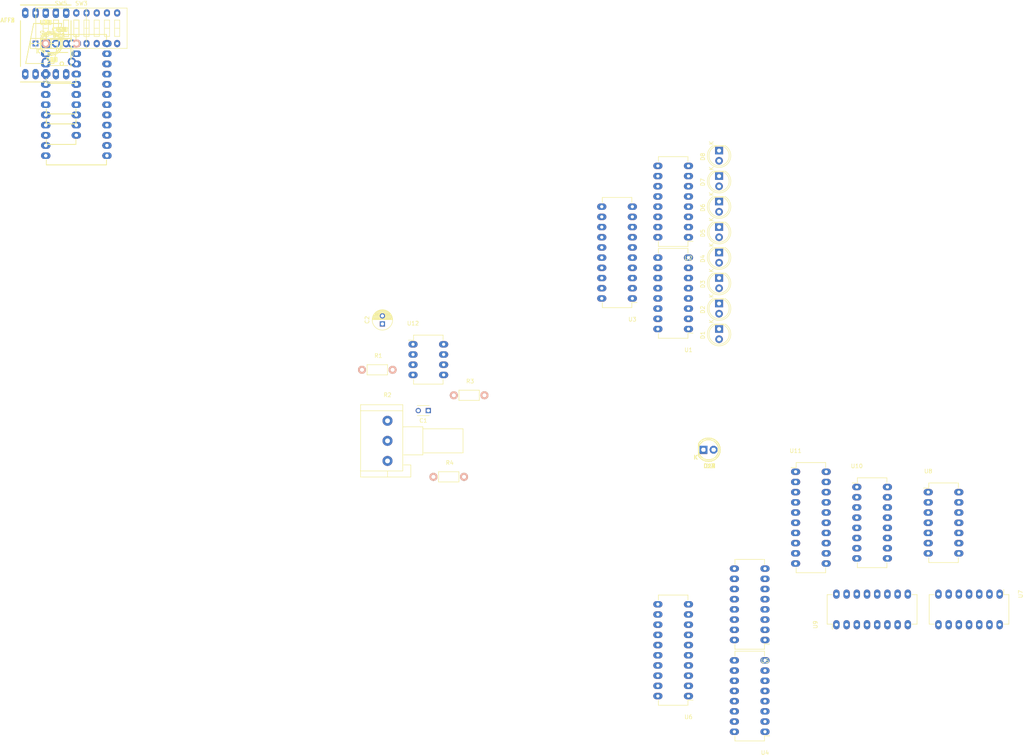
<source format=kicad_pcb>
(kicad_pcb (version 4) (host pcbnew 4.0.5+dfsg1-4~bpo8+1)
  (layers (0 F.Cu signal) (31 B.Cu signal) (34 B.Paste user) (35 F.Paste user) (36 B.SilkS user) (37 F.SilkS user) (38 B.Mask user) (39 F.Mask user) (44 Edge.Cuts user))
  (net 0 "")
  (net 1 "Net-(C1-Pad1)")
  (net 2 GND)
  (net 3 "Net-(C2-Pad1)")
  (net 4 /ALU/a0)
  (net 5 /ALU/a1)
  (net 6 /ALU/a2)
  (net 7 /ALU/a3)
  (net 8 /ALU/a4)
  (net 9 /ALU/a5)
  (net 10 /ALU/a6)
  (net 11 /ALU/a7)
  (net 12 /ALU/b0)
  (net 13 /ALU/b1)
  (net 14 /ALU/b2)
  (net 15 /ALU/b3)
  (net 16 /ALU/b4)
  (net 17 /ALU/b5)
  (net 18 /ALU/b6)
  (net 19 /ALU/b7)
  (net 20 /CLK)
  (net 21 "Net-(R1-Pad2)")
  (net 22 "Net-(R2-Pad2)")
  (net 23 VCC)
  (net 24 /ALU/w3)
  (net 25 /ALU/w2)
  (net 26 /ALU/w1)
  (net 27 /ALU/w0)
  (net 28 /ALU/w7)
  (net 29 /ALU/w6)
  (net 30 /ALU/w5)
  (net 31 /ALU/w4)
  (net 32 /output/s2)
  (net 33 /output/s3)
  (net 34 /output/k0)
  (net 35 /output/s4)
  (net 36 /output/s7)
  (net 37 /output/s5)
  (net 38 /output/s6)
  (net 39 /output/s1)
  (net 40 /output/s0)
  (net 41 /output/k1)
  (net 42 /output/k2)
  (net 43 /output/k3)
  (net 44 "Net-(C3-Pad1)")
  (net 45 "Net-(C4-Pad1)")
  (net 46 "Net-(C5-Pad1)")
  (net 47 "Net-(C6-Pad1)")
  (net 48 "Net-(C7-Pad1)")
  (net 49 "Net-(C8-Pad1)")
  (net 50 "Net-(D1-Pad1)")
  (net 51 /PC/r0)
  (net 52 /PC/r1)
  (net 53 /PC/r2)
  (net 54 /PC/r3)
  (net 55 /IR/r0)
  (net 56 /IR/r1)
  (net 57 /IR/r2)
  (net 58 /IR/r3)
  (net 59 "Net-(D30-Pad1)")
  (net 60 /HLT)
  (net 61 "Net-(D31-Pad1)")
  (net 62 /AI)
  (net 63 "Net-(D32-Pad1)")
  (net 64 /CE)
  (net 65 "Net-(D33-Pad1)")
  (net 66 /MI)
  (net 67 "Net-(D34-Pad1)")
  (net 68 /AO)
  (net 69 "Net-(D35-Pad1)")
  (net 70 /CO)
  (net 71 "Net-(D36-Pad1)")
  (net 72 /RI)
  (net 73 "Net-(D37-Pad1)")
  (net 74 /EO)
  (net 75 "Net-(D38-Pad1)")
  (net 76 /J)
  (net 77 "Net-(D39-Pad1)")
  (net 78 /RO)
  (net 79 "Net-(D40-Pad1)")
  (net 80 /SU)
  (net 81 "Net-(D41-Pad1)")
  (net 82 /IO)
  (net 83 "Net-(D42-Pad1)")
  (net 84 /BI)
  (net 85 "Net-(D43-Pad1)")
  (net 86 /II)
  (net 87 "Net-(D44-Pad1)")
  (net 88 /OI)
  (net 89 "Net-(D45-Pad1)")
  (net 90 "Net-(D45-Pad2)")
  (net 91 /memory/PGM)
  (net 92 "Net-(D46-Pad2)")
  (net 93 /memory/a0)
  (net 94 /memory/a1)
  (net 95 /memory/a2)
  (net 96 /memory/a3)
  (net 97 /memory/m0)
  (net 98 /memory/m1)
  (net 99 /memory/m2)
  (net 100 /memory/m3)
  (net 101 /memory/m4)
  (net 102 /memory/m5)
  (net 103 /memory/m6)
  (net 104 /memory/m7)
  (net 105 "Net-(R5-Pad1)")
  (net 106 "Net-(R22-Pad2)")
  (net 107 "Net-(R23-Pad2)")
  (net 108 "Net-(R24-Pad2)")
  (net 109 "Net-(SW3-Pad16)")
  (net 110 "Net-(SW3-Pad15)")
  (net 111 "Net-(SW3-Pad14)")
  (net 112 "Net-(SW3-Pad13)")
  (net 113 "Net-(SW3-Pad12)")
  (net 114 "Net-(SW3-Pad11)")
  (net 115 "Net-(SW3-Pad10)")
  (net 116 "Net-(SW3-Pad9)")
  (net 117 "Net-(SW5-Pad8)")
  (net 118 "Net-(SW5-Pad7)")
  (net 119 "Net-(SW5-Pad6)")
  (net 120 "Net-(SW5-Pad5)")
  (net 121 "Net-(SW6-Pad2)")
  (net 122 "Net-(U1-Pad3)")
  (net 123 "Net-(U1-Pad6)")
  (net 124 "Net-(U1-Pad8)")
  (net 125 "Net-(U1-Pad11)")
  (net 126 "Net-(U2-Pad3)")
  (net 127 "Net-(U2-Pad6)")
  (net 128 "Net-(U2-Pad8)")
  (net 129 "Net-(U2-Pad11)")
  (net 130 "Net-(U3-Pad1)")
  (net 131 "Net-(U3-Pad4)")
  (net 132 "Net-(U3-Pad9)")
  (net 133 "Net-(U3-Pad10)")
  (net 134 "Net-(U3-Pad13)")
  (net 135 "Net-(U4-Pad1)")
  (net 136 "Net-(U4-Pad4)")
  (net 137 /CY)
  (net 138 "Net-(U4-Pad10)")
  (net 139 "Net-(U4-Pad13)")
  (net 140 /clock/ASTABLE)
  (net 141 /~BI)
  (net 142 /~AI)
  (net 143 "Net-(U13-Pad1)")
  (net 144 /~J)
  (net 145 "Net-(U13-Pad15)")
  (net 146 /~CO)
  (net 147 /~II)
  (net 148 /~IO)
  (net 149 "Net-(U18-Pad3)")
  (net 150 /output/DCLK)
  (net 151 "Net-(U20-Pad2)")
  (net 152 "Net-(U20-Pad5)")
  (net 153 "Net-(U20-Pad6)")
  (net 154 "Net-(U20-Pad9)")
  (net 155 "Net-(U20-Pad12)")
  (net 156 "Net-(U20-Pad15)")
  (net 157 "Net-(U20-Pad16)")
  (net 158 "Net-(U20-Pad19)")
  (net 159 /output/c0)
  (net 160 "Net-(U21-Pad10)")
  (net 161 /output/c1)
  (net 162 "Net-(U21-Pad14)")
  (net 163 /control/t6)
  (net 164 /~CLK)
  (net 165 "Net-(U24-Pad3)")
  (net 166 "Net-(U24-Pad4)")
  (net 167 "Net-(U24-Pad5)")
  (net 168 "Net-(U24-Pad6)")
  (net 169 "Net-(U24-Pad11)")
  (net 170 "Net-(U24-Pad12)")
  (net 171 "Net-(U24-Pad13)")
  (net 172 "Net-(U24-Pad14)")
  (net 173 "Net-(U24-Pad15)")
  (net 174 /control/t2)
  (net 175 /control/t1)
  (net 176 /control/t0)
  (net 177 /control/t5)
  (net 178 /control/t4)
  (net 179 /control/t3)
  (net 180 /control/t7)
  (net 181 "Net-(U27-Pad17)")
  (net 182 /~MI)
  (net 183 /~AO)
  (net 184 /~EO)
  (net 185 /~RO)
  (net 186 "Net-(U29-Pad3)")
  (net 187 "Net-(U29-Pad4)")
  (net 188 "Net-(U29-Pad10)")
  (net 189 "Net-(U29-Pad11)")
  (net 190 /clock/MANUAL)
  (net 191 /clock/SELECT)
  (net 192 "Net-(U31-Pad7)")
  (net 193 "Net-(U32-Pad2)")
  (net 194 "Net-(U32-Pad4)")
  (net 195 "Net-(U32-Pad9)")
  (net 196 "Net-(U32-Pad11)")
  (net 197 "Net-(U32-Pad13)")
  (net 198 "Net-(U33-Pad3)")
  (net 199 "Net-(U33-Pad6)")
  (net 200 "Net-(U33-Pad9)")
  (net 201 "Net-(U35-Pad3)")
  (net 202 "Net-(U35-Pad4)")
  (net 203 "Net-(U35-Pad5)")
  (net 204 "Net-(U35-Pad6)")
  (net 205 /memory/d0)
  (net 206 /memory/d1)
  (net 207 /memory/d3)
  (net 208 /memory/d2)
  (net 209 /memory/d4)
  (net 210 /memory/d5)
  (net 211 /memory/d7)
  (net 212 /memory/d6)
  (net 213 /memory/~WE)
  (net 214 "Net-(U38-Pad7)")
  (net 215 "Net-(U38-Pad9)")
  (net 216 "Net-(U38-Pad11)")
  (net 217 "Net-(U39-Pad7)")
  (net 218 "Net-(U39-Pad11)")
  (net 219 "Net-(U42-Pad3)")
  (net 220 "Net-(U44-Pad5)")
  (net 221 "Net-(U44-Pad6)")
  (net 222 "Net-(U44-Pad7)")
  (net 223 "Net-(U44-Pad9)")
  (net 224 "Net-(U44-Pad10)")
  (net 225 "Net-(U44-Pad11)")
  (net 226 "Net-(U44-Pad12)")
  (net 227 "Net-(U44-Pad13)")
  (net 228 "Net-(U44-Pad14)")
  (module Capacitors_THT:C_Disc_D3_P2.5 (layer F.Cu) (at 95.25 91.44 180)
    (fp_text reference C1 (at 1.25 -2.5 180) (layer F.SilkS))
    (fp_text value 0.1uF)
    (pad 1 thru_hole rect (at 0 0 180) (size 1.3 1.3) (drill 0.8) (layers *.Cu *.Mask) (net 1 "Net-(C1-Pad1)"))
    (pad 2 thru_hole circle (at 2.5 0 180) (size 1.3 1.3) (drill 0.8001) (layers *.Cu *.Mask) (net 2 GND))
  )
  (module Capacitors_THT:C_Radial_D5_L11_P2 (layer F.Cu) (at 83.82 69.85 90)
    (fp_text reference C2 (at 1 -3.8 90) (layer F.SilkS))
    (fp_text value 1uF)
    (pad 1 thru_hole rect (at 0 0 90) (size 1.3 1.3) (drill 0.8) (layers *.Cu *.Mask) (net 3 "Net-(C2-Pad1)"))
    (pad 2 thru_hole circle (at 2 0 90) (size 1.3 1.3) (drill 0.8) (layers *.Cu *.Mask) (net 2 GND))
  )
  (module LEDs:LED-5MM (layer F.Cu) (at 167.64 71.12 270)
    (fp_text reference D1 (at 1.524 4.064 270) (layer F.SilkS))
    (fp_text value LED)
    (fp_text user K (at -1.905 1.905 270) (layer F.SilkS))
    (pad 1 thru_hole rect (at 0 0) (size 2 1.9) (drill 1.00076) (layers *.Cu *.Mask) (net 50 "Net-(D1-Pad1)"))
    (pad 2 thru_hole circle (at 2.54 0 270) (size 1.9 1.9) (drill 1.00076) (layers *.Cu *.Mask) (net 20 /CLK))
  )
  (module LEDs:LED-5MM (layer F.Cu) (at 167.64 64.77 270)
    (fp_text reference D2 (at 1.524 4.064 270) (layer F.SilkS))
    (fp_text value LED)
    (fp_text user K (at -1.905 1.905 270) (layer F.SilkS))
    (pad 1 thru_hole rect (at 0 0) (size 2 1.9) (drill 1.00076) (layers *.Cu *.Mask) (net 2 GND))
    (pad 2 thru_hole circle (at 2.54 0 270) (size 1.9 1.9) (drill 1.00076) (layers *.Cu *.Mask) (net 12 /ALU/b0))
  )
  (module LEDs:LED-5MM (layer F.Cu) (at 167.64 58.42 270)
    (fp_text reference D3 (at 1.524 4.064 270) (layer F.SilkS))
    (fp_text value LED)
    (fp_text user K (at -1.905 1.905 270) (layer F.SilkS))
    (pad 1 thru_hole rect (at 0 0) (size 2 1.9) (drill 1.00076) (layers *.Cu *.Mask) (net 2 GND))
    (pad 2 thru_hole circle (at 2.54 0 270) (size 1.9 1.9) (drill 1.00076) (layers *.Cu *.Mask) (net 13 /ALU/b1))
  )
  (module LEDs:LED-5MM (layer F.Cu) (at 167.64 52.07 270)
    (fp_text reference D4 (at 1.524 4.064 270) (layer F.SilkS))
    (fp_text value LED)
    (fp_text user K (at -1.905 1.905 270) (layer F.SilkS))
    (pad 1 thru_hole rect (at 0 0) (size 2 1.9) (drill 1.00076) (layers *.Cu *.Mask) (net 2 GND))
    (pad 2 thru_hole circle (at 2.54 0 270) (size 1.9 1.9) (drill 1.00076) (layers *.Cu *.Mask) (net 14 /ALU/b2))
  )
  (module LEDs:LED-5MM (layer F.Cu) (at 167.64 45.72 270)
    (fp_text reference D5 (at 1.524 4.064 270) (layer F.SilkS))
    (fp_text value LED)
    (fp_text user K (at -1.905 1.905 270) (layer F.SilkS))
    (pad 1 thru_hole rect (at 0 0) (size 2 1.9) (drill 1.00076) (layers *.Cu *.Mask) (net 2 GND))
    (pad 2 thru_hole circle (at 2.54 0 270) (size 1.9 1.9) (drill 1.00076) (layers *.Cu *.Mask) (net 15 /ALU/b3))
  )
  (module LEDs:LED-5MM (layer F.Cu) (at 167.64 39.37 270)
    (fp_text reference D6 (at 1.524 4.064 270) (layer F.SilkS))
    (fp_text value LED)
    (fp_text user K (at -1.905 1.905 270) (layer F.SilkS))
    (pad 1 thru_hole rect (at 0 0) (size 2 1.9) (drill 1.00076) (layers *.Cu *.Mask) (net 2 GND))
    (pad 2 thru_hole circle (at 2.54 0 270) (size 1.9 1.9) (drill 1.00076) (layers *.Cu *.Mask) (net 16 /ALU/b4))
  )
  (module LEDs:LED-5MM (layer F.Cu) (at 167.64 33.02 270)
    (fp_text reference D7 (at 1.524 4.064 270) (layer F.SilkS))
    (fp_text value LED)
    (fp_text user K (at -1.905 1.905 270) (layer F.SilkS))
    (pad 1 thru_hole rect (at 0 0) (size 2 1.9) (drill 1.00076) (layers *.Cu *.Mask) (net 2 GND))
    (pad 2 thru_hole circle (at 2.54 0 270) (size 1.9 1.9) (drill 1.00076) (layers *.Cu *.Mask) (net 17 /ALU/b5))
  )
  (module LEDs:LED-5MM (layer F.Cu) (at 167.64 26.67 270)
    (fp_text reference D8 (at 1.524 4.064 270) (layer F.SilkS))
    (fp_text value LED)
    (fp_text user K (at -1.905 1.905 270) (layer F.SilkS))
    (pad 1 thru_hole rect (at 0 0) (size 2 1.9) (drill 1.00076) (layers *.Cu *.Mask) (net 2 GND))
    (pad 2 thru_hole circle (at 2.54 0 270) (size 1.9 1.9) (drill 1.00076) (layers *.Cu *.Mask) (net 18 /ALU/b6))
  )
  (module LEDs:LED-5MM (layer F.Cu) (at 163.7411 101.1936)
    (fp_text reference D9 (at 1.524 4.064) (layer F.SilkS))
    (fp_text value LED)
    (fp_text user K (at -1.905 1.905) (layer F.SilkS))
    (pad 1 thru_hole rect (at 0 0 90) (size 2 1.9) (drill 1.00076) (layers *.Cu *.Mask) (net 2 GND))
    (pad 2 thru_hole circle (at 2.54 0) (size 1.9 1.9) (drill 1.00076) (layers *.Cu *.Mask) (net 19 /ALU/b7))
  )
  (module LEDs:LED-5MM (layer F.Cu) (at 163.7411 101.1936)
    (fp_text reference D10 (at 1.524 4.064) (layer F.SilkS))
    (fp_text value LED)
    (fp_text user K (at -1.905 1.905) (layer F.SilkS))
    (pad 1 thru_hole rect (at 0 0 90) (size 2 1.9) (drill 1.00076) (layers *.Cu *.Mask) (net 2 GND))
    (pad 2 thru_hole circle (at 2.54 0) (size 1.9 1.9) (drill 1.00076) (layers *.Cu *.Mask) (net 4 /ALU/a0))
  )
  (module LEDs:LED-5MM (layer F.Cu) (at 163.7411 101.1936)
    (fp_text reference D11 (at 1.524 4.064) (layer F.SilkS))
    (fp_text value LED)
    (fp_text user K (at -1.905 1.905) (layer F.SilkS))
    (pad 1 thru_hole rect (at 0 0 90) (size 2 1.9) (drill 1.00076) (layers *.Cu *.Mask) (net 2 GND))
    (pad 2 thru_hole circle (at 2.54 0) (size 1.9 1.9) (drill 1.00076) (layers *.Cu *.Mask) (net 5 /ALU/a1))
  )
  (module LEDs:LED-5MM (layer F.Cu) (at 163.7411 101.1936)
    (fp_text reference D12 (at 1.524 4.064) (layer F.SilkS))
    (fp_text value LED)
    (fp_text user K (at -1.905 1.905) (layer F.SilkS))
    (pad 1 thru_hole rect (at 0 0 90) (size 2 1.9) (drill 1.00076) (layers *.Cu *.Mask) (net 2 GND))
    (pad 2 thru_hole circle (at 2.54 0) (size 1.9 1.9) (drill 1.00076) (layers *.Cu *.Mask) (net 6 /ALU/a2))
  )
  (module LEDs:LED-5MM (layer F.Cu) (at 163.7411 101.1936)
    (fp_text reference D13 (at 1.524 4.064) (layer F.SilkS))
    (fp_text value LED)
    (fp_text user K (at -1.905 1.905) (layer F.SilkS))
    (pad 1 thru_hole rect (at 0 0 90) (size 2 1.9) (drill 1.00076) (layers *.Cu *.Mask) (net 2 GND))
    (pad 2 thru_hole circle (at 2.54 0) (size 1.9 1.9) (drill 1.00076) (layers *.Cu *.Mask) (net 7 /ALU/a3))
  )
  (module LEDs:LED-5MM (layer F.Cu) (at 163.7411 101.1936)
    (fp_text reference D14 (at 1.524 4.064) (layer F.SilkS))
    (fp_text value LED)
    (fp_text user K (at -1.905 1.905) (layer F.SilkS))
    (pad 1 thru_hole rect (at 0 0 90) (size 2 1.9) (drill 1.00076) (layers *.Cu *.Mask) (net 2 GND))
    (pad 2 thru_hole circle (at 2.54 0) (size 1.9 1.9) (drill 1.00076) (layers *.Cu *.Mask) (net 8 /ALU/a4))
  )
  (module LEDs:LED-5MM (layer F.Cu) (at 163.7411 101.1936)
    (fp_text reference D15 (at 1.524 4.064) (layer F.SilkS))
    (fp_text value LED)
    (fp_text user K (at -1.905 1.905) (layer F.SilkS))
    (pad 1 thru_hole rect (at 0 0 90) (size 2 1.9) (drill 1.00076) (layers *.Cu *.Mask) (net 2 GND))
    (pad 2 thru_hole circle (at 2.54 0) (size 1.9 1.9) (drill 1.00076) (layers *.Cu *.Mask) (net 9 /ALU/a5))
  )
  (module LEDs:LED-5MM (layer F.Cu) (at 163.7411 101.1936)
    (fp_text reference D16 (at 1.524 4.064) (layer F.SilkS))
    (fp_text value LED)
    (fp_text user K (at -1.905 1.905) (layer F.SilkS))
    (pad 1 thru_hole rect (at 0 0 90) (size 2 1.9) (drill 1.00076) (layers *.Cu *.Mask) (net 2 GND))
    (pad 2 thru_hole circle (at 2.54 0) (size 1.9 1.9) (drill 1.00076) (layers *.Cu *.Mask) (net 10 /ALU/a6))
  )
  (module LEDs:LED-5MM (layer F.Cu) (at 163.7411 101.1936)
    (fp_text reference D17 (at 1.524 4.064) (layer F.SilkS))
    (fp_text value LED)
    (fp_text user K (at -1.905 1.905) (layer F.SilkS))
    (pad 1 thru_hole rect (at 0 0 90) (size 2 1.9) (drill 1.00076) (layers *.Cu *.Mask) (net 2 GND))
    (pad 2 thru_hole circle (at 2.54 0) (size 1.9 1.9) (drill 1.00076) (layers *.Cu *.Mask) (net 11 /ALU/a7))
  )
  (module Resistors_THT:Resistor_Horizontal_RM7mm (layer F.Cu) (at 78.74 81.28)
    (fp_text reference R1 (at 4.05892 -3.50012) (layer F.SilkS))
    (fp_text value 1K)
    (pad 1 thru_hole circle (at 0 0) (size 1.99898 1.99898) (drill 1.00076) (layers *.Cu *.SilkS *.Mask) (net 3 "Net-(C2-Pad1)"))
    (pad 2 thru_hole circle (at 7.62 0) (size 1.99898 1.99898) (drill 1.00076) (layers *.Cu *.SilkS *.Mask) (net 21 "Net-(R1-Pad2)"))
  )
  (module Potentiometers:Potentiometer_Alps-RK16-single (layer F.Cu) (at 85.09 93.98)
    (fp_text reference R2 (at 0 -6.42874) (layer F.SilkS))
    (fp_text value 1M)
    (pad 2 thru_hole circle (at 0 5.00126) (size 2.49936 2.49936) (drill 1.19888) (layers *.Cu *.Mask) (net 22 "Net-(R2-Pad2)"))
    (pad 3 thru_hole circle (at 0 10.00252) (size 2.49936 2.49936) (drill 1.19888) (layers *.Cu *.Mask))
    (pad 1 thru_hole circle (at 0 0) (size 2.49936 2.49936) (drill 1.19888) (layers *.Cu *.Mask) (net 21 "Net-(R1-Pad2)"))
  )
  (module Resistors_THT:Resistor_Horizontal_RM7mm (layer F.Cu) (at 101.6 87.63)
    (fp_text reference R3 (at 4.05892 -3.50012) (layer F.SilkS))
    (fp_text value 220)
    (pad 1 thru_hole circle (at 0 0) (size 1.99898 1.99898) (drill 1.00076) (layers *.Cu *.SilkS *.Mask) (net 2 GND))
    (pad 2 thru_hole circle (at 7.62 0) (size 1.99898 1.99898) (drill 1.00076) (layers *.Cu *.SilkS *.Mask) (net 50 "Net-(D1-Pad1)"))
  )
  (module Resistors_THT:Resistor_Horizontal_RM7mm (layer F.Cu) (at 96.52 107.95)
    (fp_text reference R4 (at 4.05892 -3.50012) (layer F.SilkS))
    (fp_text value 1K)
    (pad 1 thru_hole circle (at 0 0) (size 1.99898 1.99898) (drill 1.00076) (layers *.Cu *.SilkS *.Mask) (net 23 VCC))
    (pad 2 thru_hole circle (at 7.62 0) (size 1.99898 1.99898) (drill 1.00076) (layers *.Cu *.SilkS *.Mask) (net 22 "Net-(R2-Pad2)"))
  )
  (module Housings_DIP:DIP-16_W7.62mm_LongPads (layer F.Cu) (at 160.02 71.12 180)
    (fp_text reference U1 (at 0 -5.22 180) (layer F.SilkS))
    (fp_text value 74LS86)
    (pad 1 thru_hole oval (at 0 0 180) (size 2.3 1.6) (drill 0.8) (layers *.Cu *.Mask) (net 80 /SU))
    (pad 2 thru_hole oval (at 0 2.54 180) (size 2.3 1.6) (drill 0.8) (layers *.Cu *.Mask) (net 12 /ALU/b0))
    (pad 3 thru_hole oval (at 0 5.08 180) (size 2.3 1.6) (drill 0.8) (layers *.Cu *.Mask) (net 122 "Net-(U1-Pad3)"))
    (pad 4 thru_hole oval (at 0 7.62 180) (size 2.3 1.6) (drill 0.8) (layers *.Cu *.Mask) (net 80 /SU))
    (pad 5 thru_hole oval (at 0 10.16 180) (size 2.3 1.6) (drill 0.8) (layers *.Cu *.Mask) (net 13 /ALU/b1))
    (pad 6 thru_hole oval (at 0 12.7 180) (size 2.3 1.6) (drill 0.8) (layers *.Cu *.Mask) (net 123 "Net-(U1-Pad6)"))
    (pad 7 thru_hole oval (at 0 15.24 180) (size 2.3 1.6) (drill 0.8) (layers *.Cu *.Mask) (net 2 GND))
    (pad 8 thru_hole oval (at 0 17.78 180) (size 2.3 1.6) (drill 0.8) (layers *.Cu *.Mask) (net 124 "Net-(U1-Pad8)"))
    (pad 9 thru_hole oval (at 7.62 17.78 180) (size 2.3 1.6) (drill 0.8) (layers *.Cu *.Mask) (net 80 /SU))
    (pad 10 thru_hole oval (at 7.62 15.24 180) (size 2.3 1.6) (drill 0.8) (layers *.Cu *.Mask) (net 14 /ALU/b2))
    (pad 11 thru_hole oval (at 7.62 12.7 180) (size 2.3 1.6) (drill 0.8) (layers *.Cu *.Mask) (net 125 "Net-(U1-Pad11)"))
    (pad 12 thru_hole oval (at 7.62 10.16 180) (size 2.3 1.6) (drill 0.8) (layers *.Cu *.Mask) (net 80 /SU))
    (pad 13 thru_hole oval (at 7.62 7.62 180) (size 2.3 1.6) (drill 0.8) (layers *.Cu *.Mask) (net 15 /ALU/b3))
    (pad 14 thru_hole oval (at 7.62 5.08 180) (size 2.3 1.6) (drill 0.8) (layers *.Cu *.Mask) (net 23 VCC))
    (pad 15 thru_hole oval (at 7.62 2.54 180) (size 2.3 1.6) (drill 0.8) (layers *.Cu *.Mask))
    (pad 16 thru_hole oval (at 7.62 0 180) (size 2.3 1.6) (drill 0.8) (layers *.Cu *.Mask))
  )
  (module Housings_DIP:DIP-16_W7.62mm_LongPads (layer F.Cu) (at 160.02 48.26 180)
    (fp_text reference U2 (at 0 -5.22 180) (layer F.SilkS))
    (fp_text value 74LS86)
    (pad 1 thru_hole oval (at 0 0 180) (size 2.3 1.6) (drill 0.8) (layers *.Cu *.Mask) (net 80 /SU))
    (pad 2 thru_hole oval (at 0 2.54 180) (size 2.3 1.6) (drill 0.8) (layers *.Cu *.Mask) (net 16 /ALU/b4))
    (pad 3 thru_hole oval (at 0 5.08 180) (size 2.3 1.6) (drill 0.8) (layers *.Cu *.Mask) (net 126 "Net-(U2-Pad3)"))
    (pad 4 thru_hole oval (at 0 7.62 180) (size 2.3 1.6) (drill 0.8) (layers *.Cu *.Mask) (net 80 /SU))
    (pad 5 thru_hole oval (at 0 10.16 180) (size 2.3 1.6) (drill 0.8) (layers *.Cu *.Mask) (net 17 /ALU/b5))
    (pad 6 thru_hole oval (at 0 12.7 180) (size 2.3 1.6) (drill 0.8) (layers *.Cu *.Mask) (net 127 "Net-(U2-Pad6)"))
    (pad 7 thru_hole oval (at 0 15.24 180) (size 2.3 1.6) (drill 0.8) (layers *.Cu *.Mask) (net 2 GND))
    (pad 8 thru_hole oval (at 0 17.78 180) (size 2.3 1.6) (drill 0.8) (layers *.Cu *.Mask) (net 128 "Net-(U2-Pad8)"))
    (pad 9 thru_hole oval (at 7.62 17.78 180) (size 2.3 1.6) (drill 0.8) (layers *.Cu *.Mask) (net 80 /SU))
    (pad 10 thru_hole oval (at 7.62 15.24 180) (size 2.3 1.6) (drill 0.8) (layers *.Cu *.Mask) (net 18 /ALU/b6))
    (pad 11 thru_hole oval (at 7.62 12.7 180) (size 2.3 1.6) (drill 0.8) (layers *.Cu *.Mask) (net 129 "Net-(U2-Pad11)"))
    (pad 12 thru_hole oval (at 7.62 10.16 180) (size 2.3 1.6) (drill 0.8) (layers *.Cu *.Mask) (net 80 /SU))
    (pad 13 thru_hole oval (at 7.62 7.62 180) (size 2.3 1.6) (drill 0.8) (layers *.Cu *.Mask) (net 19 /ALU/b7))
    (pad 14 thru_hole oval (at 7.62 5.08 180) (size 2.3 1.6) (drill 0.8) (layers *.Cu *.Mask) (net 23 VCC))
    (pad 15 thru_hole oval (at 7.62 2.54 180) (size 2.3 1.6) (drill 0.8) (layers *.Cu *.Mask))
    (pad 16 thru_hole oval (at 7.62 0 180) (size 2.3 1.6) (drill 0.8) (layers *.Cu *.Mask))
  )
  (module Housings_DIP:DIP-20_W7.62mm_LongPads (layer F.Cu) (at 146.05 63.5 180)
    (fp_text reference U3 (at 0 -5.22 180) (layer F.SilkS))
    (fp_text value 74LS283)
    (pad 1 thru_hole oval (at 0 0 180) (size 2.3 1.6) (drill 0.8) (layers *.Cu *.Mask) (net 130 "Net-(U3-Pad1)"))
    (pad 2 thru_hole oval (at 0 2.54 180) (size 2.3 1.6) (drill 0.8) (layers *.Cu *.Mask) (net 123 "Net-(U1-Pad6)"))
    (pad 3 thru_hole oval (at 0 5.08 180) (size 2.3 1.6) (drill 0.8) (layers *.Cu *.Mask) (net 5 /ALU/a1))
    (pad 4 thru_hole oval (at 0 7.62 180) (size 2.3 1.6) (drill 0.8) (layers *.Cu *.Mask) (net 131 "Net-(U3-Pad4)"))
    (pad 5 thru_hole oval (at 0 10.16 180) (size 2.3 1.6) (drill 0.8) (layers *.Cu *.Mask) (net 4 /ALU/a0))
    (pad 6 thru_hole oval (at 0 12.7 180) (size 2.3 1.6) (drill 0.8) (layers *.Cu *.Mask) (net 122 "Net-(U1-Pad3)"))
    (pad 7 thru_hole oval (at 0 15.24 180) (size 2.3 1.6) (drill 0.8) (layers *.Cu *.Mask) (net 80 /SU))
    (pad 8 thru_hole oval (at 0 17.78 180) (size 2.3 1.6) (drill 0.8) (layers *.Cu *.Mask) (net 2 GND))
    (pad 9 thru_hole oval (at 0 20.32 180) (size 2.3 1.6) (drill 0.8) (layers *.Cu *.Mask) (net 132 "Net-(U3-Pad9)"))
    (pad 10 thru_hole oval (at 0 22.86 180) (size 2.3 1.6) (drill 0.8) (layers *.Cu *.Mask) (net 133 "Net-(U3-Pad10)"))
    (pad 11 thru_hole oval (at 7.62 22.86 180) (size 2.3 1.6) (drill 0.8) (layers *.Cu *.Mask) (net 125 "Net-(U1-Pad11)"))
    (pad 12 thru_hole oval (at 7.62 20.32 180) (size 2.3 1.6) (drill 0.8) (layers *.Cu *.Mask) (net 7 /ALU/a3))
    (pad 13 thru_hole oval (at 7.62 17.78 180) (size 2.3 1.6) (drill 0.8) (layers *.Cu *.Mask) (net 134 "Net-(U3-Pad13)"))
    (pad 14 thru_hole oval (at 7.62 15.24 180) (size 2.3 1.6) (drill 0.8) (layers *.Cu *.Mask) (net 6 /ALU/a2))
    (pad 15 thru_hole oval (at 7.62 12.7 180) (size 2.3 1.6) (drill 0.8) (layers *.Cu *.Mask) (net 124 "Net-(U1-Pad8)"))
    (pad 16 thru_hole oval (at 7.62 10.16 180) (size 2.3 1.6) (drill 0.8) (layers *.Cu *.Mask) (net 23 VCC))
    (pad 17 thru_hole oval (at 7.62 7.62 180) (size 2.3 1.6) (drill 0.8) (layers *.Cu *.Mask))
    (pad 18 thru_hole oval (at 7.62 5.08 180) (size 2.3 1.6) (drill 0.8) (layers *.Cu *.Mask))
    (pad 19 thru_hole oval (at 7.62 2.54 180) (size 2.3 1.6) (drill 0.8) (layers *.Cu *.Mask))
    (pad 20 thru_hole oval (at 7.62 0 180) (size 2.3 1.6) (drill 0.8) (layers *.Cu *.Mask))
  )
  (module Housings_DIP:DIP-16_W7.62mm_LongPads (layer F.Cu) (at 179.07 171.45 180)
    (fp_text reference U4 (at 0 -5.22 180) (layer F.SilkS))
    (fp_text value 74LS283)
    (pad 1 thru_hole oval (at 0 0 180) (size 2.3 1.6) (drill 0.8) (layers *.Cu *.Mask) (net 135 "Net-(U4-Pad1)"))
    (pad 2 thru_hole oval (at 0 2.54 180) (size 2.3 1.6) (drill 0.8) (layers *.Cu *.Mask) (net 127 "Net-(U2-Pad6)"))
    (pad 3 thru_hole oval (at 0 5.08 180) (size 2.3 1.6) (drill 0.8) (layers *.Cu *.Mask) (net 9 /ALU/a5))
    (pad 4 thru_hole oval (at 0 7.62 180) (size 2.3 1.6) (drill 0.8) (layers *.Cu *.Mask) (net 136 "Net-(U4-Pad4)"))
    (pad 5 thru_hole oval (at 0 10.16 180) (size 2.3 1.6) (drill 0.8) (layers *.Cu *.Mask) (net 8 /ALU/a4))
    (pad 6 thru_hole oval (at 0 12.7 180) (size 2.3 1.6) (drill 0.8) (layers *.Cu *.Mask) (net 126 "Net-(U2-Pad3)"))
    (pad 7 thru_hole oval (at 0 15.24 180) (size 2.3 1.6) (drill 0.8) (layers *.Cu *.Mask) (net 132 "Net-(U3-Pad9)"))
    (pad 8 thru_hole oval (at 0 17.78 180) (size 2.3 1.6) (drill 0.8) (layers *.Cu *.Mask) (net 2 GND))
    (pad 9 thru_hole oval (at 7.62 17.78 180) (size 2.3 1.6) (drill 0.8) (layers *.Cu *.Mask) (net 137 /CY))
    (pad 10 thru_hole oval (at 7.62 15.24 180) (size 2.3 1.6) (drill 0.8) (layers *.Cu *.Mask) (net 138 "Net-(U4-Pad10)"))
    (pad 11 thru_hole oval (at 7.62 12.7 180) (size 2.3 1.6) (drill 0.8) (layers *.Cu *.Mask) (net 129 "Net-(U2-Pad11)"))
    (pad 12 thru_hole oval (at 7.62 10.16 180) (size 2.3 1.6) (drill 0.8) (layers *.Cu *.Mask) (net 11 /ALU/a7))
    (pad 13 thru_hole oval (at 7.62 7.62 180) (size 2.3 1.6) (drill 0.8) (layers *.Cu *.Mask) (net 139 "Net-(U4-Pad13)"))
    (pad 14 thru_hole oval (at 7.62 5.08 180) (size 2.3 1.6) (drill 0.8) (layers *.Cu *.Mask) (net 10 /ALU/a6))
    (pad 15 thru_hole oval (at 7.62 2.54 180) (size 2.3 1.6) (drill 0.8) (layers *.Cu *.Mask) (net 128 "Net-(U2-Pad8)"))
    (pad 16 thru_hole oval (at 7.62 0 180) (size 2.3 1.6) (drill 0.8) (layers *.Cu *.Mask) (net 23 VCC))
  )
  (module Housings_DIP:DIP-16_W7.62mm_LongPads (layer F.Cu) (at 179.07 148.59 180)
    (fp_text reference U5 (at 0 -5.22 180) (layer F.SilkS))
    (fp_text value 74LS245)
    (pad 1 thru_hole oval (at 0 0 180) (size 2.3 1.6) (drill 0.8) (layers *.Cu *.Mask) (net 23 VCC))
    (pad 2 thru_hole oval (at 0 2.54 180) (size 2.3 1.6) (drill 0.8) (layers *.Cu *.Mask) (net 131 "Net-(U3-Pad4)"))
    (pad 3 thru_hole oval (at 0 5.08 180) (size 2.3 1.6) (drill 0.8) (layers *.Cu *.Mask) (net 130 "Net-(U3-Pad1)"))
    (pad 4 thru_hole oval (at 0 7.62 180) (size 2.3 1.6) (drill 0.8) (layers *.Cu *.Mask) (net 134 "Net-(U3-Pad13)"))
    (pad 5 thru_hole oval (at 0 10.16 180) (size 2.3 1.6) (drill 0.8) (layers *.Cu *.Mask) (net 133 "Net-(U3-Pad10)"))
    (pad 6 thru_hole oval (at 0 12.7 180) (size 2.3 1.6) (drill 0.8) (layers *.Cu *.Mask) (net 136 "Net-(U4-Pad4)"))
    (pad 7 thru_hole oval (at 0 15.24 180) (size 2.3 1.6) (drill 0.8) (layers *.Cu *.Mask) (net 135 "Net-(U4-Pad1)"))
    (pad 8 thru_hole oval (at 0 17.78 180) (size 2.3 1.6) (drill 0.8) (layers *.Cu *.Mask) (net 139 "Net-(U4-Pad13)"))
    (pad 9 thru_hole oval (at 7.62 17.78 180) (size 2.3 1.6) (drill 0.8) (layers *.Cu *.Mask) (net 138 "Net-(U4-Pad10)"))
    (pad 10 thru_hole oval (at 7.62 15.24 180) (size 2.3 1.6) (drill 0.8) (layers *.Cu *.Mask) (net 2 GND))
    (pad 11 thru_hole oval (at 7.62 12.7 180) (size 2.3 1.6) (drill 0.8) (layers *.Cu *.Mask) (net 28 /ALU/w7))
    (pad 12 thru_hole oval (at 7.62 10.16 180) (size 2.3 1.6) (drill 0.8) (layers *.Cu *.Mask) (net 29 /ALU/w6))
    (pad 13 thru_hole oval (at 7.62 7.62 180) (size 2.3 1.6) (drill 0.8) (layers *.Cu *.Mask) (net 30 /ALU/w5))
    (pad 14 thru_hole oval (at 7.62 5.08 180) (size 2.3 1.6) (drill 0.8) (layers *.Cu *.Mask) (net 31 /ALU/w4))
    (pad 15 thru_hole oval (at 7.62 2.54 180) (size 2.3 1.6) (drill 0.8) (layers *.Cu *.Mask) (net 24 /ALU/w3))
    (pad 16 thru_hole oval (at 7.62 0 180) (size 2.3 1.6) (drill 0.8) (layers *.Cu *.Mask) (net 25 /ALU/w2))
  )
  (module Housings_DIP:DIP-20_W7.62mm_LongPads (layer F.Cu) (at 160.02 162.56 180)
    (fp_text reference U6 (at 0 -5.22 180) (layer F.SilkS))
    (fp_text value NE555)
    (pad 1 thru_hole oval (at 0 0 180) (size 2.3 1.6) (drill 0.8) (layers *.Cu *.Mask) (net 2 GND))
    (pad 2 thru_hole oval (at 0 2.54 180) (size 2.3 1.6) (drill 0.8) (layers *.Cu *.Mask) (net 3 "Net-(C2-Pad1)"))
    (pad 3 thru_hole oval (at 0 5.08 180) (size 2.3 1.6) (drill 0.8) (layers *.Cu *.Mask) (net 140 /clock/ASTABLE))
    (pad 4 thru_hole oval (at 0 7.62 180) (size 2.3 1.6) (drill 0.8) (layers *.Cu *.Mask) (net 23 VCC))
    (pad 5 thru_hole oval (at 0 10.16 180) (size 2.3 1.6) (drill 0.8) (layers *.Cu *.Mask) (net 1 "Net-(C1-Pad1)"))
    (pad 6 thru_hole oval (at 0 12.7 180) (size 2.3 1.6) (drill 0.8) (layers *.Cu *.Mask) (net 3 "Net-(C2-Pad1)"))
    (pad 7 thru_hole oval (at 0 15.24 180) (size 2.3 1.6) (drill 0.8) (layers *.Cu *.Mask) (net 22 "Net-(R2-Pad2)"))
    (pad 8 thru_hole oval (at 0 17.78 180) (size 2.3 1.6) (drill 0.8) (layers *.Cu *.Mask) (net 23 VCC))
    (pad 9 thru_hole oval (at 0 20.32 180) (size 2.3 1.6) (drill 0.8) (layers *.Cu *.Mask))
    (pad 10 thru_hole oval (at 0 22.86 180) (size 2.3 1.6) (drill 0.8) (layers *.Cu *.Mask))
    (pad 11 thru_hole oval (at 7.62 22.86 180) (size 2.3 1.6) (drill 0.8) (layers *.Cu *.Mask))
    (pad 12 thru_hole oval (at 7.62 20.32 180) (size 2.3 1.6) (drill 0.8) (layers *.Cu *.Mask))
    (pad 13 thru_hole oval (at 7.62 17.78 180) (size 2.3 1.6) (drill 0.8) (layers *.Cu *.Mask))
    (pad 14 thru_hole oval (at 7.62 15.24 180) (size 2.3 1.6) (drill 0.8) (layers *.Cu *.Mask))
    (pad 15 thru_hole oval (at 7.62 12.7 180) (size 2.3 1.6) (drill 0.8) (layers *.Cu *.Mask))
    (pad 16 thru_hole oval (at 7.62 10.16 180) (size 2.3 1.6) (drill 0.8) (layers *.Cu *.Mask))
    (pad 17 thru_hole oval (at 7.62 7.62 180) (size 2.3 1.6) (drill 0.8) (layers *.Cu *.Mask))
    (pad 18 thru_hole oval (at 7.62 5.08 180) (size 2.3 1.6) (drill 0.8) (layers *.Cu *.Mask))
    (pad 19 thru_hole oval (at 7.62 2.54 180) (size 2.3 1.6) (drill 0.8) (layers *.Cu *.Mask))
    (pad 20 thru_hole oval (at 7.62 0 180) (size 2.3 1.6) (drill 0.8) (layers *.Cu *.Mask))
  )
  (module Housings_DIP:DIP-14_W7.62mm_LongPads (layer F.Cu) (at 237.49 137.16 270)
    (fp_text reference U7 (at 0 -5.22 270) (layer F.SilkS))
    (fp_text value 74LS173)
    (pad 1 thru_hole oval (at 0 0 270) (size 2.3 1.6) (drill 0.8) (layers *.Cu *.Mask) (net 2 GND))
    (pad 2 thru_hole oval (at 0 2.54 270) (size 2.3 1.6) (drill 0.8) (layers *.Cu *.Mask) (net 2 GND))
    (pad 3 thru_hole oval (at 0 5.08 270) (size 2.3 1.6) (drill 0.8) (layers *.Cu *.Mask) (net 12 /ALU/b0))
    (pad 4 thru_hole oval (at 0 7.62 270) (size 2.3 1.6) (drill 0.8) (layers *.Cu *.Mask) (net 13 /ALU/b1))
    (pad 5 thru_hole oval (at 0 10.16 270) (size 2.3 1.6) (drill 0.8) (layers *.Cu *.Mask) (net 14 /ALU/b2))
    (pad 6 thru_hole oval (at 0 12.7 270) (size 2.3 1.6) (drill 0.8) (layers *.Cu *.Mask) (net 15 /ALU/b3))
    (pad 7 thru_hole oval (at 0 15.24 270) (size 2.3 1.6) (drill 0.8) (layers *.Cu *.Mask) (net 20 /CLK))
    (pad 8 thru_hole oval (at 7.62 15.24 270) (size 2.3 1.6) (drill 0.8) (layers *.Cu *.Mask) (net 2 GND))
    (pad 9 thru_hole oval (at 7.62 12.7 270) (size 2.3 1.6) (drill 0.8) (layers *.Cu *.Mask) (net 141 /~BI))
    (pad 10 thru_hole oval (at 7.62 10.16 270) (size 2.3 1.6) (drill 0.8) (layers *.Cu *.Mask) (net 141 /~BI))
    (pad 11 thru_hole oval (at 7.62 7.62 270) (size 2.3 1.6) (drill 0.8) (layers *.Cu *.Mask) (net 24 /ALU/w3))
    (pad 12 thru_hole oval (at 7.62 5.08 270) (size 2.3 1.6) (drill 0.8) (layers *.Cu *.Mask) (net 25 /ALU/w2))
    (pad 13 thru_hole oval (at 7.62 2.54 270) (size 2.3 1.6) (drill 0.8) (layers *.Cu *.Mask) (net 26 /ALU/w1))
    (pad 14 thru_hole oval (at 7.62 0 270) (size 2.3 1.6) (drill 0.8) (layers *.Cu *.Mask) (net 27 /ALU/w0))
  )
  (module Housings_DIP:DIP-14_W7.62mm_LongPads (layer F.Cu) (at 219.71 111.76)
    (fp_text reference U8 (at 0 -5.22) (layer F.SilkS))
    (fp_text value 74LS173)
    (pad 1 thru_hole oval (at 0 0) (size 2.3 1.6) (drill 0.8) (layers *.Cu *.Mask) (net 2 GND))
    (pad 2 thru_hole oval (at 0 2.54) (size 2.3 1.6) (drill 0.8) (layers *.Cu *.Mask) (net 2 GND))
    (pad 3 thru_hole oval (at 0 5.08) (size 2.3 1.6) (drill 0.8) (layers *.Cu *.Mask) (net 16 /ALU/b4))
    (pad 4 thru_hole oval (at 0 7.62) (size 2.3 1.6) (drill 0.8) (layers *.Cu *.Mask) (net 17 /ALU/b5))
    (pad 5 thru_hole oval (at 0 10.16) (size 2.3 1.6) (drill 0.8) (layers *.Cu *.Mask) (net 18 /ALU/b6))
    (pad 6 thru_hole oval (at 0 12.7) (size 2.3 1.6) (drill 0.8) (layers *.Cu *.Mask) (net 19 /ALU/b7))
    (pad 7 thru_hole oval (at 0 15.24) (size 2.3 1.6) (drill 0.8) (layers *.Cu *.Mask) (net 20 /CLK))
    (pad 8 thru_hole oval (at 7.62 15.24) (size 2.3 1.6) (drill 0.8) (layers *.Cu *.Mask) (net 2 GND))
    (pad 9 thru_hole oval (at 7.62 12.7) (size 2.3 1.6) (drill 0.8) (layers *.Cu *.Mask) (net 141 /~BI))
    (pad 10 thru_hole oval (at 7.62 10.16) (size 2.3 1.6) (drill 0.8) (layers *.Cu *.Mask) (net 141 /~BI))
    (pad 11 thru_hole oval (at 7.62 7.62) (size 2.3 1.6) (drill 0.8) (layers *.Cu *.Mask) (net 28 /ALU/w7))
    (pad 12 thru_hole oval (at 7.62 5.08) (size 2.3 1.6) (drill 0.8) (layers *.Cu *.Mask) (net 29 /ALU/w6))
    (pad 13 thru_hole oval (at 7.62 2.54) (size 2.3 1.6) (drill 0.8) (layers *.Cu *.Mask) (net 30 /ALU/w5))
    (pad 14 thru_hole oval (at 7.62 0) (size 2.3 1.6) (drill 0.8) (layers *.Cu *.Mask) (net 31 /ALU/w4))
  )
  (module Housings_DIP:DIP-16_W7.62mm_LongPads (layer F.Cu) (at 196.85 144.78 90)
    (fp_text reference U9 (at 0 -5.22 90) (layer F.SilkS))
    (fp_text value 74LS245)
    (pad 1 thru_hole oval (at 0 0 90) (size 2.3 1.6) (drill 0.8) (layers *.Cu *.Mask) (net 23 VCC))
    (pad 2 thru_hole oval (at 0 2.54 90) (size 2.3 1.6) (drill 0.8) (layers *.Cu *.Mask) (net 12 /ALU/b0))
    (pad 3 thru_hole oval (at 0 5.08 90) (size 2.3 1.6) (drill 0.8) (layers *.Cu *.Mask) (net 13 /ALU/b1))
    (pad 4 thru_hole oval (at 0 7.62 90) (size 2.3 1.6) (drill 0.8) (layers *.Cu *.Mask) (net 14 /ALU/b2))
    (pad 5 thru_hole oval (at 0 10.16 90) (size 2.3 1.6) (drill 0.8) (layers *.Cu *.Mask) (net 15 /ALU/b3))
    (pad 6 thru_hole oval (at 0 12.7 90) (size 2.3 1.6) (drill 0.8) (layers *.Cu *.Mask) (net 16 /ALU/b4))
    (pad 7 thru_hole oval (at 0 15.24 90) (size 2.3 1.6) (drill 0.8) (layers *.Cu *.Mask) (net 17 /ALU/b5))
    (pad 8 thru_hole oval (at 0 17.78 90) (size 2.3 1.6) (drill 0.8) (layers *.Cu *.Mask) (net 18 /ALU/b6))
    (pad 9 thru_hole oval (at 7.62 17.78 90) (size 2.3 1.6) (drill 0.8) (layers *.Cu *.Mask) (net 19 /ALU/b7))
    (pad 10 thru_hole oval (at 7.62 15.24 90) (size 2.3 1.6) (drill 0.8) (layers *.Cu *.Mask) (net 2 GND))
    (pad 11 thru_hole oval (at 7.62 12.7 90) (size 2.3 1.6) (drill 0.8) (layers *.Cu *.Mask) (net 28 /ALU/w7))
    (pad 12 thru_hole oval (at 7.62 10.16 90) (size 2.3 1.6) (drill 0.8) (layers *.Cu *.Mask) (net 29 /ALU/w6))
    (pad 13 thru_hole oval (at 7.62 7.62 90) (size 2.3 1.6) (drill 0.8) (layers *.Cu *.Mask) (net 30 /ALU/w5))
    (pad 14 thru_hole oval (at 7.62 5.08 90) (size 2.3 1.6) (drill 0.8) (layers *.Cu *.Mask) (net 31 /ALU/w4))
    (pad 15 thru_hole oval (at 7.62 2.54 90) (size 2.3 1.6) (drill 0.8) (layers *.Cu *.Mask) (net 24 /ALU/w3))
    (pad 16 thru_hole oval (at 7.62 0 90) (size 2.3 1.6) (drill 0.8) (layers *.Cu *.Mask) (net 25 /ALU/w2))
  )
  (module Housings_DIP:DIP-16_W7.62mm_LongPads (layer F.Cu) (at 201.93 110.49)
    (fp_text reference U10 (at 0 -5.22) (layer F.SilkS))
    (fp_text value 74LS173)
    (pad 1 thru_hole oval (at 0 0) (size 2.3 1.6) (drill 0.8) (layers *.Cu *.Mask) (net 2 GND))
    (pad 2 thru_hole oval (at 0 2.54) (size 2.3 1.6) (drill 0.8) (layers *.Cu *.Mask) (net 2 GND))
    (pad 3 thru_hole oval (at 0 5.08) (size 2.3 1.6) (drill 0.8) (layers *.Cu *.Mask) (net 4 /ALU/a0))
    (pad 4 thru_hole oval (at 0 7.62) (size 2.3 1.6) (drill 0.8) (layers *.Cu *.Mask) (net 5 /ALU/a1))
    (pad 5 thru_hole oval (at 0 10.16) (size 2.3 1.6) (drill 0.8) (layers *.Cu *.Mask) (net 6 /ALU/a2))
    (pad 6 thru_hole oval (at 0 12.7) (size 2.3 1.6) (drill 0.8) (layers *.Cu *.Mask) (net 7 /ALU/a3))
    (pad 7 thru_hole oval (at 0 15.24) (size 2.3 1.6) (drill 0.8) (layers *.Cu *.Mask) (net 20 /CLK))
    (pad 8 thru_hole oval (at 0 17.78) (size 2.3 1.6) (drill 0.8) (layers *.Cu *.Mask) (net 2 GND))
    (pad 9 thru_hole oval (at 7.62 17.78) (size 2.3 1.6) (drill 0.8) (layers *.Cu *.Mask) (net 142 /~AI))
    (pad 10 thru_hole oval (at 7.62 15.24) (size 2.3 1.6) (drill 0.8) (layers *.Cu *.Mask) (net 142 /~AI))
    (pad 11 thru_hole oval (at 7.62 12.7) (size 2.3 1.6) (drill 0.8) (layers *.Cu *.Mask) (net 24 /ALU/w3))
    (pad 12 thru_hole oval (at 7.62 10.16) (size 2.3 1.6) (drill 0.8) (layers *.Cu *.Mask) (net 25 /ALU/w2))
    (pad 13 thru_hole oval (at 7.62 7.62) (size 2.3 1.6) (drill 0.8) (layers *.Cu *.Mask) (net 26 /ALU/w1))
    (pad 14 thru_hole oval (at 7.62 5.08) (size 2.3 1.6) (drill 0.8) (layers *.Cu *.Mask) (net 27 /ALU/w0))
    (pad 15 thru_hole oval (at 7.62 2.54) (size 2.3 1.6) (drill 0.8) (layers *.Cu *.Mask) (net 2 GND))
    (pad 16 thru_hole oval (at 7.62 0) (size 2.3 1.6) (drill 0.8) (layers *.Cu *.Mask) (net 23 VCC))
  )
  (module Housings_DIP:DIP-20_W7.62mm_LongPads (layer F.Cu) (at 186.69 106.68)
    (fp_text reference U11 (at 0 -5.22) (layer F.SilkS))
    (fp_text value 74LS173)
    (pad 1 thru_hole oval (at 0 0) (size 2.3 1.6) (drill 0.8) (layers *.Cu *.Mask) (net 2 GND))
    (pad 2 thru_hole oval (at 0 2.54) (size 2.3 1.6) (drill 0.8) (layers *.Cu *.Mask) (net 2 GND))
    (pad 3 thru_hole oval (at 0 5.08) (size 2.3 1.6) (drill 0.8) (layers *.Cu *.Mask) (net 8 /ALU/a4))
    (pad 4 thru_hole oval (at 0 7.62) (size 2.3 1.6) (drill 0.8) (layers *.Cu *.Mask) (net 9 /ALU/a5))
    (pad 5 thru_hole oval (at 0 10.16) (size 2.3 1.6) (drill 0.8) (layers *.Cu *.Mask) (net 10 /ALU/a6))
    (pad 6 thru_hole oval (at 0 12.7) (size 2.3 1.6) (drill 0.8) (layers *.Cu *.Mask) (net 11 /ALU/a7))
    (pad 7 thru_hole oval (at 0 15.24) (size 2.3 1.6) (drill 0.8) (layers *.Cu *.Mask) (net 20 /CLK))
    (pad 8 thru_hole oval (at 0 17.78) (size 2.3 1.6) (drill 0.8) (layers *.Cu *.Mask) (net 2 GND))
    (pad 9 thru_hole oval (at 0 20.32) (size 2.3 1.6) (drill 0.8) (layers *.Cu *.Mask) (net 142 /~AI))
    (pad 10 thru_hole oval (at 0 22.86) (size 2.3 1.6) (drill 0.8) (layers *.Cu *.Mask) (net 142 /~AI))
    (pad 11 thru_hole oval (at 7.62 22.86) (size 2.3 1.6) (drill 0.8) (layers *.Cu *.Mask) (net 28 /ALU/w7))
    (pad 12 thru_hole oval (at 7.62 20.32) (size 2.3 1.6) (drill 0.8) (layers *.Cu *.Mask) (net 29 /ALU/w6))
    (pad 13 thru_hole oval (at 7.62 17.78) (size 2.3 1.6) (drill 0.8) (layers *.Cu *.Mask) (net 30 /ALU/w5))
    (pad 14 thru_hole oval (at 7.62 15.24) (size 2.3 1.6) (drill 0.8) (layers *.Cu *.Mask) (net 31 /ALU/w4))
    (pad 15 thru_hole oval (at 7.62 12.7) (size 2.3 1.6) (drill 0.8) (layers *.Cu *.Mask) (net 2 GND))
    (pad 16 thru_hole oval (at 7.62 10.16) (size 2.3 1.6) (drill 0.8) (layers *.Cu *.Mask) (net 23 VCC))
    (pad 17 thru_hole oval (at 7.62 7.62) (size 2.3 1.6) (drill 0.8) (layers *.Cu *.Mask))
    (pad 18 thru_hole oval (at 7.62 5.08) (size 2.3 1.6) (drill 0.8) (layers *.Cu *.Mask))
    (pad 19 thru_hole oval (at 7.62 2.54) (size 2.3 1.6) (drill 0.8) (layers *.Cu *.Mask))
    (pad 20 thru_hole oval (at 7.62 0) (size 2.3 1.6) (drill 0.8) (layers *.Cu *.Mask))
  )
  (module Housings_DIP:DIP-8_W7.62mm_LongPads (layer F.Cu) (at 91.44 74.93)
    (fp_text reference U12 (at 0 -5.22) (layer F.SilkS))
    (fp_text value 74LS245)
    (pad 1 thru_hole oval (at 0 0) (size 2.3 1.6) (drill 0.8) (layers *.Cu *.Mask) (net 23 VCC))
    (pad 2 thru_hole oval (at 0 2.54) (size 2.3 1.6) (drill 0.8) (layers *.Cu *.Mask) (net 4 /ALU/a0))
    (pad 3 thru_hole oval (at 0 5.08) (size 2.3 1.6) (drill 0.8) (layers *.Cu *.Mask) (net 5 /ALU/a1))
    (pad 4 thru_hole oval (at 0 7.62) (size 2.3 1.6) (drill 0.8) (layers *.Cu *.Mask) (net 6 /ALU/a2))
    (pad 5 thru_hole oval (at 7.62 7.62) (size 2.3 1.6) (drill 0.8) (layers *.Cu *.Mask) (net 7 /ALU/a3))
    (pad 6 thru_hole oval (at 7.62 5.08) (size 2.3 1.6) (drill 0.8) (layers *.Cu *.Mask) (net 8 /ALU/a4))
    (pad 7 thru_hole oval (at 7.62 2.54) (size 2.3 1.6) (drill 0.8) (layers *.Cu *.Mask) (net 9 /ALU/a5))
    (pad 8 thru_hole oval (at 7.62 0) (size 2.3 1.6) (drill 0.8) (layers *.Cu *.Mask) (net 10 /ALU/a6))
  )
  (module Displays_7-Segment:7SegmentLED_LTS6760_LTS6780 (layer F.Cu) (at 0 0)
    (fp_text reference AFF1 (at -9.5 -5.8) (layer F.SilkS))
    (fp_text value LTS-6980HR)
    (pad 1 thru_hole oval (at -5.08 7.62) (size 1.524 2.524) (drill 0.8) (layers *.Cu *.Mask) (net 32 /output/s2))
    (pad 2 thru_hole oval (at -2.54 7.62) (size 1.524 2.524) (drill 0.8) (layers *.Cu *.Mask) (net 33 /output/s3))
    (pad 3 thru_hole oval (at 0 7.62) (size 1.524 2.524) (drill 0.8) (layers *.Cu *.Mask) (net 34 /output/k0))
    (pad 4 thru_hole oval (at 2.54 7.62) (size 1.524 2.524) (drill 0.8) (layers *.Cu *.Mask) (net 35 /output/s4))
    (pad 5 thru_hole oval (at 5.08 7.62) (size 1.524 2.524) (drill 0.8) (layers *.Cu *.Mask) (net 36 /output/s7))
    (pad 6 thru_hole oval (at 5.08 -7.62) (size 1.524 2.524) (drill 0.8) (layers *.Cu *.Mask) (net 37 /output/s5))
    (pad 7 thru_hole oval (at 2.54 -7.62) (size 1.524 2.524) (drill 0.8) (layers *.Cu *.Mask) (net 38 /output/s6))
    (pad 8 thru_hole oval (at 0 -7.62) (size 1.524 2.524) (drill 0.8) (layers *.Cu *.Mask) (net 34 /output/k0))
    (pad 9 thru_hole oval (at -2.54 -7.62) (size 1.524 2.524) (drill 0.8) (layers *.Cu *.Mask) (net 39 /output/s1))
    (pad 10 thru_hole oval (at -5.08 -7.62) (size 1.524 2.524) (drill 0.8) (layers *.Cu *.Mask) (net 40 /output/s0))
  )
  (module Displays_7-Segment:7SegmentLED_LTS6760_LTS6780 (layer F.Cu) (at 0 0)
    (fp_text reference AFF2 (at -9.5 -5.8) (layer F.SilkS))
    (fp_text value LTS-6980HR)
    (pad 1 thru_hole oval (at -5.08 7.62) (size 1.524 2.524) (drill 0.8) (layers *.Cu *.Mask) (net 32 /output/s2))
    (pad 2 thru_hole oval (at -2.54 7.62) (size 1.524 2.524) (drill 0.8) (layers *.Cu *.Mask) (net 33 /output/s3))
    (pad 3 thru_hole oval (at 0 7.62) (size 1.524 2.524) (drill 0.8) (layers *.Cu *.Mask) (net 41 /output/k1))
    (pad 4 thru_hole oval (at 2.54 7.62) (size 1.524 2.524) (drill 0.8) (layers *.Cu *.Mask) (net 35 /output/s4))
    (pad 5 thru_hole oval (at 5.08 7.62) (size 1.524 2.524) (drill 0.8) (layers *.Cu *.Mask) (net 36 /output/s7))
    (pad 6 thru_hole oval (at 5.08 -7.62) (size 1.524 2.524) (drill 0.8) (layers *.Cu *.Mask) (net 37 /output/s5))
    (pad 7 thru_hole oval (at 2.54 -7.62) (size 1.524 2.524) (drill 0.8) (layers *.Cu *.Mask) (net 38 /output/s6))
    (pad 8 thru_hole oval (at 0 -7.62) (size 1.524 2.524) (drill 0.8) (layers *.Cu *.Mask) (net 41 /output/k1))
    (pad 9 thru_hole oval (at -2.54 -7.62) (size 1.524 2.524) (drill 0.8) (layers *.Cu *.Mask) (net 39 /output/s1))
    (pad 10 thru_hole oval (at -5.08 -7.62) (size 1.524 2.524) (drill 0.8) (layers *.Cu *.Mask) (net 40 /output/s0))
  )
  (module Displays_7-Segment:7SegmentLED_LTS6760_LTS6780 (layer F.Cu) (at 0 0)
    (fp_text reference AFF3 (at -9.5 -5.8) (layer F.SilkS))
    (fp_text value LTS-6980HR)
    (pad 1 thru_hole oval (at -5.08 7.62) (size 1.524 2.524) (drill 0.8) (layers *.Cu *.Mask) (net 32 /output/s2))
    (pad 2 thru_hole oval (at -2.54 7.62) (size 1.524 2.524) (drill 0.8) (layers *.Cu *.Mask) (net 33 /output/s3))
    (pad 3 thru_hole oval (at 0 7.62) (size 1.524 2.524) (drill 0.8) (layers *.Cu *.Mask) (net 42 /output/k2))
    (pad 4 thru_hole oval (at 2.54 7.62) (size 1.524 2.524) (drill 0.8) (layers *.Cu *.Mask) (net 35 /output/s4))
    (pad 5 thru_hole oval (at 5.08 7.62) (size 1.524 2.524) (drill 0.8) (layers *.Cu *.Mask) (net 36 /output/s7))
    (pad 6 thru_hole oval (at 5.08 -7.62) (size 1.524 2.524) (drill 0.8) (layers *.Cu *.Mask) (net 37 /output/s5))
    (pad 7 thru_hole oval (at 2.54 -7.62) (size 1.524 2.524) (drill 0.8) (layers *.Cu *.Mask) (net 38 /output/s6))
    (pad 8 thru_hole oval (at 0 -7.62) (size 1.524 2.524) (drill 0.8) (layers *.Cu *.Mask) (net 42 /output/k2))
    (pad 9 thru_hole oval (at -2.54 -7.62) (size 1.524 2.524) (drill 0.8) (layers *.Cu *.Mask) (net 39 /output/s1))
    (pad 10 thru_hole oval (at -5.08 -7.62) (size 1.524 2.524) (drill 0.8) (layers *.Cu *.Mask) (net 40 /output/s0))
  )
  (module Displays_7-Segment:7SegmentLED_LTS6760_LTS6780 (layer F.Cu) (at 0 0)
    (fp_text reference AFF4 (at -9.5 -5.8) (layer F.SilkS))
    (fp_text value LTS-6980HR)
    (pad 1 thru_hole oval (at -5.08 7.62) (size 1.524 2.524) (drill 0.8) (layers *.Cu *.Mask) (net 32 /output/s2))
    (pad 2 thru_hole oval (at -2.54 7.62) (size 1.524 2.524) (drill 0.8) (layers *.Cu *.Mask) (net 33 /output/s3))
    (pad 3 thru_hole oval (at 0 7.62) (size 1.524 2.524) (drill 0.8) (layers *.Cu *.Mask) (net 43 /output/k3))
    (pad 4 thru_hole oval (at 2.54 7.62) (size 1.524 2.524) (drill 0.8) (layers *.Cu *.Mask) (net 35 /output/s4))
    (pad 5 thru_hole oval (at 5.08 7.62) (size 1.524 2.524) (drill 0.8) (layers *.Cu *.Mask) (net 36 /output/s7))
    (pad 6 thru_hole oval (at 5.08 -7.62) (size 1.524 2.524) (drill 0.8) (layers *.Cu *.Mask) (net 37 /output/s5))
    (pad 7 thru_hole oval (at 2.54 -7.62) (size 1.524 2.524) (drill 0.8) (layers *.Cu *.Mask) (net 38 /output/s6))
    (pad 8 thru_hole oval (at 0 -7.62) (size 1.524 2.524) (drill 0.8) (layers *.Cu *.Mask) (net 43 /output/k3))
    (pad 9 thru_hole oval (at -2.54 -7.62) (size 1.524 2.524) (drill 0.8) (layers *.Cu *.Mask) (net 39 /output/s1))
    (pad 10 thru_hole oval (at -5.08 -7.62) (size 1.524 2.524) (drill 0.8) (layers *.Cu *.Mask) (net 40 /output/s0))
  )
  (module Capacitors_THT:C_Disc_D6_P5 (layer F.Cu) (at 0 0)
    (fp_text reference C3 (at 2.5 -3.5) (layer F.SilkS))
    (fp_text value 10n)
    (pad 1 thru_hole rect (at 0 0) (size 1.4 1.4) (drill 0.9) (layers *.Cu *.Mask) (net 44 "Net-(C3-Pad1)"))
    (pad 2 thru_hole circle (at 5 0) (size 1.4 1.4) (drill 0.9) (layers *.Cu *.Mask) (net 2 GND))
  )
  (module Capacitors_THT:C_Disc_D6_P5 (layer F.Cu) (at 0 0)
    (fp_text reference C4 (at 2.5 -3.5) (layer F.SilkS))
    (fp_text value 10n)
    (pad 1 thru_hole rect (at 0 0) (size 1.4 1.4) (drill 0.9) (layers *.Cu *.Mask) (net 45 "Net-(C4-Pad1)"))
    (pad 2 thru_hole circle (at 5 0) (size 1.4 1.4) (drill 0.9) (layers *.Cu *.Mask) (net 2 GND))
  )
  (module Capacitors_THT:C_Disc_D6_P5 (layer F.Cu) (at 0 0)
    (fp_text reference C5 (at 2.5 -3.5) (layer F.SilkS))
    (fp_text value 0.1uF)
    (pad 1 thru_hole rect (at 0 0) (size 1.4 1.4) (drill 0.9) (layers *.Cu *.Mask) (net 46 "Net-(C5-Pad1)"))
    (pad 2 thru_hole circle (at 5 0) (size 1.4 1.4) (drill 0.9) (layers *.Cu *.Mask) (net 2 GND))
  )
  (module Capacitors_THT:C_Disc_D6_P5 (layer F.Cu) (at 0 0)
    (fp_text reference C6 (at 2.5 -3.5) (layer F.SilkS))
    (fp_text value 0.1uF)
    (pad 1 thru_hole rect (at 0 0) (size 1.4 1.4) (drill 0.9) (layers *.Cu *.Mask) (net 47 "Net-(C6-Pad1)"))
    (pad 2 thru_hole circle (at 5 0) (size 1.4 1.4) (drill 0.9) (layers *.Cu *.Mask) (net 2 GND))
  )
  (module Capacitors_THT:C_Disc_D6_P5 (layer F.Cu) (at 0 0)
    (fp_text reference C7 (at 2.5 -3.5) (layer F.SilkS))
    (fp_text value 0.1u)
    (pad 1 thru_hole rect (at 0 0) (size 1.4 1.4) (drill 0.9) (layers *.Cu *.Mask) (net 48 "Net-(C7-Pad1)"))
    (pad 2 thru_hole circle (at 5 0) (size 1.4 1.4) (drill 0.9) (layers *.Cu *.Mask) (net 2 GND))
  )
  (module Capacitors_THT:C_Disc_D6_P5 (layer F.Cu) (at 0 0)
    (fp_text reference C8 (at 2.5 -3.5) (layer F.SilkS))
    (fp_text value 0.1u)
    (pad 1 thru_hole rect (at 0 0) (size 1.4 1.4) (drill 0.9) (layers *.Cu *.Mask) (net 49 "Net-(C8-Pad1)"))
    (pad 2 thru_hole circle (at 5 0) (size 1.4 1.4) (drill 0.9) (layers *.Cu *.Mask) (net 20 /CLK))
  )
  (module LEDs:LED-5MM (layer F.Cu) (at 0 0)
    (fp_text reference D18 (at 1.524 4.064) (layer F.SilkS))
    (fp_text value LED)
    (fp_text user K (at -1.905 1.905) (layer F.SilkS))
    (pad 1 thru_hole rect (at 0 0 90) (size 2 1.9) (drill 1.00076) (layers *.Cu *.Mask) (net 2 GND))
    (pad 2 thru_hole circle (at 2.54 0) (size 1.9 1.9) (drill 1.00076) (layers *.Cu *.Mask) (net 51 /PC/r0))
  )
  (module LEDs:LED-5MM (layer F.Cu) (at 0 0)
    (fp_text reference D19 (at 1.524 4.064) (layer F.SilkS))
    (fp_text value LED)
    (fp_text user K (at -1.905 1.905) (layer F.SilkS))
    (pad 1 thru_hole rect (at 0 0 90) (size 2 1.9) (drill 1.00076) (layers *.Cu *.Mask) (net 2 GND))
    (pad 2 thru_hole circle (at 2.54 0) (size 1.9 1.9) (drill 1.00076) (layers *.Cu *.Mask) (net 52 /PC/r1))
  )
  (module LEDs:LED-5MM (layer F.Cu) (at 0 0)
    (fp_text reference D20 (at 1.524 4.064) (layer F.SilkS))
    (fp_text value LED)
    (fp_text user K (at -1.905 1.905) (layer F.SilkS))
    (pad 1 thru_hole rect (at 0 0 90) (size 2 1.9) (drill 1.00076) (layers *.Cu *.Mask) (net 2 GND))
    (pad 2 thru_hole circle (at 2.54 0) (size 1.9 1.9) (drill 1.00076) (layers *.Cu *.Mask) (net 53 /PC/r2))
  )
  (module LEDs:LED-5MM (layer F.Cu) (at 0 0)
    (fp_text reference D21 (at 1.524 4.064) (layer F.SilkS))
    (fp_text value LED)
    (fp_text user K (at -1.905 1.905) (layer F.SilkS))
    (pad 1 thru_hole rect (at 0 0 90) (size 2 1.9) (drill 1.00076) (layers *.Cu *.Mask) (net 2 GND))
    (pad 2 thru_hole circle (at 2.54 0) (size 1.9 1.9) (drill 1.00076) (layers *.Cu *.Mask) (net 54 /PC/r3))
  )
  (module LEDs:LED-5MM (layer F.Cu) (at 0 0)
    (fp_text reference D22 (at 1.524 4.064) (layer F.SilkS))
    (fp_text value LED)
    (fp_text user K (at -1.905 1.905) (layer F.SilkS))
    (pad 1 thru_hole rect (at 0 0 90) (size 2 1.9) (drill 1.00076) (layers *.Cu *.Mask) (net 2 GND))
    (pad 2 thru_hole circle (at 2.54 0) (size 1.9 1.9) (drill 1.00076) (layers *.Cu *.Mask) (net 55 /IR/r0))
  )
  (module LEDs:LED-5MM (layer F.Cu) (at 0 0)
    (fp_text reference D23 (at 1.524 4.064) (layer F.SilkS))
    (fp_text value LED)
    (fp_text user K (at -1.905 1.905) (layer F.SilkS))
    (pad 1 thru_hole rect (at 0 0 90) (size 2 1.9) (drill 1.00076) (layers *.Cu *.Mask) (net 2 GND))
    (pad 2 thru_hole circle (at 2.54 0) (size 1.9 1.9) (drill 1.00076) (layers *.Cu *.Mask) (net 56 /IR/r1))
  )
  (module LEDs:LED-5MM (layer F.Cu) (at 0 0)
    (fp_text reference D24 (at 1.524 4.064) (layer F.SilkS))
    (fp_text value LED)
    (fp_text user K (at -1.905 1.905) (layer F.SilkS))
    (pad 1 thru_hole rect (at 0 0 90) (size 2 1.9) (drill 1.00076) (layers *.Cu *.Mask) (net 2 GND))
    (pad 2 thru_hole circle (at 2.54 0) (size 1.9 1.9) (drill 1.00076) (layers *.Cu *.Mask) (net 57 /IR/r2))
  )
  (module LEDs:LED-5MM (layer F.Cu) (at 0 0)
    (fp_text reference D25 (at 1.524 4.064) (layer F.SilkS))
    (fp_text value LED)
    (fp_text user K (at -1.905 1.905) (layer F.SilkS))
    (pad 1 thru_hole rect (at 0 0 90) (size 2 1.9) (drill 1.00076) (layers *.Cu *.Mask) (net 2 GND))
    (pad 2 thru_hole circle (at 2.54 0) (size 1.9 1.9) (drill 1.00076) (layers *.Cu *.Mask) (net 58 /IR/r3))
  )
  (module LEDs:LED-5MM (layer F.Cu) (at 0 0)
    (fp_text reference D26 (at 1.524 4.064) (layer F.SilkS))
    (fp_text value LED)
    (fp_text user K (at -1.905 1.905) (layer F.SilkS))
    (pad 1 thru_hole rect (at 0 0 90) (size 2 1.9) (drill 1.00076) (layers *.Cu *.Mask) (net 2 GND))
    (pad 2 thru_hole circle (at 2.54 0) (size 1.9 1.9) (drill 1.00076) (layers *.Cu *.Mask) (net 2 GND))
  )
  (module LEDs:LED-5MM (layer F.Cu) (at 0 0)
    (fp_text reference D27 (at 1.524 4.064) (layer F.SilkS))
    (fp_text value LED)
    (fp_text user K (at -1.905 1.905) (layer F.SilkS))
    (pad 1 thru_hole rect (at 0 0 90) (size 2 1.9) (drill 1.00076) (layers *.Cu *.Mask) (net 2 GND))
    (pad 2 thru_hole circle (at 2.54 0) (size 1.9 1.9) (drill 1.00076) (layers *.Cu *.Mask) (net 2 GND))
  )
  (module LEDs:LED-5MM (layer F.Cu) (at 0 0)
    (fp_text reference D28 (at 1.524 4.064) (layer F.SilkS))
    (fp_text value LED)
    (fp_text user K (at -1.905 1.905) (layer F.SilkS))
    (pad 1 thru_hole rect (at 0 0 90) (size 2 1.9) (drill 1.00076) (layers *.Cu *.Mask) (net 2 GND))
    (pad 2 thru_hole circle (at 2.54 0) (size 1.9 1.9) (drill 1.00076) (layers *.Cu *.Mask) (net 2 GND))
  )
  (module LEDs:LED-5MM (layer F.Cu) (at 0 0)
    (fp_text reference D29 (at 1.524 4.064) (layer F.SilkS))
    (fp_text value LED)
    (fp_text user K (at -1.905 1.905) (layer F.SilkS))
    (pad 1 thru_hole rect (at 0 0 90) (size 2 1.9) (drill 1.00076) (layers *.Cu *.Mask) (net 2 GND))
    (pad 2 thru_hole circle (at 2.54 0) (size 1.9 1.9) (drill 1.00076) (layers *.Cu *.Mask) (net 2 GND))
  )
  (module LEDs:LED-5MM (layer F.Cu) (at 0 0)
    (fp_text reference D30 (at 1.524 4.064) (layer F.SilkS))
    (fp_text value LED)
    (fp_text user K (at -1.905 1.905) (layer F.SilkS))
    (pad 1 thru_hole rect (at 0 0 90) (size 2 1.9) (drill 1.00076) (layers *.Cu *.Mask) (net 59 "Net-(D30-Pad1)"))
    (pad 2 thru_hole circle (at 2.54 0) (size 1.9 1.9) (drill 1.00076) (layers *.Cu *.Mask) (net 60 /HLT))
  )
  (module LEDs:LED-5MM (layer F.Cu) (at 0 0)
    (fp_text reference D31 (at 1.524 4.064) (layer F.SilkS))
    (fp_text value LED)
    (fp_text user K (at -1.905 1.905) (layer F.SilkS))
    (pad 1 thru_hole rect (at 0 0 90) (size 2 1.9) (drill 1.00076) (layers *.Cu *.Mask) (net 61 "Net-(D31-Pad1)"))
    (pad 2 thru_hole circle (at 2.54 0) (size 1.9 1.9) (drill 1.00076) (layers *.Cu *.Mask) (net 62 /AI))
  )
  (module LEDs:LED-5MM (layer F.Cu) (at 0 0)
    (fp_text reference D32 (at 1.524 4.064) (layer F.SilkS))
    (fp_text value LED)
    (fp_text user K (at -1.905 1.905) (layer F.SilkS))
    (pad 1 thru_hole rect (at 0 0 90) (size 2 1.9) (drill 1.00076) (layers *.Cu *.Mask) (net 63 "Net-(D32-Pad1)"))
    (pad 2 thru_hole circle (at 2.54 0) (size 1.9 1.9) (drill 1.00076) (layers *.Cu *.Mask) (net 64 /CE))
  )
  (module LEDs:LED-5MM (layer F.Cu) (at 0 0)
    (fp_text reference D33 (at 1.524 4.064) (layer F.SilkS))
    (fp_text value LED)
    (fp_text user K (at -1.905 1.905) (layer F.SilkS))
    (pad 1 thru_hole rect (at 0 0 90) (size 2 1.9) (drill 1.00076) (layers *.Cu *.Mask) (net 65 "Net-(D33-Pad1)"))
    (pad 2 thru_hole circle (at 2.54 0) (size 1.9 1.9) (drill 1.00076) (layers *.Cu *.Mask) (net 66 /MI))
  )
  (module LEDs:LED-5MM (layer F.Cu) (at 0 0)
    (fp_text reference D34 (at 1.524 4.064) (layer F.SilkS))
    (fp_text value LED)
    (fp_text user K (at -1.905 1.905) (layer F.SilkS))
    (pad 1 thru_hole rect (at 0 0 90) (size 2 1.9) (drill 1.00076) (layers *.Cu *.Mask) (net 67 "Net-(D34-Pad1)"))
    (pad 2 thru_hole circle (at 2.54 0) (size 1.9 1.9) (drill 1.00076) (layers *.Cu *.Mask) (net 68 /AO))
  )
  (module LEDs:LED-5MM (layer F.Cu) (at 0 0)
    (fp_text reference D35 (at 1.524 4.064) (layer F.SilkS))
    (fp_text value LED)
    (fp_text user K (at -1.905 1.905) (layer F.SilkS))
    (pad 1 thru_hole rect (at 0 0 90) (size 2 1.9) (drill 1.00076) (layers *.Cu *.Mask) (net 69 "Net-(D35-Pad1)"))
    (pad 2 thru_hole circle (at 2.54 0) (size 1.9 1.9) (drill 1.00076) (layers *.Cu *.Mask) (net 70 /CO))
  )
  (module LEDs:LED-5MM (layer F.Cu) (at 0 0)
    (fp_text reference D36 (at 1.524 4.064) (layer F.SilkS))
    (fp_text value LED)
    (fp_text user K (at -1.905 1.905) (layer F.SilkS))
    (pad 1 thru_hole rect (at 0 0 90) (size 2 1.9) (drill 1.00076) (layers *.Cu *.Mask) (net 71 "Net-(D36-Pad1)"))
    (pad 2 thru_hole circle (at 2.54 0) (size 1.9 1.9) (drill 1.00076) (layers *.Cu *.Mask) (net 72 /RI))
  )
  (module LEDs:LED-5MM (layer F.Cu) (at 0 0)
    (fp_text reference D37 (at 1.524 4.064) (layer F.SilkS))
    (fp_text value LED)
    (fp_text user K (at -1.905 1.905) (layer F.SilkS))
    (pad 1 thru_hole rect (at 0 0 90) (size 2 1.9) (drill 1.00076) (layers *.Cu *.Mask) (net 73 "Net-(D37-Pad1)"))
    (pad 2 thru_hole circle (at 2.54 0) (size 1.9 1.9) (drill 1.00076) (layers *.Cu *.Mask) (net 74 /EO))
  )
  (module LEDs:LED-5MM (layer F.Cu) (at 0 0)
    (fp_text reference D38 (at 1.524 4.064) (layer F.SilkS))
    (fp_text value LED)
    (fp_text user K (at -1.905 1.905) (layer F.SilkS))
    (pad 1 thru_hole rect (at 0 0 90) (size 2 1.9) (drill 1.00076) (layers *.Cu *.Mask) (net 75 "Net-(D38-Pad1)"))
    (pad 2 thru_hole circle (at 2.54 0) (size 1.9 1.9) (drill 1.00076) (layers *.Cu *.Mask) (net 76 /J))
  )
  (module LEDs:LED-5MM (layer F.Cu) (at 0 0)
    (fp_text reference D39 (at 1.524 4.064) (layer F.SilkS))
    (fp_text value LED)
    (fp_text user K (at -1.905 1.905) (layer F.SilkS))
    (pad 1 thru_hole rect (at 0 0 90) (size 2 1.9) (drill 1.00076) (layers *.Cu *.Mask) (net 77 "Net-(D39-Pad1)"))
    (pad 2 thru_hole circle (at 2.54 0) (size 1.9 1.9) (drill 1.00076) (layers *.Cu *.Mask) (net 78 /RO))
  )
  (module LEDs:LED-5MM (layer F.Cu) (at 0 0)
    (fp_text reference D40 (at 1.524 4.064) (layer F.SilkS))
    (fp_text value LED)
    (fp_text user K (at -1.905 1.905) (layer F.SilkS))
    (pad 1 thru_hole rect (at 0 0 90) (size 2 1.9) (drill 1.00076) (layers *.Cu *.Mask) (net 79 "Net-(D40-Pad1)"))
    (pad 2 thru_hole circle (at 2.54 0) (size 1.9 1.9) (drill 1.00076) (layers *.Cu *.Mask) (net 80 /SU))
  )
  (module LEDs:LED-5MM (layer F.Cu) (at 0 0)
    (fp_text reference D41 (at 1.524 4.064) (layer F.SilkS))
    (fp_text value LED)
    (fp_text user K (at -1.905 1.905) (layer F.SilkS))
    (pad 1 thru_hole rect (at 0 0 90) (size 2 1.9) (drill 1.00076) (layers *.Cu *.Mask) (net 81 "Net-(D41-Pad1)"))
    (pad 2 thru_hole circle (at 2.54 0) (size 1.9 1.9) (drill 1.00076) (layers *.Cu *.Mask) (net 82 /IO))
  )
  (module LEDs:LED-5MM (layer F.Cu) (at 0 0)
    (fp_text reference D42 (at 1.524 4.064) (layer F.SilkS))
    (fp_text value LED)
    (fp_text user K (at -1.905 1.905) (layer F.SilkS))
    (pad 1 thru_hole rect (at 0 0 90) (size 2 1.9) (drill 1.00076) (layers *.Cu *.Mask) (net 83 "Net-(D42-Pad1)"))
    (pad 2 thru_hole circle (at 2.54 0) (size 1.9 1.9) (drill 1.00076) (layers *.Cu *.Mask) (net 84 /BI))
  )
  (module LEDs:LED-5MM (layer F.Cu) (at 0 0)
    (fp_text reference D43 (at 1.524 4.064) (layer F.SilkS))
    (fp_text value LED)
    (fp_text user K (at -1.905 1.905) (layer F.SilkS))
    (pad 1 thru_hole rect (at 0 0 90) (size 2 1.9) (drill 1.00076) (layers *.Cu *.Mask) (net 85 "Net-(D43-Pad1)"))
    (pad 2 thru_hole circle (at 2.54 0) (size 1.9 1.9) (drill 1.00076) (layers *.Cu *.Mask) (net 86 /II))
  )
  (module LEDs:LED-5MM (layer F.Cu) (at 0 0)
    (fp_text reference D44 (at 1.524 4.064) (layer F.SilkS))
    (fp_text value LED)
    (fp_text user K (at -1.905 1.905) (layer F.SilkS))
    (pad 1 thru_hole rect (at 0 0 90) (size 2 1.9) (drill 1.00076) (layers *.Cu *.Mask) (net 87 "Net-(D44-Pad1)"))
    (pad 2 thru_hole circle (at 2.54 0) (size 1.9 1.9) (drill 1.00076) (layers *.Cu *.Mask) (net 88 /OI))
  )
  (module LEDs:LED-5MM (layer F.Cu) (at 0 0)
    (fp_text reference D45 (at 1.524 4.064) (layer F.SilkS))
    (fp_text value LED)
    (fp_text user K (at -1.905 1.905) (layer F.SilkS))
    (pad 1 thru_hole rect (at 0 0 90) (size 2 1.9) (drill 1.00076) (layers *.Cu *.Mask) (net 89 "Net-(D45-Pad1)"))
    (pad 2 thru_hole circle (at 2.54 0) (size 1.9 1.9) (drill 1.00076) (layers *.Cu *.Mask) (net 90 "Net-(D45-Pad2)"))
  )
  (module LEDs:LED-5MM (layer F.Cu) (at 0 0)
    (fp_text reference D46 (at 1.524 4.064) (layer F.SilkS))
    (fp_text value LED)
    (fp_text user K (at -1.905 1.905) (layer F.SilkS))
    (pad 1 thru_hole rect (at 0 0 90) (size 2 1.9) (drill 1.00076) (layers *.Cu *.Mask) (net 91 /memory/PGM))
    (pad 2 thru_hole circle (at 2.54 0) (size 1.9 1.9) (drill 1.00076) (layers *.Cu *.Mask) (net 92 "Net-(D46-Pad2)"))
  )
  (module LEDs:LED-5MM (layer F.Cu) (at 0 0)
    (fp_text reference D47 (at 1.524 4.064) (layer F.SilkS))
    (fp_text value LED)
    (fp_text user K (at -1.905 1.905) (layer F.SilkS))
    (pad 1 thru_hole rect (at 0 0 90) (size 2 1.9) (drill 1.00076) (layers *.Cu *.Mask) (net 2 GND))
    (pad 2 thru_hole circle (at 2.54 0) (size 1.9 1.9) (drill 1.00076) (layers *.Cu *.Mask) (net 93 /memory/a0))
  )
  (module LEDs:LED-5MM (layer F.Cu) (at 0 0)
    (fp_text reference D48 (at 1.524 4.064) (layer F.SilkS))
    (fp_text value LED)
    (fp_text user K (at -1.905 1.905) (layer F.SilkS))
    (pad 1 thru_hole rect (at 0 0 90) (size 2 1.9) (drill 1.00076) (layers *.Cu *.Mask) (net 2 GND))
    (pad 2 thru_hole circle (at 2.54 0) (size 1.9 1.9) (drill 1.00076) (layers *.Cu *.Mask) (net 94 /memory/a1))
  )
  (module LEDs:LED-5MM (layer F.Cu) (at 0 0)
    (fp_text reference D49 (at 1.524 4.064) (layer F.SilkS))
    (fp_text value LED)
    (fp_text user K (at -1.905 1.905) (layer F.SilkS))
    (pad 1 thru_hole rect (at 0 0 90) (size 2 1.9) (drill 1.00076) (layers *.Cu *.Mask) (net 2 GND))
    (pad 2 thru_hole circle (at 2.54 0) (size 1.9 1.9) (drill 1.00076) (layers *.Cu *.Mask) (net 95 /memory/a2))
  )
  (module LEDs:LED-5MM (layer F.Cu) (at 0 0)
    (fp_text reference D50 (at 1.524 4.064) (layer F.SilkS))
    (fp_text value LED)
    (fp_text user K (at -1.905 1.905) (layer F.SilkS))
    (pad 1 thru_hole rect (at 0 0 90) (size 2 1.9) (drill 1.00076) (layers *.Cu *.Mask) (net 2 GND))
    (pad 2 thru_hole circle (at 2.54 0) (size 1.9 1.9) (drill 1.00076) (layers *.Cu *.Mask) (net 96 /memory/a3))
  )
  (module LEDs:LED-5MM (layer F.Cu) (at 0 0)
    (fp_text reference D51 (at 1.524 4.064) (layer F.SilkS))
    (fp_text value LED)
    (fp_text user K (at -1.905 1.905) (layer F.SilkS))
    (pad 1 thru_hole rect (at 0 0 90) (size 2 1.9) (drill 1.00076) (layers *.Cu *.Mask) (net 2 GND))
    (pad 2 thru_hole circle (at 2.54 0) (size 1.9 1.9) (drill 1.00076) (layers *.Cu *.Mask) (net 97 /memory/m0))
  )
  (module LEDs:LED-5MM (layer F.Cu) (at 0 0)
    (fp_text reference D52 (at 1.524 4.064) (layer F.SilkS))
    (fp_text value LED)
    (fp_text user K (at -1.905 1.905) (layer F.SilkS))
    (pad 1 thru_hole rect (at 0 0 90) (size 2 1.9) (drill 1.00076) (layers *.Cu *.Mask) (net 2 GND))
    (pad 2 thru_hole circle (at 2.54 0) (size 1.9 1.9) (drill 1.00076) (layers *.Cu *.Mask) (net 98 /memory/m1))
  )
  (module LEDs:LED-5MM (layer F.Cu) (at 0 0)
    (fp_text reference D53 (at 1.524 4.064) (layer F.SilkS))
    (fp_text value LED)
    (fp_text user K (at -1.905 1.905) (layer F.SilkS))
    (pad 1 thru_hole rect (at 0 0 90) (size 2 1.9) (drill 1.00076) (layers *.Cu *.Mask) (net 2 GND))
    (pad 2 thru_hole circle (at 2.54 0) (size 1.9 1.9) (drill 1.00076) (layers *.Cu *.Mask) (net 99 /memory/m2))
  )
  (module LEDs:LED-5MM (layer F.Cu) (at 0 0)
    (fp_text reference D54 (at 1.524 4.064) (layer F.SilkS))
    (fp_text value LED)
    (fp_text user K (at -1.905 1.905) (layer F.SilkS))
    (pad 1 thru_hole rect (at 0 0 90) (size 2 1.9) (drill 1.00076) (layers *.Cu *.Mask) (net 2 GND))
    (pad 2 thru_hole circle (at 2.54 0) (size 1.9 1.9) (drill 1.00076) (layers *.Cu *.Mask) (net 100 /memory/m3))
  )
  (module LEDs:LED-5MM (layer F.Cu) (at 0 0)
    (fp_text reference D55 (at 1.524 4.064) (layer F.SilkS))
    (fp_text value LED)
    (fp_text user K (at -1.905 1.905) (layer F.SilkS))
    (pad 1 thru_hole rect (at 0 0 90) (size 2 1.9) (drill 1.00076) (layers *.Cu *.Mask) (net 2 GND))
    (pad 2 thru_hole circle (at 2.54 0) (size 1.9 1.9) (drill 1.00076) (layers *.Cu *.Mask) (net 101 /memory/m4))
  )
  (module LEDs:LED-5MM (layer F.Cu) (at 0 0)
    (fp_text reference D56 (at 1.524 4.064) (layer F.SilkS))
    (fp_text value LED)
    (fp_text user K (at -1.905 1.905) (layer F.SilkS))
    (pad 1 thru_hole rect (at 0 0 90) (size 2 1.9) (drill 1.00076) (layers *.Cu *.Mask) (net 2 GND))
    (pad 2 thru_hole circle (at 2.54 0) (size 1.9 1.9) (drill 1.00076) (layers *.Cu *.Mask) (net 102 /memory/m5))
  )
  (module LEDs:LED-5MM (layer F.Cu) (at 0 0)
    (fp_text reference D57 (at 1.524 4.064) (layer F.SilkS))
    (fp_text value LED)
    (fp_text user K (at -1.905 1.905) (layer F.SilkS))
    (pad 1 thru_hole rect (at 0 0 90) (size 2 1.9) (drill 1.00076) (layers *.Cu *.Mask) (net 2 GND))
    (pad 2 thru_hole circle (at 2.54 0) (size 1.9 1.9) (drill 1.00076) (layers *.Cu *.Mask) (net 103 /memory/m6))
  )
  (module LEDs:LED-5MM (layer F.Cu) (at 0 0)
    (fp_text reference D58 (at 1.524 4.064) (layer F.SilkS))
    (fp_text value LED)
    (fp_text user K (at -1.905 1.905) (layer F.SilkS))
    (pad 1 thru_hole rect (at 0 0 90) (size 2 1.9) (drill 1.00076) (layers *.Cu *.Mask) (net 2 GND))
    (pad 2 thru_hole circle (at 2.54 0) (size 1.9 1.9) (drill 1.00076) (layers *.Cu *.Mask) (net 104 /memory/m7))
  )
  (module Resistors_THT:Resistor_Horizontal_RM7mm (layer F.Cu) (at 0 0)
    (fp_text reference R5 (at 4.05892 -3.50012) (layer F.SilkS))
    (fp_text value 1K)
    (pad 1 thru_hole circle (at 0 0) (size 1.99898 1.99898) (drill 1.00076) (layers *.Cu *.SilkS *.Mask) (net 105 "Net-(R5-Pad1)"))
    (pad 2 thru_hole circle (at 7.62 0) (size 1.99898 1.99898) (drill 1.00076) (layers *.Cu *.SilkS *.Mask) (net 23 VCC))
  )
  (module Resistors_THT:Resistor_Horizontal_RM7mm (layer F.Cu) (at 0 0)
    (fp_text reference R6 (at 4.05892 -3.50012) (layer F.SilkS))
    (fp_text value 100K)
    (pad 1 thru_hole circle (at 0 0) (size 1.99898 1.99898) (drill 1.00076) (layers *.Cu *.SilkS *.Mask) (net 105 "Net-(R5-Pad1)"))
    (pad 2 thru_hole circle (at 7.62 0) (size 1.99898 1.99898) (drill 1.00076) (layers *.Cu *.SilkS *.Mask) (net 44 "Net-(C3-Pad1)"))
  )
  (module Resistors_THT:Resistor_Horizontal_RM7mm (layer F.Cu) (at 0 0)
    (fp_text reference R7 (at 4.05892 -3.50012) (layer F.SilkS))
    (fp_text value 470)
    (pad 1 thru_hole circle (at 0 0) (size 1.99898 1.99898) (drill 1.00076) (layers *.Cu *.SilkS *.Mask) (net 59 "Net-(D30-Pad1)"))
    (pad 2 thru_hole circle (at 7.62 0) (size 1.99898 1.99898) (drill 1.00076) (layers *.Cu *.SilkS *.Mask) (net 2 GND))
  )
  (module Resistors_THT:Resistor_Horizontal_RM7mm (layer F.Cu) (at 0 0)
    (fp_text reference R8 (at 4.05892 -3.50012) (layer F.SilkS))
    (fp_text value 470)
    (pad 1 thru_hole circle (at 0 0) (size 1.99898 1.99898) (drill 1.00076) (layers *.Cu *.SilkS *.Mask) (net 61 "Net-(D31-Pad1)"))
    (pad 2 thru_hole circle (at 7.62 0) (size 1.99898 1.99898) (drill 1.00076) (layers *.Cu *.SilkS *.Mask) (net 2 GND))
  )
  (module Resistors_THT:Resistor_Horizontal_RM7mm (layer F.Cu) (at 0 0)
    (fp_text reference R9 (at 4.05892 -3.50012) (layer F.SilkS))
    (fp_text value 470)
    (pad 1 thru_hole circle (at 0 0) (size 1.99898 1.99898) (drill 1.00076) (layers *.Cu *.SilkS *.Mask) (net 63 "Net-(D32-Pad1)"))
    (pad 2 thru_hole circle (at 7.62 0) (size 1.99898 1.99898) (drill 1.00076) (layers *.Cu *.SilkS *.Mask) (net 2 GND))
  )
  (module Resistors_THT:Resistor_Horizontal_RM7mm (layer F.Cu) (at 0 0)
    (fp_text reference R10 (at 4.05892 -3.50012) (layer F.SilkS))
    (fp_text value 470)
    (pad 1 thru_hole circle (at 0 0) (size 1.99898 1.99898) (drill 1.00076) (layers *.Cu *.SilkS *.Mask) (net 65 "Net-(D33-Pad1)"))
    (pad 2 thru_hole circle (at 7.62 0) (size 1.99898 1.99898) (drill 1.00076) (layers *.Cu *.SilkS *.Mask) (net 2 GND))
  )
  (module Resistors_THT:Resistor_Horizontal_RM7mm (layer F.Cu) (at 0 0)
    (fp_text reference R11 (at 4.05892 -3.50012) (layer F.SilkS))
    (fp_text value 470)
    (pad 1 thru_hole circle (at 0 0) (size 1.99898 1.99898) (drill 1.00076) (layers *.Cu *.SilkS *.Mask) (net 67 "Net-(D34-Pad1)"))
    (pad 2 thru_hole circle (at 7.62 0) (size 1.99898 1.99898) (drill 1.00076) (layers *.Cu *.SilkS *.Mask) (net 2 GND))
  )
  (module Resistors_THT:Resistor_Horizontal_RM7mm (layer F.Cu) (at 0 0)
    (fp_text reference R12 (at 4.05892 -3.50012) (layer F.SilkS))
    (fp_text value 470)
    (pad 1 thru_hole circle (at 0 0) (size 1.99898 1.99898) (drill 1.00076) (layers *.Cu *.SilkS *.Mask) (net 69 "Net-(D35-Pad1)"))
    (pad 2 thru_hole circle (at 7.62 0) (size 1.99898 1.99898) (drill 1.00076) (layers *.Cu *.SilkS *.Mask) (net 2 GND))
  )
  (module Resistors_THT:Resistor_Horizontal_RM7mm (layer F.Cu) (at 0 0)
    (fp_text reference R13 (at 4.05892 -3.50012) (layer F.SilkS))
    (fp_text value 470)
    (pad 1 thru_hole circle (at 0 0) (size 1.99898 1.99898) (drill 1.00076) (layers *.Cu *.SilkS *.Mask) (net 71 "Net-(D36-Pad1)"))
    (pad 2 thru_hole circle (at 7.62 0) (size 1.99898 1.99898) (drill 1.00076) (layers *.Cu *.SilkS *.Mask) (net 2 GND))
  )
  (module Resistors_THT:Resistor_Horizontal_RM7mm (layer F.Cu) (at 0 0)
    (fp_text reference R14 (at 4.05892 -3.50012) (layer F.SilkS))
    (fp_text value 470)
    (pad 1 thru_hole circle (at 0 0) (size 1.99898 1.99898) (drill 1.00076) (layers *.Cu *.SilkS *.Mask) (net 73 "Net-(D37-Pad1)"))
    (pad 2 thru_hole circle (at 7.62 0) (size 1.99898 1.99898) (drill 1.00076) (layers *.Cu *.SilkS *.Mask) (net 2 GND))
  )
  (module Resistors_THT:Resistor_Horizontal_RM7mm (layer F.Cu) (at 0 0)
    (fp_text reference R15 (at 4.05892 -3.50012) (layer F.SilkS))
    (fp_text value 470)
    (pad 1 thru_hole circle (at 0 0) (size 1.99898 1.99898) (drill 1.00076) (layers *.Cu *.SilkS *.Mask) (net 75 "Net-(D38-Pad1)"))
    (pad 2 thru_hole circle (at 7.62 0) (size 1.99898 1.99898) (drill 1.00076) (layers *.Cu *.SilkS *.Mask) (net 2 GND))
  )
  (module Resistors_THT:Resistor_Horizontal_RM7mm (layer F.Cu) (at 0 0)
    (fp_text reference R16 (at 4.05892 -3.50012) (layer F.SilkS))
    (fp_text value 470)
    (pad 1 thru_hole circle (at 0 0) (size 1.99898 1.99898) (drill 1.00076) (layers *.Cu *.SilkS *.Mask) (net 77 "Net-(D39-Pad1)"))
    (pad 2 thru_hole circle (at 7.62 0) (size 1.99898 1.99898) (drill 1.00076) (layers *.Cu *.SilkS *.Mask) (net 2 GND))
  )
  (module Resistors_THT:Resistor_Horizontal_RM7mm (layer F.Cu) (at 0 0)
    (fp_text reference R17 (at 4.05892 -3.50012) (layer F.SilkS))
    (fp_text value 470)
    (pad 1 thru_hole circle (at 0 0) (size 1.99898 1.99898) (drill 1.00076) (layers *.Cu *.SilkS *.Mask) (net 79 "Net-(D40-Pad1)"))
    (pad 2 thru_hole circle (at 7.62 0) (size 1.99898 1.99898) (drill 1.00076) (layers *.Cu *.SilkS *.Mask) (net 2 GND))
  )
  (module Resistors_THT:Resistor_Horizontal_RM7mm (layer F.Cu) (at 0 0)
    (fp_text reference R18 (at 4.05892 -3.50012) (layer F.SilkS))
    (fp_text value 470)
    (pad 1 thru_hole circle (at 0 0) (size 1.99898 1.99898) (drill 1.00076) (layers *.Cu *.SilkS *.Mask) (net 81 "Net-(D41-Pad1)"))
    (pad 2 thru_hole circle (at 7.62 0) (size 1.99898 1.99898) (drill 1.00076) (layers *.Cu *.SilkS *.Mask) (net 2 GND))
  )
  (module Resistors_THT:Resistor_Horizontal_RM7mm (layer F.Cu) (at 0 0)
    (fp_text reference R19 (at 4.05892 -3.50012) (layer F.SilkS))
    (fp_text value 470)
    (pad 1 thru_hole circle (at 0 0) (size 1.99898 1.99898) (drill 1.00076) (layers *.Cu *.SilkS *.Mask) (net 83 "Net-(D42-Pad1)"))
    (pad 2 thru_hole circle (at 7.62 0) (size 1.99898 1.99898) (drill 1.00076) (layers *.Cu *.SilkS *.Mask) (net 2 GND))
  )
  (module Resistors_THT:Resistor_Horizontal_RM7mm (layer F.Cu) (at 0 0)
    (fp_text reference R20 (at 4.05892 -3.50012) (layer F.SilkS))
    (fp_text value 470)
    (pad 1 thru_hole circle (at 0 0) (size 1.99898 1.99898) (drill 1.00076) (layers *.Cu *.SilkS *.Mask) (net 85 "Net-(D43-Pad1)"))
    (pad 2 thru_hole circle (at 7.62 0) (size 1.99898 1.99898) (drill 1.00076) (layers *.Cu *.SilkS *.Mask) (net 2 GND))
  )
  (module Resistors_THT:Resistor_Horizontal_RM7mm (layer F.Cu) (at 0 0)
    (fp_text reference R21 (at 4.05892 -3.50012) (layer F.SilkS))
    (fp_text value 470)
    (pad 1 thru_hole circle (at 0 0) (size 1.99898 1.99898) (drill 1.00076) (layers *.Cu *.SilkS *.Mask) (net 87 "Net-(D44-Pad1)"))
    (pad 2 thru_hole circle (at 7.62 0) (size 1.99898 1.99898) (drill 1.00076) (layers *.Cu *.SilkS *.Mask) (net 2 GND))
  )
  (module Resistors_THT:Resistor_Horizontal_RM7mm (layer F.Cu) (at 0 0)
    (fp_text reference R22 (at 4.05892 -3.50012) (layer F.SilkS))
    (fp_text value 1K)
    (pad 1 thru_hole circle (at 0 0) (size 1.99898 1.99898) (drill 1.00076) (layers *.Cu *.SilkS *.Mask) (net 23 VCC))
    (pad 2 thru_hole circle (at 7.62 0) (size 1.99898 1.99898) (drill 1.00076) (layers *.Cu *.SilkS *.Mask) (net 106 "Net-(R22-Pad2)"))
  )
  (module Resistors_THT:Resistor_Horizontal_RM7mm (layer F.Cu) (at 0 0)
    (fp_text reference R23 (at 4.05892 -3.50012) (layer F.SilkS))
    (fp_text value 1K)
    (pad 1 thru_hole circle (at 0 0) (size 1.99898 1.99898) (drill 1.00076) (layers *.Cu *.SilkS *.Mask) (net 23 VCC))
    (pad 2 thru_hole circle (at 7.62 0) (size 1.99898 1.99898) (drill 1.00076) (layers *.Cu *.SilkS *.Mask) (net 107 "Net-(R23-Pad2)"))
  )
  (module Resistors_THT:Resistor_Horizontal_RM7mm (layer F.Cu) (at 0 0)
    (fp_text reference R24 (at 4.05892 -3.50012) (layer F.SilkS))
    (fp_text value 1K)
    (pad 1 thru_hole circle (at 0 0) (size 1.99898 1.99898) (drill 1.00076) (layers *.Cu *.SilkS *.Mask) (net 23 VCC))
    (pad 2 thru_hole circle (at 7.62 0) (size 1.99898 1.99898) (drill 1.00076) (layers *.Cu *.SilkS *.Mask) (net 108 "Net-(R24-Pad2)"))
  )
  (module Resistors_THT:Resistor_Horizontal_RM7mm (layer F.Cu) (at 0 0)
    (fp_text reference R25 (at 4.05892 -3.50012) (layer F.SilkS))
    (fp_text value 1M)
    (pad 1 thru_hole circle (at 0 0) (size 1.99898 1.99898) (drill 1.00076) (layers *.Cu *.SilkS *.Mask) (net 23 VCC))
    (pad 2 thru_hole circle (at 7.62 0) (size 1.99898 1.99898) (drill 1.00076) (layers *.Cu *.SilkS *.Mask) (net 48 "Net-(C7-Pad1)"))
  )
  (module Resistors_THT:Resistor_Horizontal_RM7mm (layer F.Cu) (at 0 0)
    (fp_text reference R26 (at 4.05892 -3.50012) (layer F.SilkS))
    (fp_text value 220)
    (pad 1 thru_hole circle (at 0 0) (size 1.99898 1.99898) (drill 1.00076) (layers *.Cu *.SilkS *.Mask) (net 23 VCC))
    (pad 2 thru_hole circle (at 7.62 0) (size 1.99898 1.99898) (drill 1.00076) (layers *.Cu *.SilkS *.Mask) (net 90 "Net-(D45-Pad2)"))
  )
  (module Resistors_THT:Resistor_Horizontal_RM7mm (layer F.Cu) (at 0 0)
    (fp_text reference R27 (at 4.05892 -3.50012) (layer F.SilkS))
    (fp_text value 220)
    (pad 1 thru_hole circle (at 0 0) (size 1.99898 1.99898) (drill 1.00076) (layers *.Cu *.SilkS *.Mask) (net 23 VCC))
    (pad 2 thru_hole circle (at 7.62 0) (size 1.99898 1.99898) (drill 1.00076) (layers *.Cu *.SilkS *.Mask) (net 92 "Net-(D46-Pad2)"))
  )
  (module Resistors_THT:Resistor_Horizontal_RM7mm (layer F.Cu) (at 0 0)
    (fp_text reference R28 (at 4.05892 -3.50012) (layer F.SilkS))
    (fp_text value 1K)
    (pad 1 thru_hole circle (at 0 0) (size 1.99898 1.99898) (drill 1.00076) (layers *.Cu *.SilkS *.Mask) (net 49 "Net-(C8-Pad1)"))
    (pad 2 thru_hole circle (at 7.62 0) (size 1.99898 1.99898) (drill 1.00076) (layers *.Cu *.SilkS *.Mask) (net 2 GND))
  )
  (module Buttons_Switches_THT:SW_Micro_SPST (layer F.Cu) (at 0 0)
    (fp_text reference SW1 (at 0 -2.54) (layer F.SilkS))
    (fp_text value SW_SPDT)
    (pad 1 thru_hole rect (at -2.54 0) (size 1.397 1.397) (drill 0.8128) (layers *.Cu *.Mask) (net 106 "Net-(R22-Pad2)"))
    (pad 2 thru_hole circle (at 0 0) (size 1.397 1.397) (drill 0.8128) (layers *.Cu *.Mask) (net 2 GND))
    (pad 3 thru_hole circle (at 2.54 0) (size 1.397 1.397) (drill 0.8128) (layers *.Cu *.Mask) (net 107 "Net-(R23-Pad2)"))
  )
  (module Buttons_Switches_THT:SW_PUSH_6mm_h9.5mm (layer F.Cu) (at 0 0)
    (fp_text reference SW2 (at 3.25 -2) (layer F.SilkS))
    (fp_text value SW_Push)
    (pad 2 thru_hole circle (at 0 4.5 90) (size 2 2) (drill 1.1) (layers *.Cu *.Mask) (net 108 "Net-(R24-Pad2)"))
    (pad 1 thru_hole circle (at 0 0 90) (size 2 2) (drill 1.1) (layers *.Cu *.Mask) (net 2 GND))
    (pad 2 thru_hole circle (at 6.5 4.5 90) (size 2 2) (drill 1.1) (layers *.Cu *.Mask) (net 108 "Net-(R24-Pad2)"))
    (pad 1 thru_hole circle (at 6.5 0 90) (size 2 2) (drill 1.1) (layers *.Cu *.Mask) (net 2 GND))
  )
  (module Buttons_Switches_THT:SW_DIP_x8_Slide (layer F.Cu) (at 0 0)
    (fp_text reference SW3 (at 8.87 -10) (layer F.SilkS))
    (fp_text value SW_DIP_x08)
    (pad 1 thru_hole rect (at 0 0) (size 1.524 1.824) (drill 0.762) (layers *.Cu *.Mask) (net 2 GND))
    (pad 16 thru_hole oval (at 0 -7.62) (size 1.524 1.824) (drill 0.762) (layers *.Cu *.Mask) (net 109 "Net-(SW3-Pad16)"))
    (pad 2 thru_hole oval (at 2.54 0) (size 1.524 1.824) (drill 0.762) (layers *.Cu *.Mask) (net 2 GND))
    (pad 15 thru_hole oval (at 2.54 -7.62) (size 1.524 1.824) (drill 0.762) (layers *.Cu *.Mask) (net 110 "Net-(SW3-Pad15)"))
    (pad 3 thru_hole oval (at 5.08 0) (size 1.524 1.824) (drill 0.762) (layers *.Cu *.Mask) (net 2 GND))
    (pad 14 thru_hole oval (at 5.08 -7.62) (size 1.524 1.824) (drill 0.762) (layers *.Cu *.Mask) (net 111 "Net-(SW3-Pad14)"))
    (pad 4 thru_hole oval (at 7.62 0) (size 1.524 1.824) (drill 0.762) (layers *.Cu *.Mask) (net 2 GND))
    (pad 13 thru_hole oval (at 7.62 -7.62) (size 1.524 1.824) (drill 0.762) (layers *.Cu *.Mask) (net 112 "Net-(SW3-Pad13)"))
    (pad 5 thru_hole oval (at 10.16 0) (size 1.524 1.824) (drill 0.762) (layers *.Cu *.Mask) (net 2 GND))
    (pad 12 thru_hole oval (at 10.16 -7.62) (size 1.524 1.824) (drill 0.762) (layers *.Cu *.Mask) (net 113 "Net-(SW3-Pad12)"))
    (pad 6 thru_hole oval (at 12.7 0) (size 1.524 1.824) (drill 0.762) (layers *.Cu *.Mask) (net 2 GND))
    (pad 11 thru_hole oval (at 12.7 -7.62) (size 1.524 1.824) (drill 0.762) (layers *.Cu *.Mask) (net 114 "Net-(SW3-Pad11)"))
    (pad 7 thru_hole oval (at 15.24 0) (size 1.524 1.824) (drill 0.762) (layers *.Cu *.Mask) (net 2 GND))
    (pad 10 thru_hole oval (at 15.24 -7.62) (size 1.524 1.824) (drill 0.762) (layers *.Cu *.Mask) (net 115 "Net-(SW3-Pad10)"))
    (pad 8 thru_hole oval (at 17.78 0) (size 1.524 1.824) (drill 0.762) (layers *.Cu *.Mask) (net 2 GND))
    (pad 9 thru_hole oval (at 17.78 -7.62) (size 1.524 1.824) (drill 0.762) (layers *.Cu *.Mask) (net 116 "Net-(SW3-Pad9)"))
  )
  (module Buttons_Switches_THT:SW_Micro_SPST (layer F.Cu) (at 0 0)
    (fp_text reference SW4 (at 0 -2.54) (layer F.SilkS))
    (fp_text value SW_SPDT)
    (pad 1 thru_hole rect (at -2.54 0) (size 1.397 1.397) (drill 0.8128) (layers *.Cu *.Mask) (net 89 "Net-(D45-Pad1)"))
    (pad 2 thru_hole circle (at 0 0) (size 1.397 1.397) (drill 0.8128) (layers *.Cu *.Mask) (net 2 GND))
    (pad 3 thru_hole circle (at 2.54 0) (size 1.397 1.397) (drill 0.8128) (layers *.Cu *.Mask) (net 91 /memory/PGM))
  )
  (module Buttons_Switches_THT:SW_DIP_x4_Slide (layer F.Cu) (at 0 0)
    (fp_text reference SW5 (at 3.79 -10) (layer F.SilkS))
    (fp_text value SW_DIP_x04)
    (pad 1 thru_hole rect (at 0 0) (size 1.524 1.824) (drill 0.762) (layers *.Cu *.Mask) (net 2 GND))
    (pad 8 thru_hole oval (at 0 -7.62) (size 1.524 1.824) (drill 0.762) (layers *.Cu *.Mask) (net 117 "Net-(SW5-Pad8)"))
    (pad 2 thru_hole oval (at 2.54 0) (size 1.524 1.824) (drill 0.762) (layers *.Cu *.Mask) (net 2 GND))
    (pad 7 thru_hole oval (at 2.54 -7.62) (size 1.524 1.824) (drill 0.762) (layers *.Cu *.Mask) (net 118 "Net-(SW5-Pad7)"))
    (pad 3 thru_hole oval (at 5.08 0) (size 1.524 1.824) (drill 0.762) (layers *.Cu *.Mask) (net 2 GND))
    (pad 6 thru_hole oval (at 5.08 -7.62) (size 1.524 1.824) (drill 0.762) (layers *.Cu *.Mask) (net 119 "Net-(SW5-Pad6)"))
    (pad 4 thru_hole oval (at 7.62 0) (size 1.524 1.824) (drill 0.762) (layers *.Cu *.Mask) (net 2 GND))
    (pad 5 thru_hole oval (at 7.62 -7.62) (size 1.524 1.824) (drill 0.762) (layers *.Cu *.Mask) (net 120 "Net-(SW5-Pad5)"))
  )
  (module Buttons_Switches_THT:SW_PUSH_6mm_h9.5mm (layer F.Cu) (at 0 0)
    (fp_text reference SW6 (at 3.25 -2) (layer F.SilkS))
    (fp_text value SW_Push)
    (pad 2 thru_hole circle (at 0 4.5 90) (size 2 2) (drill 1.1) (layers *.Cu *.Mask) (net 121 "Net-(SW6-Pad2)"))
    (pad 1 thru_hole circle (at 0 0 90) (size 2 2) (drill 1.1) (layers *.Cu *.Mask) (net 2 GND))
    (pad 2 thru_hole circle (at 6.5 4.5 90) (size 2 2) (drill 1.1) (layers *.Cu *.Mask) (net 121 "Net-(SW6-Pad2)"))
    (pad 1 thru_hole circle (at 6.5 0 90) (size 2 2) (drill 1.1) (layers *.Cu *.Mask) (net 2 GND))
  )
  (module Housings_DIP:DIP-16_W7.62mm_LongPads (layer F.Cu) (at 0 0)
    (fp_text reference U13 (at 0 -5.22) (layer F.SilkS))
    (fp_text value 74LS161)
    (pad 1 thru_hole oval (at 0 0) (size 2.3 1.6) (drill 0.8) (layers *.Cu *.Mask) (net 143 "Net-(U13-Pad1)"))
    (pad 2 thru_hole oval (at 0 2.54) (size 2.3 1.6) (drill 0.8) (layers *.Cu *.Mask) (net 20 /CLK))
    (pad 3 thru_hole oval (at 0 5.08) (size 2.3 1.6) (drill 0.8) (layers *.Cu *.Mask) (net 24 /ALU/w3))
    (pad 4 thru_hole oval (at 0 7.62) (size 2.3 1.6) (drill 0.8) (layers *.Cu *.Mask) (net 25 /ALU/w2))
    (pad 5 thru_hole oval (at 0 10.16) (size 2.3 1.6) (drill 0.8) (layers *.Cu *.Mask) (net 26 /ALU/w1))
    (pad 6 thru_hole oval (at 0 12.7) (size 2.3 1.6) (drill 0.8) (layers *.Cu *.Mask) (net 27 /ALU/w0))
    (pad 7 thru_hole oval (at 0 15.24) (size 2.3 1.6) (drill 0.8) (layers *.Cu *.Mask) (net 64 /CE))
    (pad 8 thru_hole oval (at 0 17.78) (size 2.3 1.6) (drill 0.8) (layers *.Cu *.Mask) (net 2 GND))
    (pad 9 thru_hole oval (at 7.62 17.78) (size 2.3 1.6) (drill 0.8) (layers *.Cu *.Mask) (net 144 /~J))
    (pad 10 thru_hole oval (at 7.62 15.24) (size 2.3 1.6) (drill 0.8) (layers *.Cu *.Mask) (net 64 /CE))
    (pad 11 thru_hole oval (at 7.62 12.7) (size 2.3 1.6) (drill 0.8) (layers *.Cu *.Mask) (net 54 /PC/r3))
    (pad 12 thru_hole oval (at 7.62 10.16) (size 2.3 1.6) (drill 0.8) (layers *.Cu *.Mask) (net 53 /PC/r2))
    (pad 13 thru_hole oval (at 7.62 7.62) (size 2.3 1.6) (drill 0.8) (layers *.Cu *.Mask) (net 52 /PC/r1))
    (pad 14 thru_hole oval (at 7.62 5.08) (size 2.3 1.6) (drill 0.8) (layers *.Cu *.Mask) (net 51 /PC/r0))
    (pad 15 thru_hole oval (at 7.62 2.54) (size 2.3 1.6) (drill 0.8) (layers *.Cu *.Mask) (net 145 "Net-(U13-Pad15)"))
    (pad 16 thru_hole oval (at 7.62 0) (size 2.3 1.6) (drill 0.8) (layers *.Cu *.Mask) (net 23 VCC))
  )
  (module Housings_DIP:DIP-20_W7.62mm_LongPads (layer F.Cu) (at 0 0)
    (fp_text reference U14 (at 0 -5.22) (layer F.SilkS))
    (fp_text value 74LS245)
    (pad 1 thru_hole oval (at 0 0) (size 2.3 1.6) (drill 0.8) (layers *.Cu *.Mask) (net 2 GND))
    (pad 2 thru_hole oval (at 0 2.54) (size 2.3 1.6) (drill 0.8) (layers *.Cu *.Mask) (net 27 /ALU/w0))
    (pad 3 thru_hole oval (at 0 5.08) (size 2.3 1.6) (drill 0.8) (layers *.Cu *.Mask) (net 26 /ALU/w1))
    (pad 4 thru_hole oval (at 0 7.62) (size 2.3 1.6) (drill 0.8) (layers *.Cu *.Mask) (net 25 /ALU/w2))
    (pad 5 thru_hole oval (at 0 10.16) (size 2.3 1.6) (drill 0.8) (layers *.Cu *.Mask) (net 24 /ALU/w3))
    (pad 6 thru_hole oval (at 0 12.7) (size 2.3 1.6) (drill 0.8) (layers *.Cu *.Mask) (net 31 /ALU/w4))
    (pad 7 thru_hole oval (at 0 15.24) (size 2.3 1.6) (drill 0.8) (layers *.Cu *.Mask) (net 30 /ALU/w5))
    (pad 8 thru_hole oval (at 0 17.78) (size 2.3 1.6) (drill 0.8) (layers *.Cu *.Mask) (net 29 /ALU/w6))
    (pad 9 thru_hole oval (at 0 20.32) (size 2.3 1.6) (drill 0.8) (layers *.Cu *.Mask) (net 28 /ALU/w7))
    (pad 10 thru_hole oval (at 0 22.86) (size 2.3 1.6) (drill 0.8) (layers *.Cu *.Mask) (net 2 GND))
    (pad 11 thru_hole oval (at 7.62 22.86) (size 2.3 1.6) (drill 0.8) (layers *.Cu *.Mask) (net 2 GND))
    (pad 12 thru_hole oval (at 7.62 20.32) (size 2.3 1.6) (drill 0.8) (layers *.Cu *.Mask) (net 2 GND))
    (pad 13 thru_hole oval (at 7.62 17.78) (size 2.3 1.6) (drill 0.8) (layers *.Cu *.Mask) (net 2 GND))
    (pad 14 thru_hole oval (at 7.62 15.24) (size 2.3 1.6) (drill 0.8) (layers *.Cu *.Mask) (net 2 GND))
    (pad 15 thru_hole oval (at 7.62 12.7) (size 2.3 1.6) (drill 0.8) (layers *.Cu *.Mask) (net 54 /PC/r3))
    (pad 16 thru_hole oval (at 7.62 10.16) (size 2.3 1.6) (drill 0.8) (layers *.Cu *.Mask) (net 53 /PC/r2))
    (pad 17 thru_hole oval (at 7.62 7.62) (size 2.3 1.6) (drill 0.8) (layers *.Cu *.Mask) (net 52 /PC/r1))
    (pad 18 thru_hole oval (at 7.62 5.08) (size 2.3 1.6) (drill 0.8) (layers *.Cu *.Mask) (net 51 /PC/r0))
    (pad 19 thru_hole oval (at 7.62 2.54) (size 2.3 1.6) (drill 0.8) (layers *.Cu *.Mask) (net 146 /~CO))
    (pad 20 thru_hole oval (at 7.62 0) (size 2.3 1.6) (drill 0.8) (layers *.Cu *.Mask) (net 23 VCC))
  )
  (module Housings_DIP:DIP-16_W7.62mm_LongPads (layer F.Cu) (at 0 0)
    (fp_text reference U15 (at 0 -5.22) (layer F.SilkS))
    (fp_text value 74LS173)
    (pad 1 thru_hole oval (at 0 0) (size 2.3 1.6) (drill 0.8) (layers *.Cu *.Mask) (net 2 GND))
    (pad 2 thru_hole oval (at 0 2.54) (size 2.3 1.6) (drill 0.8) (layers *.Cu *.Mask) (net 2 GND))
    (pad 3 thru_hole oval (at 0 5.08) (size 2.3 1.6) (drill 0.8) (layers *.Cu *.Mask) (net 55 /IR/r0))
    (pad 4 thru_hole oval (at 0 7.62) (size 2.3 1.6) (drill 0.8) (layers *.Cu *.Mask) (net 56 /IR/r1))
    (pad 5 thru_hole oval (at 0 10.16) (size 2.3 1.6) (drill 0.8) (layers *.Cu *.Mask) (net 57 /IR/r2))
    (pad 6 thru_hole oval (at 0 12.7) (size 2.3 1.6) (drill 0.8) (layers *.Cu *.Mask) (net 58 /IR/r3))
    (pad 7 thru_hole oval (at 0 15.24) (size 2.3 1.6) (drill 0.8) (layers *.Cu *.Mask) (net 20 /CLK))
    (pad 8 thru_hole oval (at 0 17.78) (size 2.3 1.6) (drill 0.8) (layers *.Cu *.Mask) (net 2 GND))
    (pad 9 thru_hole oval (at 7.62 17.78) (size 2.3 1.6) (drill 0.8) (layers *.Cu *.Mask) (net 147 /~II))
    (pad 10 thru_hole oval (at 7.62 15.24) (size 2.3 1.6) (drill 0.8) (layers *.Cu *.Mask) (net 147 /~II))
    (pad 11 thru_hole oval (at 7.62 12.7) (size 2.3 1.6) (drill 0.8) (layers *.Cu *.Mask) (net 24 /ALU/w3))
    (pad 12 thru_hole oval (at 7.62 10.16) (size 2.3 1.6) (drill 0.8) (layers *.Cu *.Mask) (net 25 /ALU/w2))
    (pad 13 thru_hole oval (at 7.62 7.62) (size 2.3 1.6) (drill 0.8) (layers *.Cu *.Mask) (net 26 /ALU/w1))
    (pad 14 thru_hole oval (at 7.62 5.08) (size 2.3 1.6) (drill 0.8) (layers *.Cu *.Mask) (net 27 /ALU/w0))
    (pad 15 thru_hole oval (at 7.62 2.54) (size 2.3 1.6) (drill 0.8) (layers *.Cu *.Mask) (net 2 GND))
    (pad 16 thru_hole oval (at 7.62 0) (size 2.3 1.6) (drill 0.8) (layers *.Cu *.Mask) (net 23 VCC))
  )
  (module Housings_DIP:DIP-16_W7.62mm_LongPads (layer F.Cu) (at 0 0)
    (fp_text reference U16 (at 0 -5.22) (layer F.SilkS))
    (fp_text value 74LS173)
    (pad 1 thru_hole oval (at 0 0) (size 2.3 1.6) (drill 0.8) (layers *.Cu *.Mask) (net 2 GND))
    (pad 2 thru_hole oval (at 0 2.54) (size 2.3 1.6) (drill 0.8) (layers *.Cu *.Mask) (net 2 GND))
    (pad 3 thru_hole oval (at 0 5.08) (size 2.3 1.6) (drill 0.8) (layers *.Cu *.Mask) (net 2 GND))
    (pad 4 thru_hole oval (at 0 7.62) (size 2.3 1.6) (drill 0.8) (layers *.Cu *.Mask) (net 2 GND))
    (pad 5 thru_hole oval (at 0 10.16) (size 2.3 1.6) (drill 0.8) (layers *.Cu *.Mask) (net 2 GND))
    (pad 6 thru_hole oval (at 0 12.7) (size 2.3 1.6) (drill 0.8) (layers *.Cu *.Mask) (net 2 GND))
    (pad 7 thru_hole oval (at 0 15.24) (size 2.3 1.6) (drill 0.8) (layers *.Cu *.Mask) (net 20 /CLK))
    (pad 8 thru_hole oval (at 0 17.78) (size 2.3 1.6) (drill 0.8) (layers *.Cu *.Mask) (net 2 GND))
    (pad 9 thru_hole oval (at 7.62 17.78) (size 2.3 1.6) (drill 0.8) (layers *.Cu *.Mask) (net 147 /~II))
    (pad 10 thru_hole oval (at 7.62 15.24) (size 2.3 1.6) (drill 0.8) (layers *.Cu *.Mask) (net 147 /~II))
    (pad 11 thru_hole oval (at 7.62 12.7) (size 2.3 1.6) (drill 0.8) (layers *.Cu *.Mask) (net 28 /ALU/w7))
    (pad 12 thru_hole oval (at 7.62 10.16) (size 2.3 1.6) (drill 0.8) (layers *.Cu *.Mask) (net 29 /ALU/w6))
    (pad 13 thru_hole oval (at 7.62 7.62) (size 2.3 1.6) (drill 0.8) (layers *.Cu *.Mask) (net 30 /ALU/w5))
    (pad 14 thru_hole oval (at 7.62 5.08) (size 2.3 1.6) (drill 0.8) (layers *.Cu *.Mask) (net 31 /ALU/w4))
    (pad 15 thru_hole oval (at 7.62 2.54) (size 2.3 1.6) (drill 0.8) (layers *.Cu *.Mask) (net 2 GND))
    (pad 16 thru_hole oval (at 7.62 0) (size 2.3 1.6) (drill 0.8) (layers *.Cu *.Mask) (net 23 VCC))
  )
  (module Housings_DIP:DIP-20_W7.62mm_LongPads (layer F.Cu) (at 0 0)
    (fp_text reference U17 (at 0 -5.22) (layer F.SilkS))
    (fp_text value 74LS245)
    (pad 1 thru_hole oval (at 0 0) (size 2.3 1.6) (drill 0.8) (layers *.Cu *.Mask) (net 23 VCC))
    (pad 2 thru_hole oval (at 0 2.54) (size 2.3 1.6) (drill 0.8) (layers *.Cu *.Mask) (net 55 /IR/r0))
    (pad 3 thru_hole oval (at 0 5.08) (size 2.3 1.6) (drill 0.8) (layers *.Cu *.Mask) (net 56 /IR/r1))
    (pad 4 thru_hole oval (at 0 7.62) (size 2.3 1.6) (drill 0.8) (layers *.Cu *.Mask) (net 57 /IR/r2))
    (pad 5 thru_hole oval (at 0 10.16) (size 2.3 1.6) (drill 0.8) (layers *.Cu *.Mask) (net 58 /IR/r3))
    (pad 6 thru_hole oval (at 0 12.7) (size 2.3 1.6) (drill 0.8) (layers *.Cu *.Mask) (net 2 GND))
    (pad 7 thru_hole oval (at 0 15.24) (size 2.3 1.6) (drill 0.8) (layers *.Cu *.Mask) (net 2 GND))
    (pad 8 thru_hole oval (at 0 17.78) (size 2.3 1.6) (drill 0.8) (layers *.Cu *.Mask) (net 2 GND))
    (pad 9 thru_hole oval (at 0 20.32) (size 2.3 1.6) (drill 0.8) (layers *.Cu *.Mask) (net 2 GND))
    (pad 10 thru_hole oval (at 0 22.86) (size 2.3 1.6) (drill 0.8) (layers *.Cu *.Mask) (net 2 GND))
    (pad 11 thru_hole oval (at 7.62 22.86) (size 2.3 1.6) (drill 0.8) (layers *.Cu *.Mask) (net 28 /ALU/w7))
    (pad 12 thru_hole oval (at 7.62 20.32) (size 2.3 1.6) (drill 0.8) (layers *.Cu *.Mask) (net 29 /ALU/w6))
    (pad 13 thru_hole oval (at 7.62 17.78) (size 2.3 1.6) (drill 0.8) (layers *.Cu *.Mask) (net 30 /ALU/w5))
    (pad 14 thru_hole oval (at 7.62 15.24) (size 2.3 1.6) (drill 0.8) (layers *.Cu *.Mask) (net 31 /ALU/w4))
    (pad 15 thru_hole oval (at 7.62 12.7) (size 2.3 1.6) (drill 0.8) (layers *.Cu *.Mask) (net 24 /ALU/w3))
    (pad 16 thru_hole oval (at 7.62 10.16) (size 2.3 1.6) (drill 0.8) (layers *.Cu *.Mask) (net 25 /ALU/w2))
    (pad 17 thru_hole oval (at 7.62 7.62) (size 2.3 1.6) (drill 0.8) (layers *.Cu *.Mask) (net 26 /ALU/w1))
    (pad 18 thru_hole oval (at 7.62 5.08) (size 2.3 1.6) (drill 0.8) (layers *.Cu *.Mask) (net 27 /ALU/w0))
    (pad 19 thru_hole oval (at 7.62 2.54) (size 2.3 1.6) (drill 0.8) (layers *.Cu *.Mask) (net 148 /~IO))
    (pad 20 thru_hole oval (at 7.62 0) (size 2.3 1.6) (drill 0.8) (layers *.Cu *.Mask) (net 23 VCC))
  )
  (module Housings_DIP:DIP-14_W7.62mm_LongPads (layer F.Cu) (at 0 0)
    (fp_text reference U18 (at 0 -5.22) (layer F.SilkS))
    (fp_text value 74LS08)
    (pad 1 thru_hole oval (at 0 0) (size 2.3 1.6) (drill 0.8) (layers *.Cu *.Mask) (net 20 /CLK))
    (pad 2 thru_hole oval (at 0 2.54) (size 2.3 1.6) (drill 0.8) (layers *.Cu *.Mask) (net 88 /OI))
    (pad 3 thru_hole oval (at 0 5.08) (size 2.3 1.6) (drill 0.8) (layers *.Cu *.Mask) (net 149 "Net-(U18-Pad3)"))
    (pad 4 thru_hole oval (at 0 7.62) (size 2.3 1.6) (drill 0.8) (layers *.Cu *.Mask))
    (pad 5 thru_hole oval (at 0 10.16) (size 2.3 1.6) (drill 0.8) (layers *.Cu *.Mask))
    (pad 6 thru_hole oval (at 0 12.7) (size 2.3 1.6) (drill 0.8) (layers *.Cu *.Mask))
    (pad 7 thru_hole oval (at 0 15.24) (size 2.3 1.6) (drill 0.8) (layers *.Cu *.Mask) (net 2 GND))
    (pad 8 thru_hole oval (at 7.62 15.24) (size 2.3 1.6) (drill 0.8) (layers *.Cu *.Mask))
    (pad 9 thru_hole oval (at 7.62 12.7) (size 2.3 1.6) (drill 0.8) (layers *.Cu *.Mask))
    (pad 10 thru_hole oval (at 7.62 10.16) (size 2.3 1.6) (drill 0.8) (layers *.Cu *.Mask))
    (pad 11 thru_hole oval (at 7.62 7.62) (size 2.3 1.6) (drill 0.8) (layers *.Cu *.Mask))
    (pad 12 thru_hole oval (at 7.62 5.08) (size 2.3 1.6) (drill 0.8) (layers *.Cu *.Mask))
    (pad 13 thru_hole oval (at 7.62 2.54) (size 2.3 1.6) (drill 0.8) (layers *.Cu *.Mask))
    (pad 14 thru_hole oval (at 7.62 0) (size 2.3 1.6) (drill 0.8) (layers *.Cu *.Mask) (net 23 VCC))
  )
  (module Housings_DIP:DIP-8_W7.62mm_LongPads (layer F.Cu) (at 0 0)
    (fp_text reference U19 (at 0 -5.22) (layer F.SilkS))
    (fp_text value NE555)
    (pad 1 thru_hole oval (at 0 0) (size 2.3 1.6) (drill 0.8) (layers *.Cu *.Mask) (net 2 GND))
    (pad 2 thru_hole oval (at 0 2.54) (size 2.3 1.6) (drill 0.8) (layers *.Cu *.Mask) (net 44 "Net-(C3-Pad1)"))
    (pad 3 thru_hole oval (at 0 5.08) (size 2.3 1.6) (drill 0.8) (layers *.Cu *.Mask) (net 150 /output/DCLK))
    (pad 4 thru_hole oval (at 0 7.62) (size 2.3 1.6) (drill 0.8) (layers *.Cu *.Mask) (net 23 VCC))
    (pad 5 thru_hole oval (at 7.62 7.62) (size 2.3 1.6) (drill 0.8) (layers *.Cu *.Mask) (net 45 "Net-(C4-Pad1)"))
    (pad 6 thru_hole oval (at 7.62 5.08) (size 2.3 1.6) (drill 0.8) (layers *.Cu *.Mask) (net 44 "Net-(C3-Pad1)"))
    (pad 7 thru_hole oval (at 7.62 2.54) (size 2.3 1.6) (drill 0.8) (layers *.Cu *.Mask) (net 105 "Net-(R5-Pad1)"))
    (pad 8 thru_hole oval (at 7.62 0) (size 2.3 1.6) (drill 0.8) (layers *.Cu *.Mask) (net 23 VCC))
  )
  (module Housings_DIP:DIP-20_W7.62mm_LongPads (layer F.Cu) (at 0 0)
    (fp_text reference U20 (at 0 -5.22) (layer F.SilkS))
    (fp_text value 74LS273)
    (pad 1 thru_hole oval (at 0 0) (size 2.3 1.6) (drill 0.8) (layers *.Cu *.Mask) (net 23 VCC))
    (pad 2 thru_hole oval (at 0 2.54) (size 2.3 1.6) (drill 0.8) (layers *.Cu *.Mask) (net 151 "Net-(U20-Pad2)"))
    (pad 3 thru_hole oval (at 0 5.08) (size 2.3 1.6) (drill 0.8) (layers *.Cu *.Mask) (net 27 /ALU/w0))
    (pad 4 thru_hole oval (at 0 7.62) (size 2.3 1.6) (drill 0.8) (layers *.Cu *.Mask) (net 26 /ALU/w1))
    (pad 5 thru_hole oval (at 0 10.16) (size 2.3 1.6) (drill 0.8) (layers *.Cu *.Mask) (net 152 "Net-(U20-Pad5)"))
    (pad 6 thru_hole oval (at 0 12.7) (size 2.3 1.6) (drill 0.8) (layers *.Cu *.Mask) (net 153 "Net-(U20-Pad6)"))
    (pad 7 thru_hole oval (at 0 15.24) (size 2.3 1.6) (drill 0.8) (layers *.Cu *.Mask) (net 25 /ALU/w2))
    (pad 8 thru_hole oval (at 0 17.78) (size 2.3 1.6) (drill 0.8) (layers *.Cu *.Mask) (net 24 /ALU/w3))
    (pad 9 thru_hole oval (at 0 20.32) (size 2.3 1.6) (drill 0.8) (layers *.Cu *.Mask) (net 154 "Net-(U20-Pad9)"))
    (pad 10 thru_hole oval (at 0 22.86) (size 2.3 1.6) (drill 0.8) (layers *.Cu *.Mask) (net 2 GND))
    (pad 11 thru_hole oval (at 7.62 22.86) (size 2.3 1.6) (drill 0.8) (layers *.Cu *.Mask) (net 149 "Net-(U18-Pad3)"))
    (pad 12 thru_hole oval (at 7.62 20.32) (size 2.3 1.6) (drill 0.8) (layers *.Cu *.Mask) (net 155 "Net-(U20-Pad12)"))
    (pad 13 thru_hole oval (at 7.62 17.78) (size 2.3 1.6) (drill 0.8) (layers *.Cu *.Mask) (net 31 /ALU/w4))
    (pad 14 thru_hole oval (at 7.62 15.24) (size 2.3 1.6) (drill 0.8) (layers *.Cu *.Mask) (net 30 /ALU/w5))
    (pad 15 thru_hole oval (at 7.62 12.7) (size 2.3 1.6) (drill 0.8) (layers *.Cu *.Mask) (net 156 "Net-(U20-Pad15)"))
    (pad 16 thru_hole oval (at 7.62 10.16) (size 2.3 1.6) (drill 0.8) (layers *.Cu *.Mask) (net 157 "Net-(U20-Pad16)"))
    (pad 17 thru_hole oval (at 7.62 7.62) (size 2.3 1.6) (drill 0.8) (layers *.Cu *.Mask) (net 29 /ALU/w6))
    (pad 18 thru_hole oval (at 7.62 5.08) (size 2.3 1.6) (drill 0.8) (layers *.Cu *.Mask) (net 28 /ALU/w7))
    (pad 19 thru_hole oval (at 7.62 2.54) (size 2.3 1.6) (drill 0.8) (layers *.Cu *.Mask) (net 158 "Net-(U20-Pad19)"))
    (pad 20 thru_hole oval (at 7.62 0) (size 2.3 1.6) (drill 0.8) (layers *.Cu *.Mask) (net 23 VCC))
  )
  (module Housings_DIP:DIP-16_W7.62mm_LongPads (layer F.Cu) (at 0 0)
    (fp_text reference U21 (at 0 -5.22) (layer F.SilkS))
    (fp_text value 74LS76)
    (pad 1 thru_hole oval (at 0 0) (size 2.3 1.6) (drill 0.8) (layers *.Cu *.Mask) (net 150 /output/DCLK))
    (pad 2 thru_hole oval (at 0 2.54) (size 2.3 1.6) (drill 0.8) (layers *.Cu *.Mask) (net 23 VCC))
    (pad 3 thru_hole oval (at 0 5.08) (size 2.3 1.6) (drill 0.8) (layers *.Cu *.Mask) (net 23 VCC))
    (pad 4 thru_hole oval (at 0 7.62) (size 2.3 1.6) (drill 0.8) (layers *.Cu *.Mask) (net 23 VCC))
    (pad 5 thru_hole oval (at 0 10.16) (size 2.3 1.6) (drill 0.8) (layers *.Cu *.Mask) (net 23 VCC))
    (pad 6 thru_hole oval (at 0 12.7) (size 2.3 1.6) (drill 0.8) (layers *.Cu *.Mask) (net 159 /output/c0))
    (pad 7 thru_hole oval (at 0 15.24) (size 2.3 1.6) (drill 0.8) (layers *.Cu *.Mask) (net 23 VCC))
    (pad 8 thru_hole oval (at 0 17.78) (size 2.3 1.6) (drill 0.8) (layers *.Cu *.Mask) (net 23 VCC))
    (pad 9 thru_hole oval (at 7.62 17.78) (size 2.3 1.6) (drill 0.8) (layers *.Cu *.Mask) (net 23 VCC))
    (pad 10 thru_hole oval (at 7.62 15.24) (size 2.3 1.6) (drill 0.8) (layers *.Cu *.Mask) (net 160 "Net-(U21-Pad10)"))
    (pad 11 thru_hole oval (at 7.62 12.7) (size 2.3 1.6) (drill 0.8) (layers *.Cu *.Mask) (net 161 /output/c1))
    (pad 12 thru_hole oval (at 7.62 10.16) (size 2.3 1.6) (drill 0.8) (layers *.Cu *.Mask) (net 23 VCC))
    (pad 13 thru_hole oval (at 7.62 7.62) (size 2.3 1.6) (drill 0.8) (layers *.Cu *.Mask) (net 2 GND))
    (pad 14 thru_hole oval (at 7.62 5.08) (size 2.3 1.6) (drill 0.8) (layers *.Cu *.Mask) (net 162 "Net-(U21-Pad14)"))
    (pad 15 thru_hole oval (at 7.62 2.54) (size 2.3 1.6) (drill 0.8) (layers *.Cu *.Mask) (net 159 /output/c0))
    (pad 16 thru_hole oval (at 7.62 0) (size 2.3 1.6) (drill 0.8) (layers *.Cu *.Mask) (net 23 VCC))
  )
  (module Housings_DIP:DIP-24_W15.24mm_LongPads (layer F.Cu) (at 0 0)
    (fp_text reference U22 (at 0 -5.22) (layer F.SilkS))
    (fp_text value 28C16)
    (pad 1 thru_hole oval (at 0 0) (size 2.3 1.6) (drill 0.8) (layers *.Cu *.Mask) (net 158 "Net-(U20-Pad19)"))
    (pad 2 thru_hole oval (at 0 2.54) (size 2.3 1.6) (drill 0.8) (layers *.Cu *.Mask) (net 157 "Net-(U20-Pad16)"))
    (pad 3 thru_hole oval (at 0 5.08) (size 2.3 1.6) (drill 0.8) (layers *.Cu *.Mask) (net 156 "Net-(U20-Pad15)"))
    (pad 4 thru_hole oval (at 0 7.62) (size 2.3 1.6) (drill 0.8) (layers *.Cu *.Mask) (net 155 "Net-(U20-Pad12)"))
    (pad 5 thru_hole oval (at 0 10.16) (size 2.3 1.6) (drill 0.8) (layers *.Cu *.Mask) (net 154 "Net-(U20-Pad9)"))
    (pad 6 thru_hole oval (at 0 12.7) (size 2.3 1.6) (drill 0.8) (layers *.Cu *.Mask) (net 153 "Net-(U20-Pad6)"))
    (pad 7 thru_hole oval (at 0 15.24) (size 2.3 1.6) (drill 0.8) (layers *.Cu *.Mask) (net 152 "Net-(U20-Pad5)"))
    (pad 8 thru_hole oval (at 0 17.78) (size 2.3 1.6) (drill 0.8) (layers *.Cu *.Mask) (net 151 "Net-(U20-Pad2)"))
    (pad 9 thru_hole oval (at 0 20.32) (size 2.3 1.6) (drill 0.8) (layers *.Cu *.Mask) (net 40 /output/s0))
    (pad 10 thru_hole oval (at 0 22.86) (size 2.3 1.6) (drill 0.8) (layers *.Cu *.Mask) (net 39 /output/s1))
    (pad 11 thru_hole oval (at 0 25.4) (size 2.3 1.6) (drill 0.8) (layers *.Cu *.Mask) (net 32 /output/s2))
    (pad 12 thru_hole oval (at 0 27.94) (size 2.3 1.6) (drill 0.8) (layers *.Cu *.Mask) (net 2 GND))
    (pad 13 thru_hole oval (at 15.24 27.94) (size 2.3 1.6) (drill 0.8) (layers *.Cu *.Mask) (net 33 /output/s3))
    (pad 14 thru_hole oval (at 15.24 25.4) (size 2.3 1.6) (drill 0.8) (layers *.Cu *.Mask) (net 35 /output/s4))
    (pad 15 thru_hole oval (at 15.24 22.86) (size 2.3 1.6) (drill 0.8) (layers *.Cu *.Mask) (net 37 /output/s5))
    (pad 16 thru_hole oval (at 15.24 20.32) (size 2.3 1.6) (drill 0.8) (layers *.Cu *.Mask) (net 38 /output/s6))
    (pad 17 thru_hole oval (at 15.24 17.78) (size 2.3 1.6) (drill 0.8) (layers *.Cu *.Mask) (net 36 /output/s7))
    (pad 18 thru_hole oval (at 15.24 15.24) (size 2.3 1.6) (drill 0.8) (layers *.Cu *.Mask) (net 2 GND))
    (pad 19 thru_hole oval (at 15.24 12.7) (size 2.3 1.6) (drill 0.8) (layers *.Cu *.Mask) (net 2 GND))
    (pad 20 thru_hole oval (at 15.24 10.16) (size 2.3 1.6) (drill 0.8) (layers *.Cu *.Mask) (net 2 GND))
    (pad 21 thru_hole oval (at 15.24 7.62) (size 2.3 1.6) (drill 0.8) (layers *.Cu *.Mask) (net 23 VCC))
    (pad 22 thru_hole oval (at 15.24 5.08) (size 2.3 1.6) (drill 0.8) (layers *.Cu *.Mask) (net 161 /output/c1))
    (pad 23 thru_hole oval (at 15.24 2.54) (size 2.3 1.6) (drill 0.8) (layers *.Cu *.Mask) (net 159 /output/c0))
    (pad 24 thru_hole oval (at 15.24 0) (size 2.3 1.6) (drill 0.8) (layers *.Cu *.Mask) (net 23 VCC))
  )
  (module Housings_DIP:DIP-16_W7.62mm_LongPads (layer F.Cu) (at 0 0)
    (fp_text reference U23 (at 0 -5.22) (layer F.SilkS))
    (fp_text value 74LS139)
    (pad 1 thru_hole oval (at 0 0) (size 2.3 1.6) (drill 0.8) (layers *.Cu *.Mask) (net 2 GND))
    (pad 2 thru_hole oval (at 0 2.54) (size 2.3 1.6) (drill 0.8) (layers *.Cu *.Mask) (net 159 /output/c0))
    (pad 3 thru_hole oval (at 0 5.08) (size 2.3 1.6) (drill 0.8) (layers *.Cu *.Mask) (net 161 /output/c1))
    (pad 4 thru_hole oval (at 0 7.62) (size 2.3 1.6) (drill 0.8) (layers *.Cu *.Mask) (net 34 /output/k0))
    (pad 5 thru_hole oval (at 0 10.16) (size 2.3 1.6) (drill 0.8) (layers *.Cu *.Mask) (net 41 /output/k1))
    (pad 6 thru_hole oval (at 0 12.7) (size 2.3 1.6) (drill 0.8) (layers *.Cu *.Mask) (net 42 /output/k2))
    (pad 7 thru_hole oval (at 0 15.24) (size 2.3 1.6) (drill 0.8) (layers *.Cu *.Mask) (net 43 /output/k3))
    (pad 8 thru_hole oval (at 0 17.78) (size 2.3 1.6) (drill 0.8) (layers *.Cu *.Mask) (net 2 GND))
    (pad 9 thru_hole oval (at 7.62 17.78) (size 2.3 1.6) (drill 0.8) (layers *.Cu *.Mask))
    (pad 10 thru_hole oval (at 7.62 15.24) (size 2.3 1.6) (drill 0.8) (layers *.Cu *.Mask))
    (pad 11 thru_hole oval (at 7.62 12.7) (size 2.3 1.6) (drill 0.8) (layers *.Cu *.Mask))
    (pad 12 thru_hole oval (at 7.62 10.16) (size 2.3 1.6) (drill 0.8) (layers *.Cu *.Mask))
    (pad 13 thru_hole oval (at 7.62 7.62) (size 2.3 1.6) (drill 0.8) (layers *.Cu *.Mask))
    (pad 14 thru_hole oval (at 7.62 5.08) (size 2.3 1.6) (drill 0.8) (layers *.Cu *.Mask))
    (pad 15 thru_hole oval (at 7.62 2.54) (size 2.3 1.6) (drill 0.8) (layers *.Cu *.Mask))
    (pad 16 thru_hole oval (at 7.62 0) (size 2.3 1.6) (drill 0.8) (layers *.Cu *.Mask) (net 23 VCC))
  )
  (module Housings_DIP:DIP-16_W7.62mm_LongPads (layer F.Cu) (at 0 0)
    (fp_text reference U24 (at 0 -5.22) (layer F.SilkS))
    (fp_text value 74LS161)
    (pad 1 thru_hole oval (at 0 0) (size 2.3 1.6) (drill 0.8) (layers *.Cu *.Mask) (net 163 /control/t6))
    (pad 2 thru_hole oval (at 0 2.54) (size 2.3 1.6) (drill 0.8) (layers *.Cu *.Mask) (net 164 /~CLK))
    (pad 3 thru_hole oval (at 0 5.08) (size 2.3 1.6) (drill 0.8) (layers *.Cu *.Mask) (net 165 "Net-(U24-Pad3)"))
    (pad 4 thru_hole oval (at 0 7.62) (size 2.3 1.6) (drill 0.8) (layers *.Cu *.Mask) (net 166 "Net-(U24-Pad4)"))
    (pad 5 thru_hole oval (at 0 10.16) (size 2.3 1.6) (drill 0.8) (layers *.Cu *.Mask) (net 167 "Net-(U24-Pad5)"))
    (pad 6 thru_hole oval (at 0 12.7) (size 2.3 1.6) (drill 0.8) (layers *.Cu *.Mask) (net 168 "Net-(U24-Pad6)"))
    (pad 7 thru_hole oval (at 0 15.24) (size 2.3 1.6) (drill 0.8) (layers *.Cu *.Mask) (net 23 VCC))
    (pad 8 thru_hole oval (at 0 17.78) (size 2.3 1.6) (drill 0.8) (layers *.Cu *.Mask) (net 2 GND))
    (pad 9 thru_hole oval (at 7.62 17.78) (size 2.3 1.6) (drill 0.8) (layers *.Cu *.Mask) (net 23 VCC))
    (pad 10 thru_hole oval (at 7.62 15.24) (size 2.3 1.6) (drill 0.8) (layers *.Cu *.Mask) (net 23 VCC))
    (pad 11 thru_hole oval (at 7.62 12.7) (size 2.3 1.6) (drill 0.8) (layers *.Cu *.Mask) (net 169 "Net-(U24-Pad11)"))
    (pad 12 thru_hole oval (at 7.62 10.16) (size 2.3 1.6) (drill 0.8) (layers *.Cu *.Mask) (net 170 "Net-(U24-Pad12)"))
    (pad 13 thru_hole oval (at 7.62 7.62) (size 2.3 1.6) (drill 0.8) (layers *.Cu *.Mask) (net 171 "Net-(U24-Pad13)"))
    (pad 14 thru_hole oval (at 7.62 5.08) (size 2.3 1.6) (drill 0.8) (layers *.Cu *.Mask) (net 172 "Net-(U24-Pad14)"))
    (pad 15 thru_hole oval (at 7.62 2.54) (size 2.3 1.6) (drill 0.8) (layers *.Cu *.Mask) (net 173 "Net-(U24-Pad15)"))
    (pad 16 thru_hole oval (at 7.62 0) (size 2.3 1.6) (drill 0.8) (layers *.Cu *.Mask) (net 23 VCC))
  )
  (module Housings_DIP:DIP-24_W15.24mm_LongPads (layer F.Cu) (at 0 0)
    (fp_text reference U25 (at 0 -5.22) (layer F.SilkS))
    (fp_text value 28C16)
    (pad 1 thru_hole oval (at 0 0) (size 2.3 1.6) (drill 0.8) (layers *.Cu *.Mask) (net 174 /control/t2))
    (pad 2 thru_hole oval (at 0 2.54) (size 2.3 1.6) (drill 0.8) (layers *.Cu *.Mask) (net 175 /control/t1))
    (pad 3 thru_hole oval (at 0 5.08) (size 2.3 1.6) (drill 0.8) (layers *.Cu *.Mask) (net 176 /control/t0))
    (pad 4 thru_hole oval (at 0 7.62) (size 2.3 1.6) (drill 0.8) (layers *.Cu *.Mask) (net 137 /CY))
    (pad 5 thru_hole oval (at 0 10.16) (size 2.3 1.6) (drill 0.8) (layers *.Cu *.Mask) (net 2 GND))
    (pad 6 thru_hole oval (at 0 12.7) (size 2.3 1.6) (drill 0.8) (layers *.Cu *.Mask) (net 2 GND))
    (pad 7 thru_hole oval (at 0 15.24) (size 2.3 1.6) (drill 0.8) (layers *.Cu *.Mask) (net 2 GND))
    (pad 8 thru_hole oval (at 0 17.78) (size 2.3 1.6) (drill 0.8) (layers *.Cu *.Mask) (net 2 GND))
    (pad 9 thru_hole oval (at 0 20.32) (size 2.3 1.6) (drill 0.8) (layers *.Cu *.Mask) (net 60 /HLT))
    (pad 10 thru_hole oval (at 0 22.86) (size 2.3 1.6) (drill 0.8) (layers *.Cu *.Mask) (net 66 /MI))
    (pad 11 thru_hole oval (at 0 25.4) (size 2.3 1.6) (drill 0.8) (layers *.Cu *.Mask) (net 72 /RI))
    (pad 12 thru_hole oval (at 0 27.94) (size 2.3 1.6) (drill 0.8) (layers *.Cu *.Mask) (net 2 GND))
    (pad 13 thru_hole oval (at 15.24 27.94) (size 2.3 1.6) (drill 0.8) (layers *.Cu *.Mask) (net 78 /RO))
    (pad 14 thru_hole oval (at 15.24 25.4) (size 2.3 1.6) (drill 0.8) (layers *.Cu *.Mask) (net 82 /IO))
    (pad 15 thru_hole oval (at 15.24 22.86) (size 2.3 1.6) (drill 0.8) (layers *.Cu *.Mask) (net 86 /II))
    (pad 16 thru_hole oval (at 15.24 20.32) (size 2.3 1.6) (drill 0.8) (layers *.Cu *.Mask) (net 62 /AI))
    (pad 17 thru_hole oval (at 15.24 17.78) (size 2.3 1.6) (drill 0.8) (layers *.Cu *.Mask) (net 68 /AO))
    (pad 18 thru_hole oval (at 15.24 15.24) (size 2.3 1.6) (drill 0.8) (layers *.Cu *.Mask) (net 2 GND))
    (pad 19 thru_hole oval (at 15.24 12.7) (size 2.3 1.6) (drill 0.8) (layers *.Cu *.Mask) (net 177 /control/t5))
    (pad 20 thru_hole oval (at 15.24 10.16) (size 2.3 1.6) (drill 0.8) (layers *.Cu *.Mask) (net 2 GND))
    (pad 21 thru_hole oval (at 15.24 7.62) (size 2.3 1.6) (drill 0.8) (layers *.Cu *.Mask) (net 23 VCC))
    (pad 22 thru_hole oval (at 15.24 5.08) (size 2.3 1.6) (drill 0.8) (layers *.Cu *.Mask) (net 178 /control/t4))
    (pad 23 thru_hole oval (at 15.24 2.54) (size 2.3 1.6) (drill 0.8) (layers *.Cu *.Mask) (net 179 /control/t3))
    (pad 24 thru_hole oval (at 15.24 0) (size 2.3 1.6) (drill 0.8) (layers *.Cu *.Mask) (net 23 VCC))
  )
  (module Housings_DIP:DIP-16_W7.62mm_LongPads (layer F.Cu) (at 0 0)
    (fp_text reference U26 (at 0 -5.22) (layer F.SilkS))
    (fp_text value 74LS138)
    (pad 1 thru_hole oval (at 0 0) (size 2.3 1.6) (drill 0.8) (layers *.Cu *.Mask) (net 172 "Net-(U24-Pad14)"))
    (pad 2 thru_hole oval (at 0 2.54) (size 2.3 1.6) (drill 0.8) (layers *.Cu *.Mask) (net 171 "Net-(U24-Pad13)"))
    (pad 3 thru_hole oval (at 0 5.08) (size 2.3 1.6) (drill 0.8) (layers *.Cu *.Mask) (net 170 "Net-(U24-Pad12)"))
    (pad 4 thru_hole oval (at 0 7.62) (size 2.3 1.6) (drill 0.8) (layers *.Cu *.Mask) (net 2 GND))
    (pad 5 thru_hole oval (at 0 10.16) (size 2.3 1.6) (drill 0.8) (layers *.Cu *.Mask) (net 2 GND))
    (pad 6 thru_hole oval (at 0 12.7) (size 2.3 1.6) (drill 0.8) (layers *.Cu *.Mask) (net 23 VCC))
    (pad 7 thru_hole oval (at 0 15.24) (size 2.3 1.6) (drill 0.8) (layers *.Cu *.Mask) (net 180 /control/t7))
    (pad 8 thru_hole oval (at 0 17.78) (size 2.3 1.6) (drill 0.8) (layers *.Cu *.Mask) (net 2 GND))
    (pad 9 thru_hole oval (at 7.62 17.78) (size 2.3 1.6) (drill 0.8) (layers *.Cu *.Mask) (net 163 /control/t6))
    (pad 10 thru_hole oval (at 7.62 15.24) (size 2.3 1.6) (drill 0.8) (layers *.Cu *.Mask) (net 177 /control/t5))
    (pad 11 thru_hole oval (at 7.62 12.7) (size 2.3 1.6) (drill 0.8) (layers *.Cu *.Mask) (net 178 /control/t4))
    (pad 12 thru_hole oval (at 7.62 10.16) (size 2.3 1.6) (drill 0.8) (layers *.Cu *.Mask) (net 179 /control/t3))
    (pad 13 thru_hole oval (at 7.62 7.62) (size 2.3 1.6) (drill 0.8) (layers *.Cu *.Mask) (net 174 /control/t2))
    (pad 14 thru_hole oval (at 7.62 5.08) (size 2.3 1.6) (drill 0.8) (layers *.Cu *.Mask) (net 175 /control/t1))
    (pad 15 thru_hole oval (at 7.62 2.54) (size 2.3 1.6) (drill 0.8) (layers *.Cu *.Mask) (net 176 /control/t0))
    (pad 16 thru_hole oval (at 7.62 0) (size 2.3 1.6) (drill 0.8) (layers *.Cu *.Mask) (net 23 VCC))
  )
  (module Housings_DIP:DIP-24_W15.24mm_LongPads (layer F.Cu) (at 0 0)
    (fp_text reference U27 (at 0 -5.22) (layer F.SilkS))
    (fp_text value 28C16)
    (pad 1 thru_hole oval (at 0 0) (size 2.3 1.6) (drill 0.8) (layers *.Cu *.Mask) (net 174 /control/t2))
    (pad 2 thru_hole oval (at 0 2.54) (size 2.3 1.6) (drill 0.8) (layers *.Cu *.Mask) (net 175 /control/t1))
    (pad 3 thru_hole oval (at 0 5.08) (size 2.3 1.6) (drill 0.8) (layers *.Cu *.Mask) (net 176 /control/t0))
    (pad 4 thru_hole oval (at 0 7.62) (size 2.3 1.6) (drill 0.8) (layers *.Cu *.Mask) (net 137 /CY))
    (pad 5 thru_hole oval (at 0 10.16) (size 2.3 1.6) (drill 0.8) (layers *.Cu *.Mask) (net 2 GND))
    (pad 6 thru_hole oval (at 0 12.7) (size 2.3 1.6) (drill 0.8) (layers *.Cu *.Mask) (net 2 GND))
    (pad 7 thru_hole oval (at 0 15.24) (size 2.3 1.6) (drill 0.8) (layers *.Cu *.Mask) (net 2 GND))
    (pad 8 thru_hole oval (at 0 17.78) (size 2.3 1.6) (drill 0.8) (layers *.Cu *.Mask) (net 2 GND))
    (pad 9 thru_hole oval (at 0 20.32) (size 2.3 1.6) (drill 0.8) (layers *.Cu *.Mask) (net 74 /EO))
    (pad 10 thru_hole oval (at 0 22.86) (size 2.3 1.6) (drill 0.8) (layers *.Cu *.Mask) (net 80 /SU))
    (pad 11 thru_hole oval (at 0 25.4) (size 2.3 1.6) (drill 0.8) (layers *.Cu *.Mask) (net 84 /BI))
    (pad 12 thru_hole oval (at 0 27.94) (size 2.3 1.6) (drill 0.8) (layers *.Cu *.Mask) (net 2 GND))
    (pad 13 thru_hole oval (at 15.24 27.94) (size 2.3 1.6) (drill 0.8) (layers *.Cu *.Mask) (net 88 /OI))
    (pad 14 thru_hole oval (at 15.24 25.4) (size 2.3 1.6) (drill 0.8) (layers *.Cu *.Mask) (net 64 /CE))
    (pad 15 thru_hole oval (at 15.24 22.86) (size 2.3 1.6) (drill 0.8) (layers *.Cu *.Mask) (net 70 /CO))
    (pad 16 thru_hole oval (at 15.24 20.32) (size 2.3 1.6) (drill 0.8) (layers *.Cu *.Mask) (net 76 /J))
    (pad 17 thru_hole oval (at 15.24 17.78) (size 2.3 1.6) (drill 0.8) (layers *.Cu *.Mask) (net 181 "Net-(U27-Pad17)"))
    (pad 18 thru_hole oval (at 15.24 15.24) (size 2.3 1.6) (drill 0.8) (layers *.Cu *.Mask) (net 2 GND))
    (pad 19 thru_hole oval (at 15.24 12.7) (size 2.3 1.6) (drill 0.8) (layers *.Cu *.Mask) (net 177 /control/t5))
    (pad 20 thru_hole oval (at 15.24 10.16) (size 2.3 1.6) (drill 0.8) (layers *.Cu *.Mask) (net 2 GND))
    (pad 21 thru_hole oval (at 15.24 7.62) (size 2.3 1.6) (drill 0.8) (layers *.Cu *.Mask) (net 23 VCC))
    (pad 22 thru_hole oval (at 15.24 5.08) (size 2.3 1.6) (drill 0.8) (layers *.Cu *.Mask) (net 178 /control/t4))
    (pad 23 thru_hole oval (at 15.24 2.54) (size 2.3 1.6) (drill 0.8) (layers *.Cu *.Mask) (net 179 /control/t3))
    (pad 24 thru_hole oval (at 15.24 0) (size 2.3 1.6) (drill 0.8) (layers *.Cu *.Mask) (net 23 VCC))
  )
  (module Housings_DIP:DIP-14_W7.62mm_LongPads (layer F.Cu) (at 0 0)
    (fp_text reference U28 (at 0 -5.22) (layer F.SilkS))
    (fp_text value 74HC04)
    (pad 1 thru_hole oval (at 0 0) (size 2.3 1.6) (drill 0.8) (layers *.Cu *.Mask) (net 62 /AI))
    (pad 2 thru_hole oval (at 0 2.54) (size 2.3 1.6) (drill 0.8) (layers *.Cu *.Mask) (net 142 /~AI))
    (pad 3 thru_hole oval (at 0 5.08) (size 2.3 1.6) (drill 0.8) (layers *.Cu *.Mask) (net 66 /MI))
    (pad 4 thru_hole oval (at 0 7.62) (size 2.3 1.6) (drill 0.8) (layers *.Cu *.Mask) (net 182 /~MI))
    (pad 5 thru_hole oval (at 0 10.16) (size 2.3 1.6) (drill 0.8) (layers *.Cu *.Mask) (net 68 /AO))
    (pad 6 thru_hole oval (at 0 12.7) (size 2.3 1.6) (drill 0.8) (layers *.Cu *.Mask) (net 183 /~AO))
    (pad 7 thru_hole oval (at 0 15.24) (size 2.3 1.6) (drill 0.8) (layers *.Cu *.Mask) (net 2 GND))
    (pad 8 thru_hole oval (at 7.62 15.24) (size 2.3 1.6) (drill 0.8) (layers *.Cu *.Mask) (net 146 /~CO))
    (pad 9 thru_hole oval (at 7.62 12.7) (size 2.3 1.6) (drill 0.8) (layers *.Cu *.Mask) (net 70 /CO))
    (pad 10 thru_hole oval (at 7.62 10.16) (size 2.3 1.6) (drill 0.8) (layers *.Cu *.Mask) (net 184 /~EO))
    (pad 11 thru_hole oval (at 7.62 7.62) (size 2.3 1.6) (drill 0.8) (layers *.Cu *.Mask) (net 74 /EO))
    (pad 12 thru_hole oval (at 7.62 5.08) (size 2.3 1.6) (drill 0.8) (layers *.Cu *.Mask) (net 144 /~J))
    (pad 13 thru_hole oval (at 7.62 2.54) (size 2.3 1.6) (drill 0.8) (layers *.Cu *.Mask) (net 76 /J))
    (pad 14 thru_hole oval (at 7.62 0) (size 2.3 1.6) (drill 0.8) (layers *.Cu *.Mask) (net 23 VCC))
  )
  (module Housings_DIP:DIP-14_W7.62mm_LongPads (layer F.Cu) (at 0 0)
    (fp_text reference U29 (at 0 -5.22) (layer F.SilkS))
    (fp_text value 74HC04)
    (pad 1 thru_hole oval (at 0 0) (size 2.3 1.6) (drill 0.8) (layers *.Cu *.Mask) (net 78 /RO))
    (pad 2 thru_hole oval (at 0 2.54) (size 2.3 1.6) (drill 0.8) (layers *.Cu *.Mask) (net 185 /~RO))
    (pad 3 thru_hole oval (at 0 5.08) (size 2.3 1.6) (drill 0.8) (layers *.Cu *.Mask) (net 186 "Net-(U29-Pad3)"))
    (pad 4 thru_hole oval (at 0 7.62) (size 2.3 1.6) (drill 0.8) (layers *.Cu *.Mask) (net 187 "Net-(U29-Pad4)"))
    (pad 5 thru_hole oval (at 0 10.16) (size 2.3 1.6) (drill 0.8) (layers *.Cu *.Mask) (net 82 /IO))
    (pad 6 thru_hole oval (at 0 12.7) (size 2.3 1.6) (drill 0.8) (layers *.Cu *.Mask) (net 148 /~IO))
    (pad 7 thru_hole oval (at 0 15.24) (size 2.3 1.6) (drill 0.8) (layers *.Cu *.Mask) (net 2 GND))
    (pad 8 thru_hole oval (at 7.62 15.24) (size 2.3 1.6) (drill 0.8) (layers *.Cu *.Mask) (net 141 /~BI))
    (pad 9 thru_hole oval (at 7.62 12.7) (size 2.3 1.6) (drill 0.8) (layers *.Cu *.Mask) (net 84 /BI))
    (pad 10 thru_hole oval (at 7.62 10.16) (size 2.3 1.6) (drill 0.8) (layers *.Cu *.Mask) (net 188 "Net-(U29-Pad10)"))
    (pad 11 thru_hole oval (at 7.62 7.62) (size 2.3 1.6) (drill 0.8) (layers *.Cu *.Mask) (net 189 "Net-(U29-Pad11)"))
    (pad 12 thru_hole oval (at 7.62 5.08) (size 2.3 1.6) (drill 0.8) (layers *.Cu *.Mask) (net 147 /~II))
    (pad 13 thru_hole oval (at 7.62 2.54) (size 2.3 1.6) (drill 0.8) (layers *.Cu *.Mask) (net 86 /II))
    (pad 14 thru_hole oval (at 7.62 0) (size 2.3 1.6) (drill 0.8) (layers *.Cu *.Mask) (net 23 VCC))
  )
  (module Housings_DIP:DIP-8_W7.62mm_LongPads (layer F.Cu) (at 0 0)
    (fp_text reference U30 (at 0 -5.22) (layer F.SilkS))
    (fp_text value NE555)
    (pad 1 thru_hole oval (at 0 0) (size 2.3 1.6) (drill 0.8) (layers *.Cu *.Mask) (net 2 GND))
    (pad 2 thru_hole oval (at 0 2.54) (size 2.3 1.6) (drill 0.8) (layers *.Cu *.Mask) (net 108 "Net-(R24-Pad2)"))
    (pad 3 thru_hole oval (at 0 5.08) (size 2.3 1.6) (drill 0.8) (layers *.Cu *.Mask) (net 190 /clock/MANUAL))
    (pad 4 thru_hole oval (at 0 7.62) (size 2.3 1.6) (drill 0.8) (layers *.Cu *.Mask) (net 23 VCC))
    (pad 5 thru_hole oval (at 7.62 7.62) (size 2.3 1.6) (drill 0.8) (layers *.Cu *.Mask) (net 46 "Net-(C5-Pad1)"))
    (pad 6 thru_hole oval (at 7.62 5.08) (size 2.3 1.6) (drill 0.8) (layers *.Cu *.Mask) (net 48 "Net-(C7-Pad1)"))
    (pad 7 thru_hole oval (at 7.62 2.54) (size 2.3 1.6) (drill 0.8) (layers *.Cu *.Mask) (net 48 "Net-(C7-Pad1)"))
    (pad 8 thru_hole oval (at 7.62 0) (size 2.3 1.6) (drill 0.8) (layers *.Cu *.Mask) (net 23 VCC))
  )
  (module Housings_DIP:DIP-8_W7.62mm_LongPads (layer F.Cu) (at 0 0)
    (fp_text reference U31 (at 0 -5.22) (layer F.SilkS))
    (fp_text value NE555)
    (pad 1 thru_hole oval (at 0 0) (size 2.3 1.6) (drill 0.8) (layers *.Cu *.Mask) (net 2 GND))
    (pad 2 thru_hole oval (at 0 2.54) (size 2.3 1.6) (drill 0.8) (layers *.Cu *.Mask) (net 107 "Net-(R23-Pad2)"))
    (pad 3 thru_hole oval (at 0 5.08) (size 2.3 1.6) (drill 0.8) (layers *.Cu *.Mask) (net 191 /clock/SELECT))
    (pad 4 thru_hole oval (at 0 7.62) (size 2.3 1.6) (drill 0.8) (layers *.Cu *.Mask) (net 106 "Net-(R22-Pad2)"))
    (pad 5 thru_hole oval (at 7.62 7.62) (size 2.3 1.6) (drill 0.8) (layers *.Cu *.Mask) (net 47 "Net-(C6-Pad1)"))
    (pad 6 thru_hole oval (at 7.62 5.08) (size 2.3 1.6) (drill 0.8) (layers *.Cu *.Mask) (net 2 GND))
    (pad 7 thru_hole oval (at 7.62 2.54) (size 2.3 1.6) (drill 0.8) (layers *.Cu *.Mask) (net 192 "Net-(U31-Pad7)"))
    (pad 8 thru_hole oval (at 7.62 0) (size 2.3 1.6) (drill 0.8) (layers *.Cu *.Mask) (net 23 VCC))
  )
  (module Housings_DIP:DIP-14_W7.62mm_LongPads (layer F.Cu) (at 0 0)
    (fp_text reference U32 (at 0 -5.22) (layer F.SilkS))
    (fp_text value 74LS04)
    (pad 1 thru_hole oval (at 0 0) (size 2.3 1.6) (drill 0.8) (layers *.Cu *.Mask) (net 191 /clock/SELECT))
    (pad 2 thru_hole oval (at 0 2.54) (size 2.3 1.6) (drill 0.8) (layers *.Cu *.Mask) (net 193 "Net-(U32-Pad2)"))
    (pad 3 thru_hole oval (at 0 5.08) (size 2.3 1.6) (drill 0.8) (layers *.Cu *.Mask) (net 60 /HLT))
    (pad 4 thru_hole oval (at 0 7.62) (size 2.3 1.6) (drill 0.8) (layers *.Cu *.Mask) (net 194 "Net-(U32-Pad4)"))
    (pad 5 thru_hole oval (at 0 10.16) (size 2.3 1.6) (drill 0.8) (layers *.Cu *.Mask) (net 20 /CLK))
    (pad 6 thru_hole oval (at 0 12.7) (size 2.3 1.6) (drill 0.8) (layers *.Cu *.Mask) (net 164 /~CLK))
    (pad 7 thru_hole oval (at 0 15.24) (size 2.3 1.6) (drill 0.8) (layers *.Cu *.Mask) (net 2 GND))
    (pad 8 thru_hole oval (at 7.62 15.24) (size 2.3 1.6) (drill 0.8) (layers *.Cu *.Mask) (net 101 /memory/m4))
    (pad 9 thru_hole oval (at 7.62 12.7) (size 2.3 1.6) (drill 0.8) (layers *.Cu *.Mask) (net 195 "Net-(U32-Pad9)"))
    (pad 10 thru_hole oval (at 7.62 10.16) (size 2.3 1.6) (drill 0.8) (layers *.Cu *.Mask) (net 103 /memory/m6))
    (pad 11 thru_hole oval (at 7.62 7.62) (size 2.3 1.6) (drill 0.8) (layers *.Cu *.Mask) (net 196 "Net-(U32-Pad11)"))
    (pad 12 thru_hole oval (at 7.62 5.08) (size 2.3 1.6) (drill 0.8) (layers *.Cu *.Mask) (net 97 /memory/m0))
    (pad 13 thru_hole oval (at 7.62 2.54) (size 2.3 1.6) (drill 0.8) (layers *.Cu *.Mask) (net 197 "Net-(U32-Pad13)"))
    (pad 14 thru_hole oval (at 7.62 0) (size 2.3 1.6) (drill 0.8) (layers *.Cu *.Mask) (net 23 VCC))
  )
  (module Housings_DIP:DIP-14_W7.62mm_LongPads (layer F.Cu) (at 0 0)
    (fp_text reference U33 (at 0 -5.22) (layer F.SilkS))
    (fp_text value 74LS08)
    (pad 1 thru_hole oval (at 0 0) (size 2.3 1.6) (drill 0.8) (layers *.Cu *.Mask) (net 140 /clock/ASTABLE))
    (pad 2 thru_hole oval (at 0 2.54) (size 2.3 1.6) (drill 0.8) (layers *.Cu *.Mask) (net 191 /clock/SELECT))
    (pad 3 thru_hole oval (at 0 5.08) (size 2.3 1.6) (drill 0.8) (layers *.Cu *.Mask) (net 198 "Net-(U33-Pad3)"))
    (pad 4 thru_hole oval (at 0 7.62) (size 2.3 1.6) (drill 0.8) (layers *.Cu *.Mask) (net 193 "Net-(U32-Pad2)"))
    (pad 5 thru_hole oval (at 0 10.16) (size 2.3 1.6) (drill 0.8) (layers *.Cu *.Mask) (net 190 /clock/MANUAL))
    (pad 6 thru_hole oval (at 0 12.7) (size 2.3 1.6) (drill 0.8) (layers *.Cu *.Mask) (net 199 "Net-(U33-Pad6)"))
    (pad 7 thru_hole oval (at 0 15.24) (size 2.3 1.6) (drill 0.8) (layers *.Cu *.Mask) (net 2 GND))
    (pad 8 thru_hole oval (at 7.62 15.24) (size 2.3 1.6) (drill 0.8) (layers *.Cu *.Mask) (net 20 /CLK))
    (pad 9 thru_hole oval (at 7.62 12.7) (size 2.3 1.6) (drill 0.8) (layers *.Cu *.Mask) (net 200 "Net-(U33-Pad9)"))
    (pad 10 thru_hole oval (at 7.62 10.16) (size 2.3 1.6) (drill 0.8) (layers *.Cu *.Mask) (net 194 "Net-(U32-Pad4)"))
    (pad 11 thru_hole oval (at 7.62 7.62) (size 2.3 1.6) (drill 0.8) (layers *.Cu *.Mask))
    (pad 12 thru_hole oval (at 7.62 5.08) (size 2.3 1.6) (drill 0.8) (layers *.Cu *.Mask))
    (pad 13 thru_hole oval (at 7.62 2.54) (size 2.3 1.6) (drill 0.8) (layers *.Cu *.Mask))
    (pad 14 thru_hole oval (at 7.62 0) (size 2.3 1.6) (drill 0.8) (layers *.Cu *.Mask) (net 23 VCC))
  )
  (module Housings_DIP:DIP-14_W7.62mm_LongPads (layer F.Cu) (at 0 0)
    (fp_text reference U34 (at 0 -5.22) (layer F.SilkS))
    (fp_text value 74LS32)
    (pad 1 thru_hole oval (at 0 0) (size 2.3 1.6) (drill 0.8) (layers *.Cu *.Mask) (net 198 "Net-(U33-Pad3)"))
    (pad 2 thru_hole oval (at 0 2.54) (size 2.3 1.6) (drill 0.8) (layers *.Cu *.Mask) (net 199 "Net-(U33-Pad6)"))
    (pad 3 thru_hole oval (at 0 5.08) (size 2.3 1.6) (drill 0.8) (layers *.Cu *.Mask) (net 200 "Net-(U33-Pad9)"))
    (pad 4 thru_hole oval (at 0 7.62) (size 2.3 1.6) (drill 0.8) (layers *.Cu *.Mask))
    (pad 5 thru_hole oval (at 0 10.16) (size 2.3 1.6) (drill 0.8) (layers *.Cu *.Mask))
    (pad 6 thru_hole oval (at 0 12.7) (size 2.3 1.6) (drill 0.8) (layers *.Cu *.Mask))
    (pad 7 thru_hole oval (at 0 15.24) (size 2.3 1.6) (drill 0.8) (layers *.Cu *.Mask) (net 2 GND))
    (pad 8 thru_hole oval (at 7.62 15.24) (size 2.3 1.6) (drill 0.8) (layers *.Cu *.Mask))
    (pad 9 thru_hole oval (at 7.62 12.7) (size 2.3 1.6) (drill 0.8) (layers *.Cu *.Mask))
    (pad 10 thru_hole oval (at 7.62 10.16) (size 2.3 1.6) (drill 0.8) (layers *.Cu *.Mask))
    (pad 11 thru_hole oval (at 7.62 7.62) (size 2.3 1.6) (drill 0.8) (layers *.Cu *.Mask))
    (pad 12 thru_hole oval (at 7.62 5.08) (size 2.3 1.6) (drill 0.8) (layers *.Cu *.Mask))
    (pad 13 thru_hole oval (at 7.62 2.54) (size 2.3 1.6) (drill 0.8) (layers *.Cu *.Mask))
    (pad 14 thru_hole oval (at 7.62 0) (size 2.3 1.6) (drill 0.8) (layers *.Cu *.Mask) (net 23 VCC))
  )
  (module Housings_DIP:DIP-16_W7.62mm_LongPads (layer F.Cu) (at 0 0)
    (fp_text reference U35 (at 0 -5.22) (layer F.SilkS))
    (fp_text value 74LS173)
    (pad 1 thru_hole oval (at 0 0) (size 2.3 1.6) (drill 0.8) (layers *.Cu *.Mask) (net 2 GND))
    (pad 2 thru_hole oval (at 0 2.54) (size 2.3 1.6) (drill 0.8) (layers *.Cu *.Mask) (net 2 GND))
    (pad 3 thru_hole oval (at 0 5.08) (size 2.3 1.6) (drill 0.8) (layers *.Cu *.Mask) (net 201 "Net-(U35-Pad3)"))
    (pad 4 thru_hole oval (at 0 7.62) (size 2.3 1.6) (drill 0.8) (layers *.Cu *.Mask) (net 202 "Net-(U35-Pad4)"))
    (pad 5 thru_hole oval (at 0 10.16) (size 2.3 1.6) (drill 0.8) (layers *.Cu *.Mask) (net 203 "Net-(U35-Pad5)"))
    (pad 6 thru_hole oval (at 0 12.7) (size 2.3 1.6) (drill 0.8) (layers *.Cu *.Mask) (net 204 "Net-(U35-Pad6)"))
    (pad 7 thru_hole oval (at 0 15.24) (size 2.3 1.6) (drill 0.8) (layers *.Cu *.Mask) (net 20 /CLK))
    (pad 8 thru_hole oval (at 0 17.78) (size 2.3 1.6) (drill 0.8) (layers *.Cu *.Mask) (net 2 GND))
    (pad 9 thru_hole oval (at 7.62 17.78) (size 2.3 1.6) (drill 0.8) (layers *.Cu *.Mask) (net 182 /~MI))
    (pad 10 thru_hole oval (at 7.62 15.24) (size 2.3 1.6) (drill 0.8) (layers *.Cu *.Mask) (net 182 /~MI))
    (pad 11 thru_hole oval (at 7.62 12.7) (size 2.3 1.6) (drill 0.8) (layers *.Cu *.Mask) (net 24 /ALU/w3))
    (pad 12 thru_hole oval (at 7.62 10.16) (size 2.3 1.6) (drill 0.8) (layers *.Cu *.Mask) (net 25 /ALU/w2))
    (pad 13 thru_hole oval (at 7.62 7.62) (size 2.3 1.6) (drill 0.8) (layers *.Cu *.Mask) (net 26 /ALU/w1))
    (pad 14 thru_hole oval (at 7.62 5.08) (size 2.3 1.6) (drill 0.8) (layers *.Cu *.Mask) (net 27 /ALU/w0))
    (pad 15 thru_hole oval (at 7.62 2.54) (size 2.3 1.6) (drill 0.8) (layers *.Cu *.Mask) (net 2 GND))
    (pad 16 thru_hole oval (at 7.62 0) (size 2.3 1.6) (drill 0.8) (layers *.Cu *.Mask) (net 23 VCC))
  )
  (module Housings_DIP:DIP-16_W7.62mm_LongPads (layer F.Cu) (at 0 0)
    (fp_text reference U36 (at 0 -5.22) (layer F.SilkS))
    (fp_text value 74LS157)
    (pad 1 thru_hole oval (at 0 0) (size 2.3 1.6) (drill 0.8) (layers *.Cu *.Mask) (net 91 /memory/PGM))
    (pad 2 thru_hole oval (at 0 2.54) (size 2.3 1.6) (drill 0.8) (layers *.Cu *.Mask) (net 109 "Net-(SW3-Pad16)"))
    (pad 3 thru_hole oval (at 0 5.08) (size 2.3 1.6) (drill 0.8) (layers *.Cu *.Mask) (net 27 /ALU/w0))
    (pad 4 thru_hole oval (at 0 7.62) (size 2.3 1.6) (drill 0.8) (layers *.Cu *.Mask) (net 205 /memory/d0))
    (pad 5 thru_hole oval (at 0 10.16) (size 2.3 1.6) (drill 0.8) (layers *.Cu *.Mask) (net 110 "Net-(SW3-Pad15)"))
    (pad 6 thru_hole oval (at 0 12.7) (size 2.3 1.6) (drill 0.8) (layers *.Cu *.Mask) (net 26 /ALU/w1))
    (pad 7 thru_hole oval (at 0 15.24) (size 2.3 1.6) (drill 0.8) (layers *.Cu *.Mask) (net 206 /memory/d1))
    (pad 8 thru_hole oval (at 0 17.78) (size 2.3 1.6) (drill 0.8) (layers *.Cu *.Mask) (net 2 GND))
    (pad 9 thru_hole oval (at 7.62 17.78) (size 2.3 1.6) (drill 0.8) (layers *.Cu *.Mask) (net 207 /memory/d3))
    (pad 10 thru_hole oval (at 7.62 15.24) (size 2.3 1.6) (drill 0.8) (layers *.Cu *.Mask) (net 24 /ALU/w3))
    (pad 11 thru_hole oval (at 7.62 12.7) (size 2.3 1.6) (drill 0.8) (layers *.Cu *.Mask) (net 112 "Net-(SW3-Pad13)"))
    (pad 12 thru_hole oval (at 7.62 10.16) (size 2.3 1.6) (drill 0.8) (layers *.Cu *.Mask) (net 208 /memory/d2))
    (pad 13 thru_hole oval (at 7.62 7.62) (size 2.3 1.6) (drill 0.8) (layers *.Cu *.Mask) (net 25 /ALU/w2))
    (pad 14 thru_hole oval (at 7.62 5.08) (size 2.3 1.6) (drill 0.8) (layers *.Cu *.Mask) (net 111 "Net-(SW3-Pad14)"))
    (pad 15 thru_hole oval (at 7.62 2.54) (size 2.3 1.6) (drill 0.8) (layers *.Cu *.Mask) (net 2 GND))
    (pad 16 thru_hole oval (at 7.62 0) (size 2.3 1.6) (drill 0.8) (layers *.Cu *.Mask) (net 23 VCC))
  )
  (module Housings_DIP:DIP-16_W7.62mm_LongPads (layer F.Cu) (at 0 0)
    (fp_text reference U37 (at 0 -5.22) (layer F.SilkS))
    (fp_text value 74LS157)
    (pad 1 thru_hole oval (at 0 0) (size 2.3 1.6) (drill 0.8) (layers *.Cu *.Mask) (net 91 /memory/PGM))
    (pad 2 thru_hole oval (at 0 2.54) (size 2.3 1.6) (drill 0.8) (layers *.Cu *.Mask) (net 113 "Net-(SW3-Pad12)"))
    (pad 3 thru_hole oval (at 0 5.08) (size 2.3 1.6) (drill 0.8) (layers *.Cu *.Mask) (net 31 /ALU/w4))
    (pad 4 thru_hole oval (at 0 7.62) (size 2.3 1.6) (drill 0.8) (layers *.Cu *.Mask) (net 209 /memory/d4))
    (pad 5 thru_hole oval (at 0 10.16) (size 2.3 1.6) (drill 0.8) (layers *.Cu *.Mask) (net 114 "Net-(SW3-Pad11)"))
    (pad 6 thru_hole oval (at 0 12.7) (size 2.3 1.6) (drill 0.8) (layers *.Cu *.Mask) (net 30 /ALU/w5))
    (pad 7 thru_hole oval (at 0 15.24) (size 2.3 1.6) (drill 0.8) (layers *.Cu *.Mask) (net 210 /memory/d5))
    (pad 8 thru_hole oval (at 0 17.78) (size 2.3 1.6) (drill 0.8) (layers *.Cu *.Mask) (net 2 GND))
    (pad 9 thru_hole oval (at 7.62 17.78) (size 2.3 1.6) (drill 0.8) (layers *.Cu *.Mask) (net 211 /memory/d7))
    (pad 10 thru_hole oval (at 7.62 15.24) (size 2.3 1.6) (drill 0.8) (layers *.Cu *.Mask) (net 28 /ALU/w7))
    (pad 11 thru_hole oval (at 7.62 12.7) (size 2.3 1.6) (drill 0.8) (layers *.Cu *.Mask) (net 116 "Net-(SW3-Pad9)"))
    (pad 12 thru_hole oval (at 7.62 10.16) (size 2.3 1.6) (drill 0.8) (layers *.Cu *.Mask) (net 212 /memory/d6))
    (pad 13 thru_hole oval (at 7.62 7.62) (size 2.3 1.6) (drill 0.8) (layers *.Cu *.Mask) (net 29 /ALU/w6))
    (pad 14 thru_hole oval (at 7.62 5.08) (size 2.3 1.6) (drill 0.8) (layers *.Cu *.Mask) (net 115 "Net-(SW3-Pad10)"))
    (pad 15 thru_hole oval (at 7.62 2.54) (size 2.3 1.6) (drill 0.8) (layers *.Cu *.Mask) (net 2 GND))
    (pad 16 thru_hole oval (at 7.62 0) (size 2.3 1.6) (drill 0.8) (layers *.Cu *.Mask) (net 23 VCC))
  )
  (module Housings_DIP:DIP-16_W7.62mm_LongPads (layer F.Cu) (at 0 0)
    (fp_text reference U38 (at 0 -5.22) (layer F.SilkS))
    (fp_text value 74LS189)
    (pad 1 thru_hole oval (at 0 0) (size 2.3 1.6) (drill 0.8) (layers *.Cu *.Mask) (net 93 /memory/a0))
    (pad 2 thru_hole oval (at 0 2.54) (size 2.3 1.6) (drill 0.8) (layers *.Cu *.Mask) (net 2 GND))
    (pad 3 thru_hole oval (at 0 5.08) (size 2.3 1.6) (drill 0.8) (layers *.Cu *.Mask) (net 213 /memory/~WE))
    (pad 4 thru_hole oval (at 0 7.62) (size 2.3 1.6) (drill 0.8) (layers *.Cu *.Mask) (net 205 /memory/d0))
    (pad 5 thru_hole oval (at 0 10.16) (size 2.3 1.6) (drill 0.8) (layers *.Cu *.Mask) (net 197 "Net-(U32-Pad13)"))
    (pad 6 thru_hole oval (at 0 12.7) (size 2.3 1.6) (drill 0.8) (layers *.Cu *.Mask) (net 206 /memory/d1))
    (pad 7 thru_hole oval (at 0 15.24) (size 2.3 1.6) (drill 0.8) (layers *.Cu *.Mask) (net 214 "Net-(U38-Pad7)"))
    (pad 8 thru_hole oval (at 0 17.78) (size 2.3 1.6) (drill 0.8) (layers *.Cu *.Mask) (net 2 GND))
    (pad 9 thru_hole oval (at 7.62 17.78) (size 2.3 1.6) (drill 0.8) (layers *.Cu *.Mask) (net 215 "Net-(U38-Pad9)"))
    (pad 10 thru_hole oval (at 7.62 15.24) (size 2.3 1.6) (drill 0.8) (layers *.Cu *.Mask) (net 208 /memory/d2))
    (pad 11 thru_hole oval (at 7.62 12.7) (size 2.3 1.6) (drill 0.8) (layers *.Cu *.Mask) (net 216 "Net-(U38-Pad11)"))
    (pad 12 thru_hole oval (at 7.62 10.16) (size 2.3 1.6) (drill 0.8) (layers *.Cu *.Mask) (net 207 /memory/d3))
    (pad 13 thru_hole oval (at 7.62 7.62) (size 2.3 1.6) (drill 0.8) (layers *.Cu *.Mask) (net 96 /memory/a3))
    (pad 14 thru_hole oval (at 7.62 5.08) (size 2.3 1.6) (drill 0.8) (layers *.Cu *.Mask) (net 95 /memory/a2))
    (pad 15 thru_hole oval (at 7.62 2.54) (size 2.3 1.6) (drill 0.8) (layers *.Cu *.Mask) (net 94 /memory/a1))
    (pad 16 thru_hole oval (at 7.62 0) (size 2.3 1.6) (drill 0.8) (layers *.Cu *.Mask) (net 23 VCC))
  )
  (module Housings_DIP:DIP-16_W7.62mm_LongPads (layer F.Cu) (at 0 0)
    (fp_text reference U39 (at 0 -5.22) (layer F.SilkS))
    (fp_text value 74LS189)
    (pad 1 thru_hole oval (at 0 0) (size 2.3 1.6) (drill 0.8) (layers *.Cu *.Mask) (net 93 /memory/a0))
    (pad 2 thru_hole oval (at 0 2.54) (size 2.3 1.6) (drill 0.8) (layers *.Cu *.Mask) (net 2 GND))
    (pad 3 thru_hole oval (at 0 5.08) (size 2.3 1.6) (drill 0.8) (layers *.Cu *.Mask) (net 213 /memory/~WE))
    (pad 4 thru_hole oval (at 0 7.62) (size 2.3 1.6) (drill 0.8) (layers *.Cu *.Mask) (net 209 /memory/d4))
    (pad 5 thru_hole oval (at 0 10.16) (size 2.3 1.6) (drill 0.8) (layers *.Cu *.Mask) (net 195 "Net-(U32-Pad9)"))
    (pad 6 thru_hole oval (at 0 12.7) (size 2.3 1.6) (drill 0.8) (layers *.Cu *.Mask) (net 210 /memory/d5))
    (pad 7 thru_hole oval (at 0 15.24) (size 2.3 1.6) (drill 0.8) (layers *.Cu *.Mask) (net 217 "Net-(U39-Pad7)"))
    (pad 8 thru_hole oval (at 0 17.78) (size 2.3 1.6) (drill 0.8) (layers *.Cu *.Mask) (net 2 GND))
    (pad 9 thru_hole oval (at 7.62 17.78) (size 2.3 1.6) (drill 0.8) (layers *.Cu *.Mask) (net 196 "Net-(U32-Pad11)"))
    (pad 10 thru_hole oval (at 7.62 15.24) (size 2.3 1.6) (drill 0.8) (layers *.Cu *.Mask) (net 212 /memory/d6))
    (pad 11 thru_hole oval (at 7.62 12.7) (size 2.3 1.6) (drill 0.8) (layers *.Cu *.Mask) (net 218 "Net-(U39-Pad11)"))
    (pad 12 thru_hole oval (at 7.62 10.16) (size 2.3 1.6) (drill 0.8) (layers *.Cu *.Mask) (net 211 /memory/d7))
    (pad 13 thru_hole oval (at 7.62 7.62) (size 2.3 1.6) (drill 0.8) (layers *.Cu *.Mask) (net 96 /memory/a3))
    (pad 14 thru_hole oval (at 7.62 5.08) (size 2.3 1.6) (drill 0.8) (layers *.Cu *.Mask) (net 95 /memory/a2))
    (pad 15 thru_hole oval (at 7.62 2.54) (size 2.3 1.6) (drill 0.8) (layers *.Cu *.Mask) (net 94 /memory/a1))
    (pad 16 thru_hole oval (at 7.62 0) (size 2.3 1.6) (drill 0.8) (layers *.Cu *.Mask) (net 23 VCC))
  )
  (module Housings_DIP:DIP-16_W7.62mm_LongPads (layer F.Cu) (at 0 0)
    (fp_text reference U40 (at 0 -5.22) (layer F.SilkS))
    (fp_text value 74LS157)
    (pad 1 thru_hole oval (at 0 0) (size 2.3 1.6) (drill 0.8) (layers *.Cu *.Mask) (net 91 /memory/PGM))
    (pad 2 thru_hole oval (at 0 2.54) (size 2.3 1.6) (drill 0.8) (layers *.Cu *.Mask) (net 117 "Net-(SW5-Pad8)"))
    (pad 3 thru_hole oval (at 0 5.08) (size 2.3 1.6) (drill 0.8) (layers *.Cu *.Mask) (net 201 "Net-(U35-Pad3)"))
    (pad 4 thru_hole oval (at 0 7.62) (size 2.3 1.6) (drill 0.8) (layers *.Cu *.Mask) (net 93 /memory/a0))
    (pad 5 thru_hole oval (at 0 10.16) (size 2.3 1.6) (drill 0.8) (layers *.Cu *.Mask) (net 118 "Net-(SW5-Pad7)"))
    (pad 6 thru_hole oval (at 0 12.7) (size 2.3 1.6) (drill 0.8) (layers *.Cu *.Mask) (net 202 "Net-(U35-Pad4)"))
    (pad 7 thru_hole oval (at 0 15.24) (size 2.3 1.6) (drill 0.8) (layers *.Cu *.Mask) (net 94 /memory/a1))
    (pad 8 thru_hole oval (at 0 17.78) (size 2.3 1.6) (drill 0.8) (layers *.Cu *.Mask) (net 2 GND))
    (pad 9 thru_hole oval (at 7.62 17.78) (size 2.3 1.6) (drill 0.8) (layers *.Cu *.Mask) (net 96 /memory/a3))
    (pad 10 thru_hole oval (at 7.62 15.24) (size 2.3 1.6) (drill 0.8) (layers *.Cu *.Mask) (net 204 "Net-(U35-Pad6)"))
    (pad 11 thru_hole oval (at 7.62 12.7) (size 2.3 1.6) (drill 0.8) (layers *.Cu *.Mask) (net 120 "Net-(SW5-Pad5)"))
    (pad 12 thru_hole oval (at 7.62 10.16) (size 2.3 1.6) (drill 0.8) (layers *.Cu *.Mask) (net 95 /memory/a2))
    (pad 13 thru_hole oval (at 7.62 7.62) (size 2.3 1.6) (drill 0.8) (layers *.Cu *.Mask) (net 203 "Net-(U35-Pad5)"))
    (pad 14 thru_hole oval (at 7.62 5.08) (size 2.3 1.6) (drill 0.8) (layers *.Cu *.Mask) (net 119 "Net-(SW5-Pad6)"))
    (pad 15 thru_hole oval (at 7.62 2.54) (size 2.3 1.6) (drill 0.8) (layers *.Cu *.Mask) (net 2 GND))
    (pad 16 thru_hole oval (at 7.62 0) (size 2.3 1.6) (drill 0.8) (layers *.Cu *.Mask) (net 23 VCC))
  )
  (module Housings_DIP:DIP-14_W7.62mm_LongPads (layer F.Cu) (at 0 0)
    (fp_text reference U41 (at 0 -5.22) (layer F.SilkS))
    (fp_text value 74LS04)
    (pad 1 thru_hole oval (at 0 0) (size 2.3 1.6) (drill 0.8) (layers *.Cu *.Mask) (net 215 "Net-(U38-Pad9)"))
    (pad 2 thru_hole oval (at 0 2.54) (size 2.3 1.6) (drill 0.8) (layers *.Cu *.Mask) (net 99 /memory/m2))
    (pad 3 thru_hole oval (at 0 5.08) (size 2.3 1.6) (drill 0.8) (layers *.Cu *.Mask) (net 217 "Net-(U39-Pad7)"))
    (pad 4 thru_hole oval (at 0 7.62) (size 2.3 1.6) (drill 0.8) (layers *.Cu *.Mask) (net 102 /memory/m5))
    (pad 5 thru_hole oval (at 0 10.16) (size 2.3 1.6) (drill 0.8) (layers *.Cu *.Mask) (net 218 "Net-(U39-Pad11)"))
    (pad 6 thru_hole oval (at 0 12.7) (size 2.3 1.6) (drill 0.8) (layers *.Cu *.Mask) (net 104 /memory/m7))
    (pad 7 thru_hole oval (at 0 15.24) (size 2.3 1.6) (drill 0.8) (layers *.Cu *.Mask) (net 2 GND))
    (pad 8 thru_hole oval (at 7.62 15.24) (size 2.3 1.6) (drill 0.8) (layers *.Cu *.Mask) (net 98 /memory/m1))
    (pad 9 thru_hole oval (at 7.62 12.7) (size 2.3 1.6) (drill 0.8) (layers *.Cu *.Mask) (net 214 "Net-(U38-Pad7)"))
    (pad 10 thru_hole oval (at 7.62 10.16) (size 2.3 1.6) (drill 0.8) (layers *.Cu *.Mask) (net 100 /memory/m3))
    (pad 11 thru_hole oval (at 7.62 7.62) (size 2.3 1.6) (drill 0.8) (layers *.Cu *.Mask) (net 216 "Net-(U38-Pad11)"))
    (pad 12 thru_hole oval (at 7.62 5.08) (size 2.3 1.6) (drill 0.8) (layers *.Cu *.Mask))
    (pad 13 thru_hole oval (at 7.62 2.54) (size 2.3 1.6) (drill 0.8) (layers *.Cu *.Mask))
    (pad 14 thru_hole oval (at 7.62 0) (size 2.3 1.6) (drill 0.8) (layers *.Cu *.Mask) (net 23 VCC))
  )
  (module Housings_DIP:DIP-14_W7.62mm_LongPads (layer F.Cu) (at 0 0)
    (fp_text reference U42 (at 0 -5.22) (layer F.SilkS))
    (fp_text value 7400)
    (pad 1 thru_hole oval (at 0 0) (size 2.3 1.6) (drill 0.8) (layers *.Cu *.Mask) (net 72 /RI))
    (pad 2 thru_hole oval (at 0 2.54) (size 2.3 1.6) (drill 0.8) (layers *.Cu *.Mask) (net 49 "Net-(C8-Pad1)"))
    (pad 3 thru_hole oval (at 0 5.08) (size 2.3 1.6) (drill 0.8) (layers *.Cu *.Mask) (net 219 "Net-(U42-Pad3)"))
    (pad 4 thru_hole oval (at 0 7.62) (size 2.3 1.6) (drill 0.8) (layers *.Cu *.Mask))
    (pad 5 thru_hole oval (at 0 10.16) (size 2.3 1.6) (drill 0.8) (layers *.Cu *.Mask))
    (pad 6 thru_hole oval (at 0 12.7) (size 2.3 1.6) (drill 0.8) (layers *.Cu *.Mask))
    (pad 7 thru_hole oval (at 0 15.24) (size 2.3 1.6) (drill 0.8) (layers *.Cu *.Mask) (net 2 GND))
    (pad 8 thru_hole oval (at 7.62 15.24) (size 2.3 1.6) (drill 0.8) (layers *.Cu *.Mask))
    (pad 9 thru_hole oval (at 7.62 12.7) (size 2.3 1.6) (drill 0.8) (layers *.Cu *.Mask))
    (pad 10 thru_hole oval (at 7.62 10.16) (size 2.3 1.6) (drill 0.8) (layers *.Cu *.Mask))
    (pad 11 thru_hole oval (at 7.62 7.62) (size 2.3 1.6) (drill 0.8) (layers *.Cu *.Mask))
    (pad 12 thru_hole oval (at 7.62 5.08) (size 2.3 1.6) (drill 0.8) (layers *.Cu *.Mask))
    (pad 13 thru_hole oval (at 7.62 2.54) (size 2.3 1.6) (drill 0.8) (layers *.Cu *.Mask))
    (pad 14 thru_hole oval (at 7.62 0) (size 2.3 1.6) (drill 0.8) (layers *.Cu *.Mask) (net 23 VCC))
  )
  (module Housings_DIP:DIP-20_W7.62mm_LongPads (layer F.Cu) (at 0 0)
    (fp_text reference U43 (at 0 -5.22) (layer F.SilkS))
    (fp_text value 74LS245)
    (pad 1 thru_hole oval (at 0 0) (size 2.3 1.6) (drill 0.8) (layers *.Cu *.Mask) (net 23 VCC))
    (pad 2 thru_hole oval (at 0 2.54) (size 2.3 1.6) (drill 0.8) (layers *.Cu *.Mask) (net 97 /memory/m0))
    (pad 3 thru_hole oval (at 0 5.08) (size 2.3 1.6) (drill 0.8) (layers *.Cu *.Mask) (net 98 /memory/m1))
    (pad 4 thru_hole oval (at 0 7.62) (size 2.3 1.6) (drill 0.8) (layers *.Cu *.Mask) (net 99 /memory/m2))
    (pad 5 thru_hole oval (at 0 10.16) (size 2.3 1.6) (drill 0.8) (layers *.Cu *.Mask) (net 100 /memory/m3))
    (pad 6 thru_hole oval (at 0 12.7) (size 2.3 1.6) (drill 0.8) (layers *.Cu *.Mask) (net 101 /memory/m4))
    (pad 7 thru_hole oval (at 0 15.24) (size 2.3 1.6) (drill 0.8) (layers *.Cu *.Mask) (net 102 /memory/m5))
    (pad 8 thru_hole oval (at 0 17.78) (size 2.3 1.6) (drill 0.8) (layers *.Cu *.Mask) (net 103 /memory/m6))
    (pad 9 thru_hole oval (at 0 20.32) (size 2.3 1.6) (drill 0.8) (layers *.Cu *.Mask) (net 104 /memory/m7))
    (pad 10 thru_hole oval (at 0 22.86) (size 2.3 1.6) (drill 0.8) (layers *.Cu *.Mask) (net 2 GND))
    (pad 11 thru_hole oval (at 7.62 22.86) (size 2.3 1.6) (drill 0.8) (layers *.Cu *.Mask) (net 28 /ALU/w7))
    (pad 12 thru_hole oval (at 7.62 20.32) (size 2.3 1.6) (drill 0.8) (layers *.Cu *.Mask) (net 29 /ALU/w6))
    (pad 13 thru_hole oval (at 7.62 17.78) (size 2.3 1.6) (drill 0.8) (layers *.Cu *.Mask) (net 30 /ALU/w5))
    (pad 14 thru_hole oval (at 7.62 15.24) (size 2.3 1.6) (drill 0.8) (layers *.Cu *.Mask) (net 31 /ALU/w4))
    (pad 15 thru_hole oval (at 7.62 12.7) (size 2.3 1.6) (drill 0.8) (layers *.Cu *.Mask) (net 24 /ALU/w3))
    (pad 16 thru_hole oval (at 7.62 10.16) (size 2.3 1.6) (drill 0.8) (layers *.Cu *.Mask) (net 25 /ALU/w2))
    (pad 17 thru_hole oval (at 7.62 7.62) (size 2.3 1.6) (drill 0.8) (layers *.Cu *.Mask) (net 26 /ALU/w1))
    (pad 18 thru_hole oval (at 7.62 5.08) (size 2.3 1.6) (drill 0.8) (layers *.Cu *.Mask) (net 27 /ALU/w0))
    (pad 19 thru_hole oval (at 7.62 2.54) (size 2.3 1.6) (drill 0.8) (layers *.Cu *.Mask) (net 185 /~RO))
    (pad 20 thru_hole oval (at 7.62 0) (size 2.3 1.6) (drill 0.8) (layers *.Cu *.Mask) (net 23 VCC))
  )
  (module Housings_DIP:DIP-16_W7.62mm_LongPads (layer F.Cu) (at 0 0)
    (fp_text reference U44 (at 0 -5.22) (layer F.SilkS))
    (fp_text value 74LS157)
    (pad 1 thru_hole oval (at 0 0) (size 2.3 1.6) (drill 0.8) (layers *.Cu *.Mask) (net 91 /memory/PGM))
    (pad 2 thru_hole oval (at 0 2.54) (size 2.3 1.6) (drill 0.8) (layers *.Cu *.Mask) (net 121 "Net-(SW6-Pad2)"))
    (pad 3 thru_hole oval (at 0 5.08) (size 2.3 1.6) (drill 0.8) (layers *.Cu *.Mask) (net 219 "Net-(U42-Pad3)"))
    (pad 4 thru_hole oval (at 0 7.62) (size 2.3 1.6) (drill 0.8) (layers *.Cu *.Mask) (net 213 /memory/~WE))
    (pad 5 thru_hole oval (at 0 10.16) (size 2.3 1.6) (drill 0.8) (layers *.Cu *.Mask) (net 220 "Net-(U44-Pad5)"))
    (pad 6 thru_hole oval (at 0 12.7) (size 2.3 1.6) (drill 0.8) (layers *.Cu *.Mask) (net 221 "Net-(U44-Pad6)"))
    (pad 7 thru_hole oval (at 0 15.24) (size 2.3 1.6) (drill 0.8) (layers *.Cu *.Mask) (net 222 "Net-(U44-Pad7)"))
    (pad 8 thru_hole oval (at 0 17.78) (size 2.3 1.6) (drill 0.8) (layers *.Cu *.Mask) (net 2 GND))
    (pad 9 thru_hole oval (at 7.62 17.78) (size 2.3 1.6) (drill 0.8) (layers *.Cu *.Mask) (net 223 "Net-(U44-Pad9)"))
    (pad 10 thru_hole oval (at 7.62 15.24) (size 2.3 1.6) (drill 0.8) (layers *.Cu *.Mask) (net 224 "Net-(U44-Pad10)"))
    (pad 11 thru_hole oval (at 7.62 12.7) (size 2.3 1.6) (drill 0.8) (layers *.Cu *.Mask) (net 225 "Net-(U44-Pad11)"))
    (pad 12 thru_hole oval (at 7.62 10.16) (size 2.3 1.6) (drill 0.8) (layers *.Cu *.Mask) (net 226 "Net-(U44-Pad12)"))
    (pad 13 thru_hole oval (at 7.62 7.62) (size 2.3 1.6) (drill 0.8) (layers *.Cu *.Mask) (net 227 "Net-(U44-Pad13)"))
    (pad 14 thru_hole oval (at 7.62 5.08) (size 2.3 1.6) (drill 0.8) (layers *.Cu *.Mask) (net 228 "Net-(U44-Pad14)"))
    (pad 15 thru_hole oval (at 7.62 2.54) (size 2.3 1.6) (drill 0.8) (layers *.Cu *.Mask) (net 2 GND))
    (pad 16 thru_hole oval (at 7.62 0) (size 2.3 1.6) (drill 0.8) (layers *.Cu *.Mask) (net 23 VCC))
  )
)
</source>
